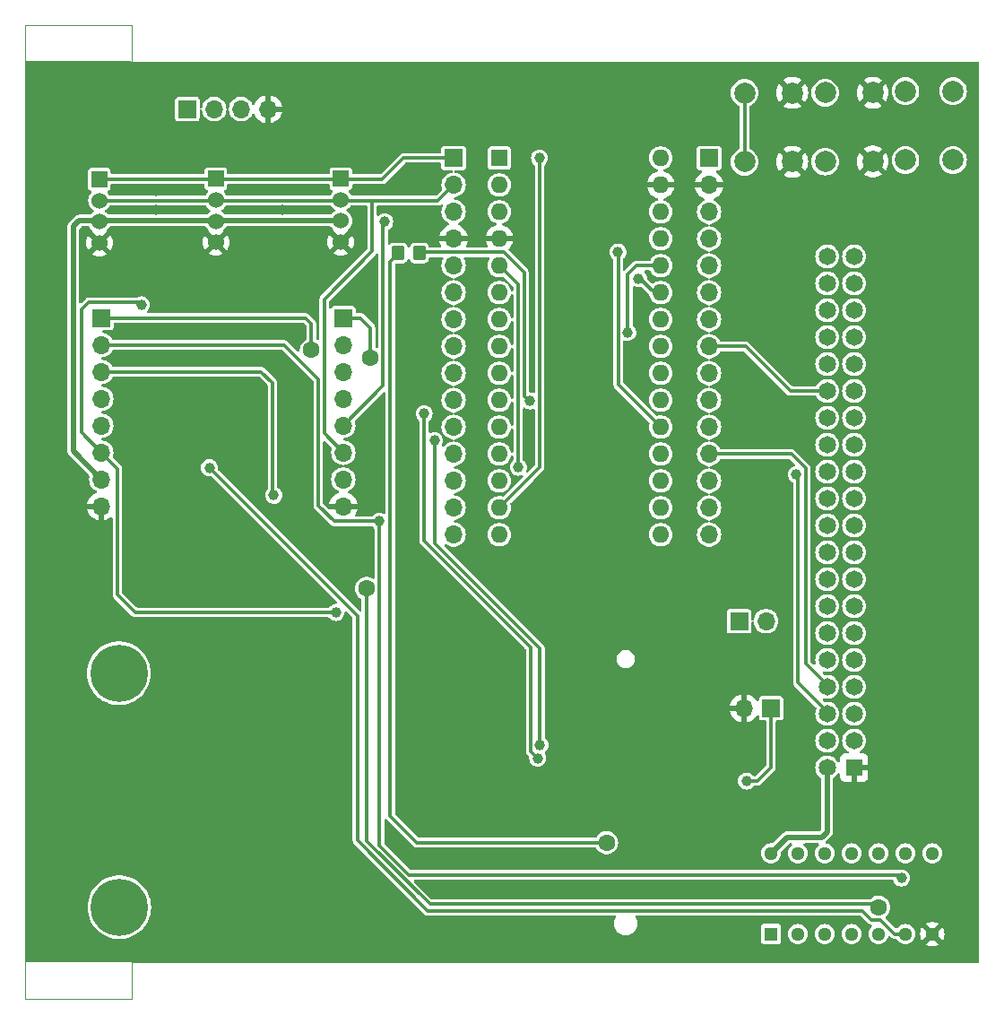
<source format=gbr>
%TF.GenerationSoftware,KiCad,Pcbnew,8.0.2-1*%
%TF.CreationDate,2024-08-02T11:08:52+02:00*%
%TF.ProjectId,Com_Nucleo-L432kc,436f6d5f-4e75-4636-9c65-6f2d4c343332,rev?*%
%TF.SameCoordinates,Original*%
%TF.FileFunction,Copper,L2,Bot*%
%TF.FilePolarity,Positive*%
%FSLAX46Y46*%
G04 Gerber Fmt 4.6, Leading zero omitted, Abs format (unit mm)*
G04 Created by KiCad (PCBNEW 8.0.2-1) date 2024-08-02 11:08:52*
%MOMM*%
%LPD*%
G01*
G04 APERTURE LIST*
G04 Aperture macros list*
%AMRoundRect*
0 Rectangle with rounded corners*
0 $1 Rounding radius*
0 $2 $3 $4 $5 $6 $7 $8 $9 X,Y pos of 4 corners*
0 Add a 4 corners polygon primitive as box body*
4,1,4,$2,$3,$4,$5,$6,$7,$8,$9,$2,$3,0*
0 Add four circle primitives for the rounded corners*
1,1,$1+$1,$2,$3*
1,1,$1+$1,$4,$5*
1,1,$1+$1,$6,$7*
1,1,$1+$1,$8,$9*
0 Add four rect primitives between the rounded corners*
20,1,$1+$1,$2,$3,$4,$5,0*
20,1,$1+$1,$4,$5,$6,$7,0*
20,1,$1+$1,$6,$7,$8,$9,0*
20,1,$1+$1,$8,$9,$2,$3,0*%
G04 Aperture macros list end*
%TA.AperFunction,ComponentPad*%
%ADD10C,5.400000*%
%TD*%
%TA.AperFunction,ComponentPad*%
%ADD11C,2.000000*%
%TD*%
%TA.AperFunction,ComponentPad*%
%ADD12R,1.700000X1.700000*%
%TD*%
%TA.AperFunction,ComponentPad*%
%ADD13O,1.700000X1.700000*%
%TD*%
%TA.AperFunction,ComponentPad*%
%ADD14R,1.524000X1.524000*%
%TD*%
%TA.AperFunction,ComponentPad*%
%ADD15C,1.524000*%
%TD*%
%TA.AperFunction,ComponentPad*%
%ADD16R,1.295400X1.295400*%
%TD*%
%TA.AperFunction,ComponentPad*%
%ADD17C,1.295400*%
%TD*%
%TA.AperFunction,ComponentPad*%
%ADD18R,1.600000X1.600000*%
%TD*%
%TA.AperFunction,ComponentPad*%
%ADD19O,1.600000X1.600000*%
%TD*%
%TA.AperFunction,ComponentPad*%
%ADD20R,1.650000X1.650000*%
%TD*%
%TA.AperFunction,ComponentPad*%
%ADD21C,1.650000*%
%TD*%
%TA.AperFunction,SMDPad,CuDef*%
%ADD22RoundRect,0.250000X-0.350000X-0.450000X0.350000X-0.450000X0.350000X0.450000X-0.350000X0.450000X0*%
%TD*%
%TA.AperFunction,ViaPad*%
%ADD23C,1.600000*%
%TD*%
%TA.AperFunction,ViaPad*%
%ADD24C,1.000000*%
%TD*%
%TA.AperFunction,Conductor*%
%ADD25C,0.500000*%
%TD*%
%TA.AperFunction,Conductor*%
%ADD26C,0.300000*%
%TD*%
%TA.AperFunction,Profile*%
%ADD27C,0.100000*%
%TD*%
G04 APERTURE END LIST*
D10*
%TO.P,REF\u002A\u002A,1*%
%TO.N,N/C*%
X72610000Y-126370000D03*
%TD*%
%TO.P,REF\u002A\u002A,1*%
%TO.N,N/C*%
X72570000Y-104290000D03*
%TD*%
D11*
%TO.P,SW102,1,1*%
%TO.N,/MCU_NRESET*%
X139280000Y-55970000D03*
X139280000Y-49470000D03*
%TO.P,SW102,2,2*%
%TO.N,GND*%
X143780000Y-55970000D03*
X143780000Y-49470000D03*
%TD*%
D12*
%TO.P,JP5,1,A*%
%TO.N,Net-(CR1-ASC)*%
X131150000Y-99360000D03*
D13*
%TO.P,JP5,2,B*%
%TO.N,+3V3*%
X133690000Y-99360000D03*
%TD*%
D14*
%TO.P,J3,1,Pin_1*%
%TO.N,/SCL*%
X93530000Y-57570000D03*
D15*
%TO.P,J3,2,Pin_2*%
%TO.N,/SDA*%
X93530000Y-59570000D03*
%TO.P,J3,3,Pin_3*%
%TO.N,+3V3*%
X93530000Y-61570000D03*
%TO.P,J3,4,Pin_4*%
%TO.N,GND*%
X93530000Y-63570000D03*
%TD*%
D12*
%TO.P,J5,1,Pin_1*%
%TO.N,/PWM_MKR*%
X93771248Y-70739000D03*
D13*
%TO.P,J5,2,Pin_2*%
%TO.N,/INT_MKR*%
X93771248Y-73279000D03*
%TO.P,J5,3,Pin_3*%
%TO.N,unconnected-(J5-Pin_3-Pad3)*%
X93771248Y-75819000D03*
%TO.P,J5,4,Pin_4*%
%TO.N,unconnected-(J5-Pin_4-Pad4)*%
X93771248Y-78359000D03*
%TO.P,J5,5,Pin_5*%
%TO.N,/SCL*%
X93771248Y-80899000D03*
%TO.P,J5,6,Pin_6*%
%TO.N,/SDA*%
X93771248Y-83439000D03*
%TO.P,J5,7,Pin_7*%
%TO.N,unconnected-(J5-Pin_7-Pad7)*%
X93771248Y-85979000D03*
%TO.P,J5,8,Pin_8*%
%TO.N,GND*%
X93771248Y-88519000D03*
%TD*%
D12*
%TO.P,J6,1,Pin_1*%
%TO.N,/Vin*%
X128313249Y-55637948D03*
D13*
%TO.P,J6,2,Pin_2*%
%TO.N,GND*%
X128313249Y-58177948D03*
%TO.P,J6,3,Pin_3*%
%TO.N,unconnected-(J6-Pin_3-Pad3)*%
X128313249Y-60717948D03*
%TO.P,J6,4,Pin_4*%
%TO.N,Net-(J6-Pin_4)*%
X128313249Y-63257948D03*
%TO.P,J6,5,Pin_5*%
%TO.N,/INT_MKR*%
X128313249Y-65797948D03*
%TO.P,J6,6,Pin_6*%
%TO.N,/MCU_MOSI*%
X128313249Y-68337948D03*
%TO.P,J6,7,Pin_7*%
%TO.N,/MISO*%
X128313249Y-70877948D03*
%TO.P,J6,8,Pin_8*%
%TO.N,/RESET_SIGNAL*%
X128313249Y-73417948D03*
%TO.P,J6,9,Pin_9*%
%TO.N,/AN*%
X128313249Y-75957948D03*
%TO.P,J6,10,Pin_10*%
%TO.N,/GPIO(6)*%
X128313249Y-78497948D03*
%TO.P,J6,11,Pin_11*%
%TO.N,/HOST_SCK*%
X128313249Y-81037948D03*
%TO.P,J6,12,Pin_12*%
%TO.N,/SENS_ROUE{slash}MAG-X*%
X128313249Y-83577948D03*
%TO.P,J6,13,Pin_13*%
%TO.N,/AREF*%
X128313249Y-86117948D03*
%TO.P,J6,14,Pin_14*%
%TO.N,/3.3V*%
X128313249Y-88657948D03*
%TO.P,J6,15,Pin_15*%
%TO.N,/SENS_MAG-Y*%
X128313249Y-91197948D03*
%TD*%
D12*
%TO.P,J7,1,Pin_1*%
%TO.N,/SCL*%
X104183248Y-55626000D03*
D13*
%TO.P,J7,2,Pin_2*%
%TO.N,/SDA*%
X104183248Y-58166000D03*
%TO.P,J7,3,Pin_3*%
%TO.N,/L432KC_RESET*%
X104183248Y-60706000D03*
%TO.P,J7,4,Pin_4*%
%TO.N,GND*%
X104183248Y-63246000D03*
%TO.P,J7,5,Pin_5*%
%TO.N,/CAN1_TX*%
X104183248Y-65786000D03*
%TO.P,J7,6,Pin_6*%
%TO.N,/PWM_MAG-Y*%
X104183248Y-68326000D03*
%TO.P,J7,7,Pin_7*%
%TO.N,/RX_CALC*%
X104183248Y-70866000D03*
%TO.P,J7,8,Pin_8*%
%TO.N,/TX_CALC*%
X104183248Y-73406000D03*
%TO.P,J7,9,Pin_9*%
%TO.N,/PWM_MKR*%
X104183248Y-75946000D03*
%TO.P,J7,10,Pin_10*%
%TO.N,unconnected-(J7-Pin_10-Pad10)*%
X104183248Y-78486000D03*
%TO.P,J7,11,Pin_11*%
%TO.N,unconnected-(J7-Pin_11-Pad11)*%
X104183248Y-81026000D03*
%TO.P,J7,12,Pin_12*%
%TO.N,/PWM_ROUE{slash}MAG-X*%
X104183248Y-83566000D03*
%TO.P,J7,13,Pin_13*%
%TO.N,/CAN1_RX*%
X104183248Y-86106000D03*
%TO.P,J7,14,Pin_14*%
%TO.N,/MCU_NRESET*%
X104183248Y-88646000D03*
%TO.P,J7,15,Pin_15*%
%TO.N,/CS_MCU*%
X104183248Y-91186000D03*
%TD*%
D12*
%TO.P,JP4,1,A*%
%TO.N,/STANDBY_GPS*%
X134170000Y-107570000D03*
D13*
%TO.P,JP4,2,B*%
%TO.N,GND*%
X131630000Y-107570000D03*
%TD*%
D14*
%TO.P,J8,1,Pin_1*%
%TO.N,/SCL*%
X70730000Y-57640000D03*
D15*
%TO.P,J8,2,Pin_2*%
%TO.N,/SDA*%
X70730000Y-59640000D03*
%TO.P,J8,3,Pin_3*%
%TO.N,+3V3*%
X70730000Y-61640000D03*
%TO.P,J8,4,Pin_4*%
%TO.N,GND*%
X70730000Y-63640000D03*
%TD*%
D16*
%TO.P,U1,1*%
%TO.N,/MCU_NRESET*%
X134157248Y-128905000D03*
D17*
%TO.P,U1,2*%
%TO.N,/SX1303_RESET*%
X136697248Y-128905000D03*
%TO.P,U1,3*%
%TO.N,N/C*%
X139237248Y-128905000D03*
%TO.P,U1,4*%
X141777248Y-128905000D03*
%TO.P,U1,5*%
%TO.N,/CS_MCU*%
X144317248Y-128905000D03*
%TO.P,U1,6*%
%TO.N,Net-(B2-OE)*%
X146857248Y-128905000D03*
%TO.P,U1,7,GND*%
%TO.N,GND*%
X149397248Y-128905000D03*
%TO.P,U1,8*%
%TO.N,N/C*%
X149397248Y-121285000D03*
%TO.P,U1,9*%
X146857248Y-121285000D03*
%TO.P,U1,10*%
X144317248Y-121285000D03*
%TO.P,U1,11*%
X141777248Y-121285000D03*
%TO.P,U1,12*%
X139237248Y-121285000D03*
%TO.P,U1,13*%
X136697248Y-121285000D03*
%TO.P,U1,14,VCC*%
%TO.N,+3V3*%
X134157248Y-121285000D03*
%TD*%
D18*
%TO.P,L432KC1,1,D1*%
%TO.N,/SCL*%
X108503248Y-55626000D03*
D19*
%TO.P,L432KC1,2,D0*%
%TO.N,/SDA*%
X108503248Y-58166000D03*
%TO.P,L432KC1,3,RESET*%
%TO.N,/L432KC_RESET*%
X108503248Y-60706000D03*
%TO.P,L432KC1,4,GND*%
%TO.N,GND*%
X108503248Y-63246000D03*
%TO.P,L432KC1,5,D2*%
%TO.N,/CAN1_TX*%
X108503248Y-65786000D03*
%TO.P,L432KC1,6,D3*%
%TO.N,/PWM_MAG-Y*%
X108503248Y-68326000D03*
%TO.P,L432KC1,7,D4*%
%TO.N,/RX_CALC*%
X108503248Y-70866000D03*
%TO.P,L432KC1,8,D5*%
%TO.N,/TX_CALC*%
X108503248Y-73406000D03*
%TO.P,L432KC1,9,D6*%
%TO.N,/PWM_MKR*%
X108503248Y-75946000D03*
%TO.P,L432KC1,10,D7*%
%TO.N,unconnected-(L432KC1-D7-Pad10)*%
X108503248Y-78486000D03*
%TO.P,L432KC1,11,D8*%
%TO.N,unconnected-(L432KC1-D8-Pad11)*%
X108503248Y-81026000D03*
%TO.P,L432KC1,12,D9*%
%TO.N,/PWM_ROUE{slash}MAG-X*%
X108503248Y-83566000D03*
%TO.P,L432KC1,13,D10*%
%TO.N,/CAN1_RX*%
X108503248Y-86106000D03*
%TO.P,L432KC1,14,D11*%
%TO.N,/MCU_NRESET*%
X108503248Y-88646000D03*
%TO.P,L432KC1,15,D12*%
%TO.N,/CS_MCU*%
X108503248Y-91186000D03*
%TO.P,L432KC1,16,D13*%
%TO.N,/SENS_MAG-Y*%
X123743248Y-91186000D03*
%TO.P,L432KC1,17,+3V3*%
%TO.N,/3.3V*%
X123743248Y-88646000D03*
%TO.P,L432KC1,18,AREF*%
%TO.N,/AREF*%
X123743248Y-86106000D03*
%TO.P,L432KC1,19,A0*%
%TO.N,/SENS_ROUE{slash}MAG-X*%
X123743248Y-83566000D03*
%TO.P,L432KC1,20,A1*%
%TO.N,/HOST_SCK*%
X123743248Y-81026000D03*
%TO.P,L432KC1,21,A2*%
%TO.N,/GPIO(6)*%
X123743248Y-78486000D03*
%TO.P,L432KC1,22,A3*%
%TO.N,/AN*%
X123743248Y-75946000D03*
%TO.P,L432KC1,23,A4*%
%TO.N,/RESET_SIGNAL*%
X123743248Y-73406000D03*
%TO.P,L432KC1,24,A5*%
%TO.N,/MISO*%
X123743248Y-70866000D03*
%TO.P,L432KC1,25,A6*%
%TO.N,/MCU_MOSI*%
X123743248Y-68326000D03*
%TO.P,L432KC1,26,A7*%
%TO.N,/INT_MKR*%
X123743248Y-65786000D03*
%TO.P,L432KC1,27,+5V*%
%TO.N,Net-(J6-Pin_4)*%
X123743248Y-63246000D03*
%TO.P,L432KC1,28,RESET*%
%TO.N,unconnected-(L432KC1-RESET-Pad28)*%
X123743248Y-60706000D03*
%TO.P,L432KC1,29,GND*%
%TO.N,GND*%
X123743248Y-58166000D03*
%TO.P,L432KC1,30,VIN*%
%TO.N,/Vin*%
X123743248Y-55626000D03*
%TD*%
D14*
%TO.P,J9,1,Pin_1*%
%TO.N,/SCL*%
X81730000Y-57600000D03*
D15*
%TO.P,J9,2,Pin_2*%
%TO.N,/SDA*%
X81730000Y-59600000D03*
%TO.P,J9,3,Pin_3*%
%TO.N,+3V3*%
X81730000Y-61600000D03*
%TO.P,J9,4,Pin_4*%
%TO.N,GND*%
X81730000Y-63600000D03*
%TD*%
D11*
%TO.P,SW103,1,1*%
%TO.N,/SX1303_RESET*%
X151360000Y-49320000D03*
X151360000Y-55820000D03*
%TO.P,SW103,2,2*%
%TO.N,+3V3*%
X146860000Y-49320000D03*
X146860000Y-55820000D03*
%TD*%
%TO.P,SW101,1,1*%
%TO.N,/L432KC_RESET*%
X131670000Y-55990000D03*
X131670000Y-49490000D03*
%TO.P,SW101,2,2*%
%TO.N,GND*%
X136170000Y-55990000D03*
X136170000Y-49490000D03*
%TD*%
D12*
%TO.P,J4,1,Pin_1*%
%TO.N,/AN*%
X70911248Y-70739000D03*
D13*
%TO.P,J4,2,Pin_2*%
%TO.N,/MCU_NRESET*%
X70911248Y-73279000D03*
%TO.P,J4,3,Pin_3*%
%TO.N,/CS_MCU*%
X70911248Y-75819000D03*
%TO.P,J4,4,Pin_4*%
%TO.N,/HOST_SCK*%
X70911248Y-78359000D03*
%TO.P,J4,5,Pin_5*%
%TO.N,/MKB_MISO*%
X70911248Y-80899000D03*
%TO.P,J4,6,Pin_6*%
%TO.N,/MCU_MOSI*%
X70911248Y-83439000D03*
%TO.P,J4,7,Pin_7*%
%TO.N,+3V3*%
X70911248Y-85979000D03*
%TO.P,J4,8,Pin_8*%
%TO.N,GND*%
X70911248Y-88519000D03*
%TD*%
D12*
%TO.P,J2,1,Pin_1*%
%TO.N,+3V3*%
X79030000Y-51010000D03*
D13*
%TO.P,J2,2,Pin_2*%
%TO.N,/SCL*%
X81570000Y-51010000D03*
%TO.P,J2,3,Pin_3*%
%TO.N,/SDA*%
X84110000Y-51010000D03*
%TO.P,J2,4,Pin_4*%
%TO.N,GND*%
X86650000Y-51010000D03*
%TD*%
D20*
%TO.P,J1,1,GND*%
%TO.N,GND*%
X141997282Y-113187349D03*
D21*
%TO.P,J1,2,3V3*%
%TO.N,+3V3*%
X139457282Y-113187349D03*
%TO.P,J1,3,V_IN*%
%TO.N,/Vin*%
X141997282Y-110647349D03*
%TO.P,J1,4,5V*%
%TO.N,unconnected-(J1-5V-Pad4)*%
X139457282Y-110647349D03*
%TO.P,J1,5,V_B*%
%TO.N,unconnected-(J1-V_B-Pad5)*%
X141997282Y-108107349D03*
%TO.P,J1,6,NC1*%
%TO.N,/PWM_ROUE{slash}MAG-X*%
X139457282Y-108107349D03*
%TO.P,J1,7,NC2*%
%TO.N,unconnected-(J1-NC2-Pad7)*%
X141997282Y-105567349D03*
%TO.P,J1,8,NC3*%
%TO.N,/SENS_ROUE{slash}MAG-X*%
X139457282Y-105567349D03*
%TO.P,J1,9,NC4*%
%TO.N,/PWM_MAG-Y*%
X141997282Y-103027349D03*
%TO.P,J1,10,RD-*%
%TO.N,unconnected-(J1-RD--Pad10)*%
X139457282Y-103027349D03*
%TO.P,J1,11,NC*%
%TO.N,/SENS_MAG-Y*%
X141997282Y-100487349D03*
%TO.P,J1,12,RD+*%
%TO.N,unconnected-(J1-RD+-Pad12)*%
X139457282Y-100487349D03*
%TO.P,J1,13,NC*%
%TO.N,unconnected-(J1-NC-Pad13)*%
X141997282Y-97947349D03*
%TO.P,J1,14,TD-*%
%TO.N,unconnected-(J1-TD--Pad14)*%
X139457282Y-97947349D03*
%TO.P,J1,15,NC*%
%TO.N,unconnected-(J1-NC-Pad15)*%
X141997282Y-95407349D03*
%TO.P,J1,16,TD+*%
%TO.N,unconnected-(J1-TD+-Pad16)*%
X139457282Y-95407349D03*
%TO.P,J1,17,RX/SDA*%
%TO.N,/RX_CALC*%
X141997282Y-92867349D03*
%TO.P,J1,18,D-*%
%TO.N,unconnected-(J1-D--Pad18)*%
X139457282Y-92867349D03*
%TO.P,J1,19,TX/SCL*%
%TO.N,/TX_CALC*%
X141997282Y-90327349D03*
%TO.P,J1,20,D+*%
%TO.N,unconnected-(J1-D+-Pad20)*%
X139457282Y-90327349D03*
%TO.P,J1,21,SCK*%
%TO.N,unconnected-(J1-SCK-Pad21)*%
X141997282Y-87787349D03*
%TO.P,J1,22,RD*%
%TO.N,/CAN_RD*%
X139457282Y-87787349D03*
%TO.P,J1,23,MOSI*%
%TO.N,unconnected-(J1-MOSI-Pad23)*%
X141997282Y-85247349D03*
%TO.P,J1,24,TD*%
%TO.N,/CAN_TD*%
X139457282Y-85247349D03*
%TO.P,J1,25,MISO*%
%TO.N,unconnected-(J1-MISO-Pad25)*%
X141997282Y-82707349D03*
%TO.P,J1,26,SDA/RX*%
%TO.N,/SDA*%
X139457282Y-82707349D03*
%TO.P,J1,27,SSEL*%
%TO.N,unconnected-(J1-SSEL-Pad27)*%
X141997282Y-80167349D03*
%TO.P,J1,28,SCL/TX*%
%TO.N,/SCL*%
X139457282Y-80167349D03*
%TO.P,J1,29,AI_1*%
%TO.N,unconnected-(J1-AI_1-Pad29)*%
X141997282Y-77627349D03*
%TO.P,J1,30,PWM_O_1*%
%TO.N,/RESET_SIGNAL*%
X139457282Y-77627349D03*
%TO.P,J1,31,AI_2*%
%TO.N,unconnected-(J1-AI_2-Pad31)*%
X141997282Y-75087349D03*
%TO.P,J1,32,PWM_O_2*%
%TO.N,unconnected-(J1-PWM_O_2-Pad32)*%
X139457282Y-75087349D03*
%TO.P,J1,33,AI_3*%
%TO.N,unconnected-(J1-AI_3-Pad33)*%
X141997282Y-72547349D03*
%TO.P,J1,34,PWM_O_3*%
%TO.N,unconnected-(J1-PWM_O_3-Pad34)*%
X139457282Y-72547349D03*
%TO.P,J1,35,AI_4*%
%TO.N,unconnected-(J1-AI_4-Pad35)*%
X141997282Y-70007349D03*
%TO.P,J1,36,PWM_O_4*%
%TO.N,unconnected-(J1-PWM_O_4-Pad36)*%
X139457282Y-70007349D03*
%TO.P,J1,37,AI_5*%
%TO.N,unconnected-(J1-AI_5-Pad37)*%
X141997282Y-67467349D03*
%TO.P,J1,38,PWM_O_5*%
%TO.N,unconnected-(J1-PWM_O_5-Pad38)*%
X139457282Y-67467349D03*
%TO.P,J1,39,AI_6*%
%TO.N,unconnected-(J1-AI_6-Pad39)*%
X141997282Y-64927349D03*
%TO.P,J1,40,PWM_O_6*%
%TO.N,unconnected-(J1-PWM_O_6-Pad40)*%
X139457282Y-64927349D03*
%TD*%
D22*
%TO.P,R7,1*%
%TO.N,/TH1*%
X98943448Y-64617600D03*
%TO.P,R7,2*%
%TO.N,/GPIO(6)*%
X100943448Y-64617600D03*
%TD*%
D23*
%TO.N,GND*%
X120192800Y-122047000D03*
D24*
X74550000Y-109760000D03*
D23*
X90500200Y-91059000D03*
D24*
X111280000Y-81060000D03*
X65690000Y-57400000D03*
X78160000Y-120180000D03*
X103450000Y-107050000D03*
X141860000Y-61970000D03*
X109510000Y-48230000D03*
X133400000Y-71360000D03*
X66390000Y-125210000D03*
X120890000Y-56720000D03*
X78940000Y-95610000D03*
X68280000Y-48070000D03*
X151860000Y-58830000D03*
X88000000Y-60540000D03*
X118260000Y-75960000D03*
X85560000Y-72030000D03*
D23*
X128720000Y-102300000D03*
D24*
X120670000Y-62470000D03*
X88810000Y-47910000D03*
X128860000Y-124790000D03*
X121190000Y-98770000D03*
X132900000Y-86110000D03*
X65770000Y-87580000D03*
X132930000Y-80990000D03*
X100340000Y-58190000D03*
D23*
X121040000Y-111270000D03*
D24*
X151830000Y-91220000D03*
X133820000Y-92820000D03*
X132810000Y-88640000D03*
X151680000Y-105290000D03*
X79640000Y-128110000D03*
X114730000Y-62690000D03*
X90620000Y-120300000D03*
X76110000Y-58730000D03*
X76980000Y-47760000D03*
X65770000Y-50350000D03*
X74900000Y-84960000D03*
X98610000Y-48310000D03*
X120920000Y-91680000D03*
X136660000Y-75180000D03*
X76950000Y-72010000D03*
X114730000Y-56170000D03*
X65770000Y-96910000D03*
X151940000Y-65310000D03*
X74960000Y-82430000D03*
X99880000Y-81140000D03*
X96490000Y-67330000D03*
X151980000Y-84710000D03*
X109210000Y-53410000D03*
X131830000Y-75090000D03*
X118640000Y-100600000D03*
X65840000Y-66650000D03*
X132630000Y-78270000D03*
X85870000Y-95610000D03*
X76110000Y-60520000D03*
X65770000Y-76610000D03*
X117970000Y-73460000D03*
X88340000Y-58590000D03*
X129040000Y-47980000D03*
X100510000Y-74460000D03*
X118700000Y-81210000D03*
X149060000Y-48010000D03*
D23*
X116100000Y-84900000D03*
X70967600Y-91516200D03*
D24*
X110970000Y-94290000D03*
X100380000Y-70120000D03*
X66080000Y-106010000D03*
X79550000Y-79590000D03*
X98610000Y-53950000D03*
X151760000Y-98400000D03*
X120490000Y-47910000D03*
X127540000Y-96810000D03*
X69220000Y-127880000D03*
D23*
X120660000Y-107310000D03*
D24*
X108930000Y-103320000D03*
X90300000Y-127960000D03*
X99800000Y-78510000D03*
D23*
X95986600Y-92125800D03*
D24*
X151760000Y-112470000D03*
X103510000Y-114160000D03*
X151980000Y-72220000D03*
X82840000Y-83740000D03*
X130650000Y-95740000D03*
X90080000Y-110550000D03*
X152050000Y-78210000D03*
X100030000Y-128350000D03*
X109590000Y-128980000D03*
X132980000Y-65590000D03*
X66160000Y-115960000D03*
%TO.N,/HOST_SCK*%
X119710000Y-64510000D03*
%TO.N,/PWM_ROUE{slash}MAG-X*%
X136533848Y-85522648D03*
%TO.N,/SDA*%
X102380000Y-82316000D03*
X112352441Y-111070505D03*
%TO.N,/SCL*%
X112126943Y-112300000D03*
X97680000Y-61660000D03*
X101400000Y-79776000D03*
%TO.N,/MCU_NRESET*%
X97186600Y-89946600D03*
X112293227Y-55643227D03*
X146480000Y-123610000D03*
%TO.N,/CAN1_TX*%
X110300000Y-84830000D03*
D23*
%TO.N,/CS_MCU*%
X144317248Y-126400000D03*
D24*
X87200000Y-87480000D03*
D23*
X95950000Y-96281000D03*
D24*
%TO.N,Net-(B2-OE)*%
X81120000Y-84870000D03*
%TO.N,/GPIO(6)*%
X111420000Y-78570000D03*
%TO.N,/STANDBY_GPS*%
X131850000Y-114460000D03*
D23*
%TO.N,/TH1*%
X118630000Y-120270000D03*
%TO.N,/AN*%
X90760000Y-73767055D03*
D24*
%TO.N,/MCU_MOSI*%
X74690000Y-69500000D03*
X121650000Y-67010000D03*
X93070000Y-98540000D03*
D23*
%TO.N,/PWM_MKR*%
X96336648Y-74498200D03*
D24*
%TO.N,/INT_MKR*%
X120630000Y-72116000D03*
%TD*%
D25*
%TO.N,+3V3*%
X135672248Y-119770000D02*
X138940000Y-119770000D01*
X134157248Y-121285000D02*
X135672248Y-119770000D01*
X138940000Y-119770000D02*
X139457282Y-119252718D01*
X139457282Y-119252718D02*
X139457282Y-113187349D01*
X68830000Y-61530000D02*
X93490000Y-61530000D01*
X68270000Y-62090000D02*
X68830000Y-61530000D01*
X68270000Y-83337752D02*
X68270000Y-62090000D01*
X70911248Y-85979000D02*
X68270000Y-83337752D01*
X93490000Y-61530000D02*
X93530000Y-61570000D01*
D26*
%TO.N,GND*%
X128301301Y-58166000D02*
X128313249Y-58177948D01*
D25*
%TO.N,/Vin*%
X128301301Y-55626000D02*
X128313249Y-55637948D01*
D26*
%TO.N,/HOST_SCK*%
X119730000Y-77012752D02*
X123743248Y-81026000D01*
X119730000Y-64530000D02*
X119730000Y-77012752D01*
X128301301Y-81026000D02*
X128313249Y-81037948D01*
X119710000Y-64510000D02*
X119730000Y-64530000D01*
%TO.N,/PWM_ROUE{slash}MAG-X*%
X136722648Y-105170131D02*
X136722648Y-85522648D01*
X139654922Y-108102405D02*
X136722648Y-105170131D01*
%TO.N,/SENS_ROUE{slash}MAG-X*%
X128301301Y-83566000D02*
X128313249Y-83577948D01*
X137433848Y-84933848D02*
X136077948Y-83577948D01*
X136077948Y-83577948D02*
X128313249Y-83577948D01*
X139654922Y-105562405D02*
X137433848Y-103341331D01*
X137433848Y-103341331D02*
X137433848Y-84933848D01*
%TO.N,/SDA*%
X112352441Y-111070505D02*
X112592946Y-110830000D01*
X70740000Y-59650000D02*
X102699248Y-59650000D01*
X91960000Y-81627752D02*
X93771248Y-83439000D01*
X112352441Y-101952441D02*
X112352441Y-111070505D01*
X91960000Y-68970000D02*
X91960000Y-81627752D01*
X102400000Y-92000000D02*
X112352441Y-101952441D01*
X96470000Y-59650000D02*
X96470000Y-64460000D01*
X102699248Y-59650000D02*
X104183248Y-58166000D01*
X102400000Y-82336000D02*
X102400000Y-92000000D01*
X96470000Y-64460000D02*
X91960000Y-68970000D01*
X70730000Y-59640000D02*
X70740000Y-59650000D01*
X102380000Y-82316000D02*
X102400000Y-82336000D01*
%TO.N,/SCL*%
X111452441Y-101830259D02*
X111452441Y-111625498D01*
X97536648Y-77133600D02*
X93771248Y-80899000D01*
X104183248Y-55626000D02*
X99434000Y-55626000D01*
X101400000Y-79776000D02*
X101400000Y-91777818D01*
X97536648Y-61803352D02*
X97536648Y-77133600D01*
X111452441Y-111625498D02*
X112126943Y-112300000D01*
X97680000Y-61660000D02*
X97536648Y-61803352D01*
X97450000Y-57610000D02*
X70760000Y-57610000D01*
X101400000Y-91777818D02*
X111452441Y-101830259D01*
X70760000Y-57610000D02*
X70730000Y-57640000D01*
X99434000Y-55626000D02*
X97450000Y-57610000D01*
%TO.N,/RESET_SIGNAL*%
X128313249Y-73417948D02*
X131767948Y-73417948D01*
X135977349Y-77627349D02*
X139457282Y-77627349D01*
X131767948Y-73417948D02*
X135977349Y-77627349D01*
%TO.N,/MCU_NRESET*%
X88189000Y-73279000D02*
X91410000Y-76500000D01*
X91410000Y-76500000D02*
X91410000Y-88450000D01*
X91410000Y-88450000D02*
X92906600Y-89946600D01*
X97186600Y-120566600D02*
X99950000Y-123330000D01*
X112320000Y-84829248D02*
X108503248Y-88646000D01*
X97186600Y-89946600D02*
X97186600Y-120566600D01*
X99950000Y-123330000D02*
X146180000Y-123330000D01*
X112293227Y-55643227D02*
X112320000Y-55670000D01*
X146180000Y-123330000D02*
X146420000Y-123570000D01*
X112320000Y-55670000D02*
X112320000Y-84829248D01*
X70911248Y-73279000D02*
X88189000Y-73279000D01*
X92906600Y-89946600D02*
X97186600Y-89946600D01*
%TO.N,/L432KC_RESET*%
X131670000Y-49490000D02*
X131670000Y-55990000D01*
%TO.N,/CAN1_TX*%
X110280000Y-84810000D02*
X110280000Y-67562752D01*
X110280000Y-67562752D02*
X108503248Y-65786000D01*
X110300000Y-84830000D02*
X110280000Y-84810000D01*
%TO.N,/CS_MCU*%
X144317248Y-126400000D02*
X144017248Y-126100000D01*
X70911248Y-75819000D02*
X86009000Y-75819000D01*
X95950000Y-120107818D02*
X95950000Y-96281000D01*
X87070000Y-76880000D02*
X87070000Y-87360000D01*
X144017248Y-126100000D02*
X101942182Y-126100000D01*
X86009000Y-75819000D02*
X87070000Y-76880000D01*
X101942182Y-126100000D02*
X95950000Y-120107818D01*
%TO.N,Net-(B2-OE)*%
X95100000Y-98850000D02*
X95100000Y-120035636D01*
X144490000Y-127550000D02*
X145845000Y-128905000D01*
X101975000Y-126695000D02*
X142775000Y-126695000D01*
X142775000Y-126695000D02*
X143630000Y-127550000D01*
X95100000Y-120035636D02*
X101764364Y-126700000D01*
X101764364Y-126700000D02*
X101970000Y-126700000D01*
X101970000Y-126700000D02*
X101975000Y-126695000D01*
X145845000Y-128905000D02*
X146857248Y-128905000D01*
X143630000Y-127550000D02*
X144490000Y-127550000D01*
X81120000Y-84870000D02*
X95100000Y-98850000D01*
%TO.N,Net-(J6-Pin_4)*%
X128301301Y-63246000D02*
X128313249Y-63257948D01*
%TO.N,/GPIO(6)*%
X110830000Y-78120000D02*
X110830000Y-66415695D01*
X100937548Y-64536000D02*
X100855948Y-64617600D01*
X128301301Y-78486000D02*
X128313249Y-78497948D01*
X110830000Y-66415695D02*
X108950305Y-64536000D01*
X111290000Y-78580000D02*
X110830000Y-78120000D01*
X108950305Y-64536000D02*
X100937548Y-64536000D01*
%TO.N,/AREF*%
X128301301Y-86106000D02*
X128313249Y-86117948D01*
%TO.N,/STANDBY_GPS*%
X134170000Y-113150000D02*
X134170000Y-107570000D01*
X132860000Y-114460000D02*
X134170000Y-113150000D01*
X131850000Y-114460000D02*
X132860000Y-114460000D01*
%TO.N,/TH1*%
X100710000Y-120270000D02*
X98190000Y-117750000D01*
X118630000Y-120270000D02*
X100710000Y-120270000D01*
X98190000Y-117750000D02*
X98190000Y-65458548D01*
X98190000Y-65458548D02*
X99030948Y-64617600D01*
%TO.N,/AN*%
X128301301Y-75946000D02*
X128313249Y-75957948D01*
X90209000Y-70739000D02*
X70911248Y-70739000D01*
X90760000Y-71290000D02*
X90209000Y-70739000D01*
X90760000Y-73767055D02*
X90760000Y-71290000D01*
%TO.N,/MCU_MOSI*%
X123136000Y-68326000D02*
X123743248Y-68326000D01*
X74090000Y-98540000D02*
X72430000Y-96880000D01*
X69030000Y-81557752D02*
X70911248Y-83439000D01*
X74450000Y-69260000D02*
X69720000Y-69260000D01*
X72430000Y-96880000D02*
X72430000Y-84957752D01*
X121820000Y-67010000D02*
X123136000Y-68326000D01*
X72430000Y-84957752D02*
X70911248Y-83439000D01*
X69720000Y-69260000D02*
X69030000Y-69950000D01*
X69030000Y-69950000D02*
X69030000Y-81557752D01*
X121650000Y-67010000D02*
X121820000Y-67010000D01*
X74690000Y-69500000D02*
X74450000Y-69260000D01*
X93070000Y-98540000D02*
X74090000Y-98540000D01*
%TO.N,/MISO*%
X128301301Y-70866000D02*
X128313249Y-70877948D01*
%TO.N,/PWM_MKR*%
X95396848Y-70739000D02*
X93771248Y-70739000D01*
X96336648Y-74498200D02*
X96336648Y-71678800D01*
X96336648Y-71678800D02*
X95396848Y-70739000D01*
%TO.N,/INT_MKR*%
X120630000Y-72116000D02*
X120650000Y-72096000D01*
X123755196Y-65797948D02*
X123743248Y-65786000D01*
X120650000Y-66600000D02*
X121464000Y-65786000D01*
X120650000Y-72096000D02*
X120650000Y-66600000D01*
X121464000Y-65786000D02*
X123743248Y-65786000D01*
%TO.N,/3.3V*%
X128301301Y-88646000D02*
X128313249Y-88657948D01*
%TD*%
%TA.AperFunction,Conductor*%
%TO.N,GND*%
G36*
X88018074Y-73749185D02*
G01*
X88038716Y-73765819D01*
X90923181Y-76650284D01*
X90956666Y-76711607D01*
X90959500Y-76737965D01*
X90959500Y-88509311D01*
X90968005Y-88541049D01*
X90968005Y-88541052D01*
X90968006Y-88541052D01*
X90990201Y-88623888D01*
X91002967Y-88645999D01*
X91049511Y-88726614D01*
X92629986Y-90307089D01*
X92732713Y-90366399D01*
X92756921Y-90372884D01*
X92756924Y-90372886D01*
X92756925Y-90372886D01*
X92787047Y-90380957D01*
X92847291Y-90397100D01*
X96455790Y-90397100D01*
X96522829Y-90416785D01*
X96552735Y-90443785D01*
X96556783Y-90448861D01*
X96556784Y-90448862D01*
X96684338Y-90576416D01*
X96684342Y-90576419D01*
X96689409Y-90580459D01*
X96729552Y-90637646D01*
X96736100Y-90677409D01*
X96736100Y-95250733D01*
X96716415Y-95317772D01*
X96663611Y-95363527D01*
X96594453Y-95373471D01*
X96546823Y-95356160D01*
X96442642Y-95291655D01*
X96442635Y-95291651D01*
X96337012Y-95250733D01*
X96252456Y-95217976D01*
X96051976Y-95180500D01*
X95848024Y-95180500D01*
X95647544Y-95217976D01*
X95647541Y-95217976D01*
X95647541Y-95217977D01*
X95457364Y-95291651D01*
X95457357Y-95291655D01*
X95283960Y-95399017D01*
X95283958Y-95399019D01*
X95133237Y-95536418D01*
X95010327Y-95699178D01*
X94919422Y-95881739D01*
X94919417Y-95881752D01*
X94863602Y-96077917D01*
X94844785Y-96280999D01*
X94844785Y-96281000D01*
X94863602Y-96484082D01*
X94919417Y-96680247D01*
X94919422Y-96680260D01*
X95010327Y-96862821D01*
X95133235Y-97025578D01*
X95133236Y-97025580D01*
X95283958Y-97162980D01*
X95283960Y-97162982D01*
X95353177Y-97205839D01*
X95440777Y-97260078D01*
X95487413Y-97312105D01*
X95499500Y-97365505D01*
X95499500Y-98313034D01*
X95479815Y-98380073D01*
X95427011Y-98425828D01*
X95357853Y-98435772D01*
X95294297Y-98406747D01*
X95287819Y-98400715D01*
X81950731Y-85063628D01*
X81917246Y-85002305D01*
X81915192Y-84962063D01*
X81925565Y-84870002D01*
X81925565Y-84869996D01*
X81905369Y-84690750D01*
X81905368Y-84690745D01*
X81869105Y-84587111D01*
X81845789Y-84520478D01*
X81749816Y-84367738D01*
X81622262Y-84240184D01*
X81558606Y-84200186D01*
X81469523Y-84144211D01*
X81299254Y-84084631D01*
X81299249Y-84084630D01*
X81120004Y-84064435D01*
X81119996Y-84064435D01*
X80940750Y-84084630D01*
X80940745Y-84084631D01*
X80770476Y-84144211D01*
X80617737Y-84240184D01*
X80490184Y-84367737D01*
X80394211Y-84520476D01*
X80334631Y-84690745D01*
X80334630Y-84690750D01*
X80314435Y-84869996D01*
X80314435Y-84870003D01*
X80334630Y-85049249D01*
X80334631Y-85049254D01*
X80394211Y-85219523D01*
X80483370Y-85361418D01*
X80490184Y-85372262D01*
X80617738Y-85499816D01*
X80686829Y-85543229D01*
X80716074Y-85561605D01*
X80770478Y-85595789D01*
X80936461Y-85653869D01*
X80940745Y-85655368D01*
X80940750Y-85655369D01*
X81119996Y-85675565D01*
X81120000Y-85675565D01*
X81120003Y-85675565D01*
X81212063Y-85665192D01*
X81280885Y-85677246D01*
X81313628Y-85700731D01*
X93137175Y-97524279D01*
X93170660Y-97585602D01*
X93165676Y-97655294D01*
X93123804Y-97711227D01*
X93063378Y-97735180D01*
X92890749Y-97754630D01*
X92890745Y-97754631D01*
X92720476Y-97814211D01*
X92567737Y-97910184D01*
X92440183Y-98037738D01*
X92436135Y-98042815D01*
X92378946Y-98082954D01*
X92339190Y-98089500D01*
X74327965Y-98089500D01*
X74260926Y-98069815D01*
X74240284Y-98053181D01*
X72916819Y-96729716D01*
X72883334Y-96668393D01*
X72880500Y-96642035D01*
X72880500Y-84898444D01*
X72879530Y-84894825D01*
X72864579Y-84839026D01*
X72856286Y-84808077D01*
X72856286Y-84808076D01*
X72853042Y-84795971D01*
X72849799Y-84783865D01*
X72790490Y-84681138D01*
X72035103Y-83925752D01*
X72001619Y-83864430D01*
X72003518Y-83804141D01*
X72047004Y-83651310D01*
X72066677Y-83439000D01*
X72047004Y-83226690D01*
X71988653Y-83021611D01*
X71988651Y-83021606D01*
X71988651Y-83021605D01*
X71893615Y-82830746D01*
X71765120Y-82660593D01*
X71746860Y-82643947D01*
X71607550Y-82516948D01*
X71426267Y-82404702D01*
X71426265Y-82404701D01*
X71326856Y-82366190D01*
X71227446Y-82327679D01*
X71030633Y-82290888D01*
X70968354Y-82259221D01*
X70933081Y-82198908D01*
X70936015Y-82129100D01*
X70976224Y-82071960D01*
X71030632Y-82047111D01*
X71227446Y-82010321D01*
X71426267Y-81933298D01*
X71607550Y-81821052D01*
X71765120Y-81677407D01*
X71893614Y-81507255D01*
X71961386Y-81371149D01*
X71988651Y-81316394D01*
X71988651Y-81316393D01*
X71988653Y-81316389D01*
X72047004Y-81111310D01*
X72066677Y-80899000D01*
X72047004Y-80686690D01*
X71988653Y-80481611D01*
X71988651Y-80481606D01*
X71988651Y-80481605D01*
X71893615Y-80290746D01*
X71765120Y-80120593D01*
X71746860Y-80103947D01*
X71607550Y-79976948D01*
X71426267Y-79864702D01*
X71426265Y-79864701D01*
X71280296Y-79808153D01*
X71227446Y-79787679D01*
X71030633Y-79750888D01*
X70968354Y-79719221D01*
X70933081Y-79658908D01*
X70936015Y-79589100D01*
X70976224Y-79531960D01*
X71030632Y-79507111D01*
X71227446Y-79470321D01*
X71426267Y-79393298D01*
X71607550Y-79281052D01*
X71765120Y-79137407D01*
X71893614Y-78967255D01*
X71988653Y-78776389D01*
X72047004Y-78571310D01*
X72066677Y-78359000D01*
X72047004Y-78146690D01*
X71988653Y-77941611D01*
X71988651Y-77941606D01*
X71988651Y-77941605D01*
X71893615Y-77750746D01*
X71765120Y-77580593D01*
X71746860Y-77563947D01*
X71607550Y-77436948D01*
X71426267Y-77324702D01*
X71426265Y-77324701D01*
X71326856Y-77286190D01*
X71227446Y-77247679D01*
X71030633Y-77210888D01*
X70968354Y-77179221D01*
X70933081Y-77118908D01*
X70936015Y-77049100D01*
X70976224Y-76991960D01*
X71030632Y-76967111D01*
X71227446Y-76930321D01*
X71426267Y-76853298D01*
X71607550Y-76741052D01*
X71765120Y-76597407D01*
X71893614Y-76427255D01*
X71937944Y-76338225D01*
X71985445Y-76286992D01*
X72048943Y-76269500D01*
X85771035Y-76269500D01*
X85838074Y-76289185D01*
X85858716Y-76305819D01*
X86583181Y-77030284D01*
X86616666Y-77091607D01*
X86619500Y-77117965D01*
X86619500Y-86877060D01*
X86599815Y-86944099D01*
X86583181Y-86964741D01*
X86570184Y-86977737D01*
X86474211Y-87130476D01*
X86414631Y-87300745D01*
X86414630Y-87300750D01*
X86394435Y-87479996D01*
X86394435Y-87480003D01*
X86414630Y-87659249D01*
X86414631Y-87659254D01*
X86474211Y-87829523D01*
X86505640Y-87879541D01*
X86570184Y-87982262D01*
X86697738Y-88109816D01*
X86782875Y-88163311D01*
X86840809Y-88199714D01*
X86850478Y-88205789D01*
X86967538Y-88246750D01*
X87020745Y-88265368D01*
X87020750Y-88265369D01*
X87199996Y-88285565D01*
X87200000Y-88285565D01*
X87200004Y-88285565D01*
X87379249Y-88265369D01*
X87379252Y-88265368D01*
X87379255Y-88265368D01*
X87549522Y-88205789D01*
X87702262Y-88109816D01*
X87829816Y-87982262D01*
X87925789Y-87829522D01*
X87985368Y-87659255D01*
X87985661Y-87656655D01*
X88005565Y-87480003D01*
X88005565Y-87479996D01*
X87985369Y-87300750D01*
X87985368Y-87300745D01*
X87933406Y-87152246D01*
X87925789Y-87130478D01*
X87925174Y-87129500D01*
X87861430Y-87028052D01*
X87829816Y-86977738D01*
X87702262Y-86850184D01*
X87578527Y-86772436D01*
X87532237Y-86720102D01*
X87520500Y-86667443D01*
X87520500Y-76820693D01*
X87520500Y-76820691D01*
X87489799Y-76706114D01*
X87480831Y-76690580D01*
X87480830Y-76690578D01*
X87480830Y-76690579D01*
X87430490Y-76603386D01*
X86285614Y-75458511D01*
X86231285Y-75427144D01*
X86182888Y-75399201D01*
X86170780Y-75395957D01*
X86158673Y-75392713D01*
X86158670Y-75392712D01*
X86111899Y-75380180D01*
X86068309Y-75368500D01*
X86068308Y-75368500D01*
X72048943Y-75368500D01*
X71981904Y-75348815D01*
X71937944Y-75299774D01*
X71893614Y-75210745D01*
X71765120Y-75040593D01*
X71607550Y-74896948D01*
X71426267Y-74784702D01*
X71426265Y-74784701D01*
X71326856Y-74746190D01*
X71227446Y-74707679D01*
X71030633Y-74670888D01*
X70968354Y-74639221D01*
X70933081Y-74578908D01*
X70936015Y-74509100D01*
X70976224Y-74451960D01*
X71030632Y-74427111D01*
X71227446Y-74390321D01*
X71426267Y-74313298D01*
X71607550Y-74201052D01*
X71765120Y-74057407D01*
X71893614Y-73887255D01*
X71937944Y-73798225D01*
X71985445Y-73746992D01*
X72048943Y-73729500D01*
X87951035Y-73729500D01*
X88018074Y-73749185D01*
G37*
%TD.AperFunction*%
%TA.AperFunction,Conductor*%
G36*
X97658834Y-77751030D02*
G01*
X97714767Y-77792902D01*
X97739184Y-77858366D01*
X97739500Y-77867212D01*
X97739500Y-89124240D01*
X97719815Y-89191279D01*
X97667011Y-89237034D01*
X97597853Y-89246978D01*
X97549529Y-89229234D01*
X97536125Y-89220812D01*
X97365854Y-89161231D01*
X97365849Y-89161230D01*
X97186604Y-89141035D01*
X97186596Y-89141035D01*
X97007350Y-89161230D01*
X97007345Y-89161231D01*
X96837076Y-89220811D01*
X96684337Y-89316784D01*
X96556783Y-89444338D01*
X96552735Y-89449415D01*
X96495546Y-89489554D01*
X96455790Y-89496100D01*
X94973322Y-89496100D01*
X94906283Y-89476415D01*
X94860528Y-89423611D01*
X94850584Y-89354453D01*
X94871748Y-89300976D01*
X94944843Y-89196585D01*
X94944847Y-89196579D01*
X95044677Y-88982492D01*
X95044680Y-88982486D01*
X95101884Y-88769000D01*
X94140175Y-88769000D01*
X94185456Y-88690571D01*
X94215748Y-88577520D01*
X94215748Y-88460480D01*
X94185456Y-88347429D01*
X94140175Y-88269000D01*
X95101884Y-88269000D01*
X95101883Y-88268999D01*
X95044680Y-88055513D01*
X95044677Y-88055507D01*
X94944848Y-87841422D01*
X94944847Y-87841420D01*
X94809361Y-87647926D01*
X94809356Y-87647920D01*
X94642330Y-87480894D01*
X94448826Y-87345399D01*
X94249674Y-87252533D01*
X94197235Y-87206360D01*
X94178083Y-87139167D01*
X94198299Y-87072286D01*
X94251464Y-87026951D01*
X94257253Y-87024537D01*
X94286267Y-87013298D01*
X94467550Y-86901052D01*
X94625120Y-86757407D01*
X94753614Y-86587255D01*
X94836317Y-86421164D01*
X94848651Y-86396394D01*
X94848651Y-86396393D01*
X94848653Y-86396389D01*
X94907004Y-86191310D01*
X94926677Y-85979000D01*
X94907004Y-85766690D01*
X94848653Y-85561611D01*
X94848651Y-85561606D01*
X94848651Y-85561605D01*
X94753615Y-85370746D01*
X94625120Y-85200593D01*
X94557248Y-85138719D01*
X94467550Y-85056948D01*
X94286267Y-84944702D01*
X94286265Y-84944701D01*
X94166858Y-84898443D01*
X94087446Y-84867679D01*
X93890633Y-84830888D01*
X93828354Y-84799221D01*
X93793081Y-84738908D01*
X93796015Y-84669100D01*
X93836224Y-84611960D01*
X93890632Y-84587111D01*
X94087446Y-84550321D01*
X94286267Y-84473298D01*
X94467550Y-84361052D01*
X94625120Y-84217407D01*
X94753614Y-84047255D01*
X94841037Y-83871685D01*
X94848651Y-83856394D01*
X94848651Y-83856393D01*
X94848653Y-83856389D01*
X94907004Y-83651310D01*
X94926677Y-83439000D01*
X94907004Y-83226690D01*
X94848653Y-83021611D01*
X94848651Y-83021606D01*
X94848651Y-83021605D01*
X94753615Y-82830746D01*
X94625120Y-82660593D01*
X94606860Y-82643947D01*
X94467550Y-82516948D01*
X94286267Y-82404702D01*
X94286265Y-82404701D01*
X94186856Y-82366190D01*
X94087446Y-82327679D01*
X93890633Y-82290888D01*
X93828354Y-82259221D01*
X93793081Y-82198908D01*
X93796015Y-82129100D01*
X93836224Y-82071960D01*
X93890632Y-82047111D01*
X94087446Y-82010321D01*
X94286267Y-81933298D01*
X94467550Y-81821052D01*
X94625120Y-81677407D01*
X94753614Y-81507255D01*
X94821386Y-81371149D01*
X94848651Y-81316394D01*
X94848651Y-81316393D01*
X94848653Y-81316389D01*
X94907004Y-81111310D01*
X94926677Y-80899000D01*
X94907004Y-80686690D01*
X94863519Y-80533858D01*
X94864105Y-80463994D01*
X94895102Y-80412247D01*
X97527821Y-77779529D01*
X97589142Y-77746046D01*
X97658834Y-77751030D01*
G37*
%TD.AperFunction*%
%TA.AperFunction,Conductor*%
G36*
X92065703Y-82371004D02*
G01*
X92072181Y-82377036D01*
X92647390Y-82952245D01*
X92680875Y-83013568D01*
X92678975Y-83073860D01*
X92635492Y-83226687D01*
X92615819Y-83438999D01*
X92615819Y-83439000D01*
X92635492Y-83651310D01*
X92678975Y-83804136D01*
X92693844Y-83856392D01*
X92693844Y-83856394D01*
X92788880Y-84047253D01*
X92904371Y-84200186D01*
X92917376Y-84217407D01*
X93074946Y-84361052D01*
X93256229Y-84473298D01*
X93455050Y-84550321D01*
X93651861Y-84587111D01*
X93714141Y-84618779D01*
X93749414Y-84679092D01*
X93746480Y-84748900D01*
X93706271Y-84806040D01*
X93651861Y-84830888D01*
X93455050Y-84867679D01*
X93455047Y-84867679D01*
X93455047Y-84867680D01*
X93256230Y-84944701D01*
X93256228Y-84944702D01*
X93074947Y-85056947D01*
X92917375Y-85200593D01*
X92788880Y-85370746D01*
X92693844Y-85561605D01*
X92693844Y-85561607D01*
X92635492Y-85766689D01*
X92634742Y-85774789D01*
X92615819Y-85979000D01*
X92635492Y-86191310D01*
X92676239Y-86334520D01*
X92693844Y-86396392D01*
X92693844Y-86396394D01*
X92788880Y-86587253D01*
X92914962Y-86754211D01*
X92917376Y-86757407D01*
X93074946Y-86901052D01*
X93256229Y-87013298D01*
X93285209Y-87024525D01*
X93340610Y-87067095D01*
X93364202Y-87132861D01*
X93348492Y-87200942D01*
X93298470Y-87249722D01*
X93292821Y-87252533D01*
X93093670Y-87345399D01*
X93093668Y-87345400D01*
X92900174Y-87480886D01*
X92900168Y-87480891D01*
X92733139Y-87647920D01*
X92733134Y-87647926D01*
X92597648Y-87841420D01*
X92597647Y-87841422D01*
X92497818Y-88055507D01*
X92497815Y-88055513D01*
X92440612Y-88268999D01*
X92440612Y-88269000D01*
X93402321Y-88269000D01*
X93357040Y-88347429D01*
X93326748Y-88460480D01*
X93326748Y-88577520D01*
X93357040Y-88690571D01*
X93402321Y-88769000D01*
X92417465Y-88769000D01*
X92350426Y-88749315D01*
X92329784Y-88732681D01*
X91896819Y-88299716D01*
X91863334Y-88238393D01*
X91860500Y-88212035D01*
X91860500Y-82464717D01*
X91880185Y-82397678D01*
X91932989Y-82351923D01*
X92002147Y-82341979D01*
X92065703Y-82371004D01*
G37*
%TD.AperFunction*%
%TA.AperFunction,Conductor*%
G36*
X110920471Y-79201533D02*
G01*
X110966697Y-79230579D01*
X111070475Y-79295788D01*
X111240745Y-79355368D01*
X111240750Y-79355369D01*
X111419996Y-79375565D01*
X111420000Y-79375565D01*
X111420004Y-79375565D01*
X111599249Y-79355369D01*
X111599251Y-79355368D01*
X111599255Y-79355368D01*
X111599258Y-79355366D01*
X111599262Y-79355366D01*
X111704545Y-79318526D01*
X111774324Y-79314964D01*
X111834951Y-79349692D01*
X111867179Y-79411686D01*
X111869500Y-79435567D01*
X111869500Y-84591282D01*
X111849815Y-84658321D01*
X111833181Y-84678963D01*
X111244789Y-85267355D01*
X111183466Y-85300840D01*
X111113774Y-85295856D01*
X111057841Y-85253984D01*
X111033424Y-85188520D01*
X111040067Y-85138719D01*
X111085366Y-85009262D01*
X111085369Y-85009249D01*
X111105565Y-84830003D01*
X111105565Y-84829996D01*
X111085369Y-84650750D01*
X111085368Y-84650745D01*
X111071896Y-84612245D01*
X111025789Y-84480478D01*
X111005370Y-84447982D01*
X110986582Y-84418080D01*
X110929816Y-84327738D01*
X110802262Y-84200184D01*
X110802260Y-84200182D01*
X110802258Y-84200181D01*
X110788524Y-84191551D01*
X110742235Y-84139215D01*
X110730500Y-84086560D01*
X110730500Y-79306527D01*
X110750185Y-79239488D01*
X110802989Y-79193733D01*
X110872147Y-79183789D01*
X110920471Y-79201533D01*
G37*
%TD.AperFunction*%
%TA.AperFunction,Conductor*%
G36*
X90038074Y-71209185D02*
G01*
X90058716Y-71225819D01*
X90273181Y-71440284D01*
X90306666Y-71501607D01*
X90309500Y-71527965D01*
X90309500Y-72682549D01*
X90289815Y-72749588D01*
X90250778Y-72787976D01*
X90093957Y-72885075D01*
X89943237Y-73022473D01*
X89820327Y-73185233D01*
X89729422Y-73367794D01*
X89729417Y-73367807D01*
X89673602Y-73563972D01*
X89654785Y-73767054D01*
X89654785Y-73767058D01*
X89657884Y-73800509D01*
X89644468Y-73869078D01*
X89596110Y-73919509D01*
X89528164Y-73935790D01*
X89462202Y-73912752D01*
X89446732Y-73899629D01*
X88465616Y-72918513D01*
X88465614Y-72918511D01*
X88407700Y-72885074D01*
X88362888Y-72859201D01*
X88350780Y-72855957D01*
X88338673Y-72852713D01*
X88338670Y-72852712D01*
X88297900Y-72841788D01*
X88248309Y-72828500D01*
X88248308Y-72828500D01*
X72048943Y-72828500D01*
X71981904Y-72808815D01*
X71937944Y-72759774D01*
X71893614Y-72670745D01*
X71765120Y-72500593D01*
X71607550Y-72356948D01*
X71426267Y-72244702D01*
X71426265Y-72244701D01*
X71326856Y-72206190D01*
X71227446Y-72167679D01*
X71054704Y-72135387D01*
X70992424Y-72103719D01*
X70957151Y-72043407D01*
X70960085Y-71973599D01*
X71000294Y-71916459D01*
X71065012Y-71890128D01*
X71077481Y-71889499D01*
X71806112Y-71889499D01*
X71806127Y-71889497D01*
X71806130Y-71889497D01*
X71831235Y-71886586D01*
X71831236Y-71886585D01*
X71831239Y-71886585D01*
X71934013Y-71841206D01*
X72013454Y-71761765D01*
X72058833Y-71658991D01*
X72061748Y-71633865D01*
X72061748Y-71313500D01*
X72081433Y-71246461D01*
X72134237Y-71200706D01*
X72185748Y-71189500D01*
X89971035Y-71189500D01*
X90038074Y-71209185D01*
G37*
%TD.AperFunction*%
%TA.AperFunction,Conductor*%
G36*
X97038800Y-64659104D02*
G01*
X97079328Y-64716018D01*
X97086148Y-64756574D01*
X97086148Y-73445272D01*
X97066463Y-73512311D01*
X97013659Y-73558066D01*
X96944501Y-73568010D01*
X96896870Y-73550699D01*
X96845870Y-73519121D01*
X96799235Y-73467093D01*
X96787148Y-73413694D01*
X96787148Y-71619493D01*
X96787148Y-71619491D01*
X96756447Y-71504914D01*
X96756447Y-71504913D01*
X96697137Y-71402186D01*
X95673462Y-70378511D01*
X95622098Y-70348856D01*
X95570736Y-70319201D01*
X95558628Y-70315957D01*
X95546521Y-70312713D01*
X95546518Y-70312712D01*
X95508326Y-70302478D01*
X95456157Y-70288500D01*
X95456156Y-70288500D01*
X95045747Y-70288500D01*
X94978708Y-70268815D01*
X94932953Y-70216011D01*
X94921747Y-70164500D01*
X94921747Y-69844143D01*
X94921747Y-69844136D01*
X94921691Y-69843649D01*
X94918834Y-69819012D01*
X94918833Y-69819010D01*
X94918833Y-69819009D01*
X94873454Y-69716235D01*
X94794013Y-69636794D01*
X94791988Y-69635900D01*
X94691240Y-69591415D01*
X94666113Y-69588500D01*
X92876391Y-69588500D01*
X92876365Y-69588502D01*
X92851260Y-69591413D01*
X92851256Y-69591415D01*
X92748483Y-69636793D01*
X92669042Y-69716234D01*
X92647934Y-69764040D01*
X92602848Y-69817416D01*
X92536062Y-69837943D01*
X92468780Y-69819104D01*
X92422363Y-69766881D01*
X92410500Y-69713953D01*
X92410500Y-69207965D01*
X92430185Y-69140926D01*
X92446819Y-69120284D01*
X94632992Y-66934111D01*
X96830489Y-64736614D01*
X96854761Y-64694573D01*
X96905328Y-64646358D01*
X96973935Y-64633136D01*
X97038800Y-64659104D01*
G37*
%TD.AperFunction*%
%TA.AperFunction,Conductor*%
G36*
X95962539Y-60120185D02*
G01*
X96008294Y-60172989D01*
X96019500Y-60224500D01*
X96019500Y-64222035D01*
X95999815Y-64289074D01*
X95983181Y-64309716D01*
X91599513Y-68693383D01*
X91599509Y-68693389D01*
X91540201Y-68796112D01*
X91540200Y-68796117D01*
X91509500Y-68910691D01*
X91509500Y-72714127D01*
X91489815Y-72781166D01*
X91437011Y-72826921D01*
X91367853Y-72836865D01*
X91320222Y-72819554D01*
X91284999Y-72797745D01*
X91269221Y-72787975D01*
X91222587Y-72735948D01*
X91210500Y-72682549D01*
X91210500Y-71230693D01*
X91210500Y-71230691D01*
X91179799Y-71116114D01*
X91179799Y-71116113D01*
X91179799Y-71116112D01*
X91120492Y-71013389D01*
X91120488Y-71013384D01*
X90485616Y-70378513D01*
X90485614Y-70378511D01*
X90434250Y-70348856D01*
X90382888Y-70319201D01*
X90370780Y-70315957D01*
X90358673Y-70312713D01*
X90358670Y-70312712D01*
X90320478Y-70302478D01*
X90268309Y-70288500D01*
X90268308Y-70288500D01*
X75332940Y-70288500D01*
X75265901Y-70268815D01*
X75220146Y-70216011D01*
X75210202Y-70146853D01*
X75239227Y-70083297D01*
X75245259Y-70076819D01*
X75254043Y-70068035D01*
X75319816Y-70002262D01*
X75415789Y-69849522D01*
X75475368Y-69679255D01*
X75480152Y-69636794D01*
X75495565Y-69500003D01*
X75495565Y-69499996D01*
X75475369Y-69320750D01*
X75475368Y-69320745D01*
X75415789Y-69150478D01*
X75394347Y-69116354D01*
X75319815Y-68997737D01*
X75192262Y-68870184D01*
X75039523Y-68774211D01*
X74869254Y-68714631D01*
X74869249Y-68714630D01*
X74690004Y-68694435D01*
X74689996Y-68694435D01*
X74510750Y-68714630D01*
X74510745Y-68714631D01*
X74340475Y-68774211D01*
X74314565Y-68790493D01*
X74248592Y-68809500D01*
X69660691Y-68809500D01*
X69591944Y-68827920D01*
X69546112Y-68840201D01*
X69546107Y-68840204D01*
X69502695Y-68865267D01*
X69502696Y-68865268D01*
X69443389Y-68899508D01*
X69443383Y-68899513D01*
X69032181Y-69310716D01*
X68970858Y-69344201D01*
X68901166Y-69339217D01*
X68845233Y-69297345D01*
X68820816Y-69231881D01*
X68820500Y-69223035D01*
X68820500Y-62369386D01*
X68840185Y-62302347D01*
X68856819Y-62281705D01*
X69021705Y-62116819D01*
X69083028Y-62083334D01*
X69109386Y-62080500D01*
X69686373Y-62080500D01*
X69753412Y-62100185D01*
X69795731Y-62146047D01*
X69842285Y-62233144D01*
X69842289Y-62233151D01*
X69967557Y-62385789D01*
X69975064Y-62394936D01*
X69989982Y-62407179D01*
X70001960Y-62417009D01*
X70041295Y-62474755D01*
X70043166Y-62544599D01*
X70034358Y-62559146D01*
X70031810Y-62588257D01*
X70702553Y-63259000D01*
X70679840Y-63259000D01*
X70582939Y-63284964D01*
X70496060Y-63335124D01*
X70425124Y-63406060D01*
X70374964Y-63492939D01*
X70349000Y-63589840D01*
X70349000Y-63612552D01*
X69678258Y-62941811D01*
X69632901Y-63006590D01*
X69539579Y-63206720D01*
X69539575Y-63206729D01*
X69482426Y-63420013D01*
X69482424Y-63420023D01*
X69463179Y-63639999D01*
X69463179Y-63640000D01*
X69482424Y-63859976D01*
X69482426Y-63859986D01*
X69539575Y-64073270D01*
X69539580Y-64073284D01*
X69632898Y-64273405D01*
X69632901Y-64273411D01*
X69678258Y-64338187D01*
X69678259Y-64338188D01*
X70349000Y-63667447D01*
X70349000Y-63690160D01*
X70374964Y-63787061D01*
X70425124Y-63873940D01*
X70496060Y-63944876D01*
X70582939Y-63995036D01*
X70679840Y-64021000D01*
X70702553Y-64021000D01*
X70031810Y-64691740D01*
X70096590Y-64737099D01*
X70096592Y-64737100D01*
X70296715Y-64830419D01*
X70296729Y-64830424D01*
X70510013Y-64887573D01*
X70510023Y-64887575D01*
X70729999Y-64906821D01*
X70730001Y-64906821D01*
X70949976Y-64887575D01*
X70949986Y-64887573D01*
X71163270Y-64830424D01*
X71163284Y-64830419D01*
X71363407Y-64737100D01*
X71363417Y-64737094D01*
X71428188Y-64691741D01*
X70757448Y-64021000D01*
X70780160Y-64021000D01*
X70877061Y-63995036D01*
X70963940Y-63944876D01*
X71034876Y-63873940D01*
X71085036Y-63787061D01*
X71111000Y-63690160D01*
X71111000Y-63667447D01*
X71781741Y-64338188D01*
X71827094Y-64273417D01*
X71827100Y-64273407D01*
X71920419Y-64073284D01*
X71920424Y-64073270D01*
X71977573Y-63859986D01*
X71977575Y-63859976D01*
X71996821Y-63640000D01*
X71996821Y-63639999D01*
X71977575Y-63420023D01*
X71977573Y-63420013D01*
X71920424Y-63206729D01*
X71920420Y-63206720D01*
X71827096Y-63006586D01*
X71781741Y-62941811D01*
X71781740Y-62941810D01*
X71111000Y-63612551D01*
X71111000Y-63589840D01*
X71085036Y-63492939D01*
X71034876Y-63406060D01*
X70963940Y-63335124D01*
X70877061Y-63284964D01*
X70780160Y-63259000D01*
X70757448Y-63259000D01*
X71428188Y-62588259D01*
X71426164Y-62565129D01*
X71421953Y-62559861D01*
X71414761Y-62490362D01*
X71446284Y-62428008D01*
X71458031Y-62417016D01*
X71484936Y-62394936D01*
X71617711Y-62233150D01*
X71639091Y-62193151D01*
X71664269Y-62146047D01*
X71713231Y-62096203D01*
X71773627Y-62080500D01*
X80707754Y-62080500D01*
X80774793Y-62100185D01*
X80817111Y-62146046D01*
X80824263Y-62159426D01*
X80842289Y-62193151D01*
X80959437Y-62335895D01*
X80975064Y-62354936D01*
X80999422Y-62374926D01*
X81001960Y-62377009D01*
X81041295Y-62434755D01*
X81043166Y-62504599D01*
X81034358Y-62519146D01*
X81031810Y-62548257D01*
X81702553Y-63219000D01*
X81679840Y-63219000D01*
X81582939Y-63244964D01*
X81496060Y-63295124D01*
X81425124Y-63366060D01*
X81374964Y-63452939D01*
X81349000Y-63549840D01*
X81349000Y-63572553D01*
X80678258Y-62901811D01*
X80632901Y-62966590D01*
X80539579Y-63166720D01*
X80539575Y-63166729D01*
X80482426Y-63380013D01*
X80482424Y-63380023D01*
X80463179Y-63599999D01*
X80463179Y-63600000D01*
X80482424Y-63819976D01*
X80482426Y-63819986D01*
X80539575Y-64033270D01*
X80539580Y-64033284D01*
X80632898Y-64233405D01*
X80632901Y-64233411D01*
X80678258Y-64298187D01*
X80678259Y-64298188D01*
X81349000Y-63627447D01*
X81349000Y-63650160D01*
X81374964Y-63747061D01*
X81425124Y-63833940D01*
X81496060Y-63904876D01*
X81582939Y-63955036D01*
X81679840Y-63981000D01*
X81702553Y-63981000D01*
X81031810Y-64651740D01*
X81096590Y-64697099D01*
X81096592Y-64697100D01*
X81296715Y-64790419D01*
X81296729Y-64790424D01*
X81510013Y-64847573D01*
X81510023Y-64847575D01*
X81729999Y-64866821D01*
X81730001Y-64866821D01*
X81949976Y-64847575D01*
X81949986Y-64847573D01*
X82163270Y-64790424D01*
X82163284Y-64790419D01*
X82363407Y-64697100D01*
X82363417Y-64697094D01*
X82428188Y-64651741D01*
X81757448Y-63981000D01*
X81780160Y-63981000D01*
X81877061Y-63955036D01*
X81963940Y-63904876D01*
X82034876Y-63833940D01*
X82085036Y-63747061D01*
X82111000Y-63650160D01*
X82111000Y-63627447D01*
X82781741Y-64298188D01*
X82827094Y-64233417D01*
X82827100Y-64233407D01*
X82920419Y-64033284D01*
X82920424Y-64033270D01*
X82977573Y-63819986D01*
X82977575Y-63819976D01*
X82996821Y-63600000D01*
X82996821Y-63599999D01*
X82977575Y-63380023D01*
X82977573Y-63380013D01*
X82920424Y-63166729D01*
X82920420Y-63166720D01*
X82827096Y-62966586D01*
X82781741Y-62901811D01*
X82781740Y-62901810D01*
X82111000Y-63572551D01*
X82111000Y-63549840D01*
X82085036Y-63452939D01*
X82034876Y-63366060D01*
X81963940Y-63295124D01*
X81877061Y-63244964D01*
X81780160Y-63219000D01*
X81757448Y-63219000D01*
X82428188Y-62548259D01*
X82426164Y-62525129D01*
X82421953Y-62519861D01*
X82414761Y-62450362D01*
X82446284Y-62388008D01*
X82458031Y-62377016D01*
X82484936Y-62354936D01*
X82617711Y-62193150D01*
X82642888Y-62146046D01*
X82691850Y-62096203D01*
X82752246Y-62080500D01*
X92523789Y-62080500D01*
X92590828Y-62100185D01*
X92633146Y-62146044D01*
X92642289Y-62163150D01*
X92642291Y-62163153D01*
X92775063Y-62324935D01*
X92801960Y-62347009D01*
X92841295Y-62404755D01*
X92843166Y-62474599D01*
X92834358Y-62489146D01*
X92831810Y-62518257D01*
X93502553Y-63189000D01*
X93479840Y-63189000D01*
X93382939Y-63214964D01*
X93296060Y-63265124D01*
X93225124Y-63336060D01*
X93174964Y-63422939D01*
X93149000Y-63519840D01*
X93149000Y-63542553D01*
X92478258Y-62871811D01*
X92432901Y-62936590D01*
X92339579Y-63136720D01*
X92339575Y-63136729D01*
X92282426Y-63350013D01*
X92282424Y-63350023D01*
X92263179Y-63569999D01*
X92263179Y-63570000D01*
X92282424Y-63789976D01*
X92282426Y-63789986D01*
X92339575Y-64003270D01*
X92339580Y-64003284D01*
X92432898Y-64203405D01*
X92432901Y-64203411D01*
X92478258Y-64268187D01*
X92478259Y-64268188D01*
X93149000Y-63597447D01*
X93149000Y-63620160D01*
X93174964Y-63717061D01*
X93225124Y-63803940D01*
X93296060Y-63874876D01*
X93382939Y-63925036D01*
X93479840Y-63951000D01*
X93502553Y-63951000D01*
X92831810Y-64621740D01*
X92896590Y-64667099D01*
X92896592Y-64667100D01*
X93096715Y-64760419D01*
X93096729Y-64760424D01*
X93310013Y-64817573D01*
X93310023Y-64817575D01*
X93529999Y-64836821D01*
X93530001Y-64836821D01*
X93749976Y-64817575D01*
X93749986Y-64817573D01*
X93963270Y-64760424D01*
X93963284Y-64760419D01*
X94163407Y-64667100D01*
X94163417Y-64667094D01*
X94228188Y-64621741D01*
X93557448Y-63951000D01*
X93580160Y-63951000D01*
X93677061Y-63925036D01*
X93763940Y-63874876D01*
X93834876Y-63803940D01*
X93885036Y-63717061D01*
X93911000Y-63620160D01*
X93911000Y-63597447D01*
X94581741Y-64268188D01*
X94627094Y-64203417D01*
X94627100Y-64203407D01*
X94720419Y-64003284D01*
X94720424Y-64003270D01*
X94777573Y-63789986D01*
X94777575Y-63789976D01*
X94796821Y-63570000D01*
X94796821Y-63569999D01*
X94777575Y-63350023D01*
X94777573Y-63350013D01*
X94720424Y-63136729D01*
X94720420Y-63136720D01*
X94627096Y-62936586D01*
X94581741Y-62871811D01*
X94581740Y-62871810D01*
X93911000Y-63542551D01*
X93911000Y-63519840D01*
X93885036Y-63422939D01*
X93834876Y-63336060D01*
X93763940Y-63265124D01*
X93677061Y-63214964D01*
X93580160Y-63189000D01*
X93557448Y-63189000D01*
X94228188Y-62518259D01*
X94226164Y-62495129D01*
X94221953Y-62489861D01*
X94214761Y-62420362D01*
X94246284Y-62358008D01*
X94258031Y-62347016D01*
X94284936Y-62324936D01*
X94417711Y-62163150D01*
X94516372Y-61978569D01*
X94577127Y-61778286D01*
X94597641Y-61570000D01*
X94577127Y-61361714D01*
X94516372Y-61161431D01*
X94417711Y-60976850D01*
X94382718Y-60934211D01*
X94284936Y-60815063D01*
X94123153Y-60682291D01*
X94123151Y-60682290D01*
X94123150Y-60682289D01*
X94117665Y-60679357D01*
X94067822Y-60630397D01*
X94052361Y-60562260D01*
X94076192Y-60496580D01*
X94117664Y-60460642D01*
X94123150Y-60457711D01*
X94284936Y-60324936D01*
X94417711Y-60163150D01*
X94417712Y-60163147D01*
X94421097Y-60158083D01*
X94422844Y-60159250D01*
X94465110Y-60116211D01*
X94525521Y-60100500D01*
X95895500Y-60100500D01*
X95962539Y-60120185D01*
G37*
%TD.AperFunction*%
%TA.AperFunction,Conductor*%
G36*
X103104079Y-59984758D02*
G01*
X103160020Y-60026620D01*
X103184448Y-60092080D01*
X103171766Y-60156218D01*
X103105843Y-60288611D01*
X103047492Y-60493689D01*
X103030838Y-60673424D01*
X103027819Y-60706000D01*
X103047492Y-60918310D01*
X103079323Y-61030184D01*
X103105844Y-61123392D01*
X103105844Y-61123394D01*
X103200880Y-61314253D01*
X103326614Y-61480750D01*
X103329376Y-61484407D01*
X103486946Y-61628052D01*
X103668229Y-61740298D01*
X103697209Y-61751525D01*
X103752610Y-61794095D01*
X103776202Y-61859861D01*
X103760492Y-61927942D01*
X103710470Y-61976722D01*
X103704821Y-61979533D01*
X103505670Y-62072399D01*
X103505668Y-62072400D01*
X103312174Y-62207886D01*
X103312168Y-62207891D01*
X103145139Y-62374920D01*
X103145134Y-62374926D01*
X103009648Y-62568420D01*
X103009647Y-62568422D01*
X102909818Y-62782507D01*
X102909815Y-62782513D01*
X102852612Y-62995999D01*
X102852612Y-62996000D01*
X103750236Y-62996000D01*
X103717323Y-63053007D01*
X103683248Y-63180174D01*
X103683248Y-63311826D01*
X103717323Y-63438993D01*
X103750236Y-63496000D01*
X102852612Y-63496000D01*
X102909815Y-63709486D01*
X102909818Y-63709492D01*
X103002894Y-63909095D01*
X103013386Y-63978173D01*
X102984866Y-64041957D01*
X102926390Y-64080196D01*
X102890512Y-64085500D01*
X101937225Y-64085500D01*
X101870186Y-64065815D01*
X101824431Y-64013011D01*
X101821879Y-64007011D01*
X101777809Y-63895258D01*
X101777808Y-63895257D01*
X101777808Y-63895256D01*
X101686370Y-63774677D01*
X101565791Y-63683239D01*
X101456144Y-63640000D01*
X101425012Y-63627723D01*
X101425011Y-63627722D01*
X101425009Y-63627722D01*
X101379374Y-63622242D01*
X101336550Y-63617100D01*
X100550346Y-63617100D01*
X100511301Y-63621788D01*
X100461886Y-63627722D01*
X100321104Y-63683239D01*
X100200525Y-63774677D01*
X100109087Y-63895256D01*
X100097344Y-63925036D01*
X100058801Y-64022771D01*
X100015897Y-64077914D01*
X99949989Y-64101107D01*
X99882004Y-64084986D01*
X99833528Y-64034670D01*
X99828096Y-64022778D01*
X99777809Y-63895258D01*
X99777808Y-63895257D01*
X99777808Y-63895256D01*
X99686370Y-63774677D01*
X99565791Y-63683239D01*
X99456144Y-63640000D01*
X99425012Y-63627723D01*
X99425011Y-63627722D01*
X99425009Y-63627722D01*
X99379374Y-63622242D01*
X99336550Y-63617100D01*
X98550346Y-63617100D01*
X98511301Y-63621788D01*
X98461886Y-63627722D01*
X98321104Y-63683239D01*
X98200523Y-63774679D01*
X98198829Y-63776374D01*
X98196899Y-63777427D01*
X98193767Y-63779803D01*
X98193410Y-63779332D01*
X98137506Y-63809859D01*
X98067814Y-63804875D01*
X98011881Y-63763003D01*
X97987464Y-63697539D01*
X97987148Y-63688693D01*
X97987148Y-62480947D01*
X98006833Y-62413908D01*
X98045176Y-62375953D01*
X98078627Y-62354934D01*
X98182262Y-62289816D01*
X98309816Y-62162262D01*
X98405789Y-62009522D01*
X98465368Y-61839255D01*
X98466493Y-61829269D01*
X98485565Y-61660003D01*
X98485565Y-61659996D01*
X98465369Y-61480750D01*
X98465368Y-61480745D01*
X98439500Y-61406818D01*
X98405789Y-61310478D01*
X98309816Y-61157738D01*
X98182262Y-61030184D01*
X98161305Y-61017016D01*
X98029523Y-60934211D01*
X97859254Y-60874631D01*
X97859249Y-60874630D01*
X97680004Y-60854435D01*
X97679996Y-60854435D01*
X97500750Y-60874630D01*
X97500745Y-60874631D01*
X97330476Y-60934211D01*
X97177737Y-61030184D01*
X97132181Y-61075741D01*
X97070858Y-61109226D01*
X97001166Y-61104242D01*
X96945233Y-61062370D01*
X96920816Y-60996906D01*
X96920500Y-60988060D01*
X96920500Y-60224500D01*
X96940185Y-60157461D01*
X96992989Y-60111706D01*
X97044500Y-60100500D01*
X102758556Y-60100500D01*
X102758557Y-60100500D01*
X102848921Y-60076286D01*
X102873135Y-60069799D01*
X102975862Y-60010489D01*
X102975870Y-60010480D01*
X102982308Y-60005542D01*
X102983763Y-60007438D01*
X103034387Y-59979785D01*
X103104079Y-59984758D01*
G37*
%TD.AperFunction*%
%TA.AperFunction,Conductor*%
G36*
X80785483Y-60120185D02*
G01*
X80827800Y-60166044D01*
X80831513Y-60172989D01*
X80842291Y-60193153D01*
X80975063Y-60354936D01*
X81136846Y-60487708D01*
X81136850Y-60487711D01*
X81142336Y-60490643D01*
X81192179Y-60539607D01*
X81207638Y-60607745D01*
X81183805Y-60673424D01*
X81142337Y-60709356D01*
X81142332Y-60709359D01*
X81136846Y-60712291D01*
X80975063Y-60845063D01*
X80901940Y-60934165D01*
X80844194Y-60973499D01*
X80806087Y-60979500D01*
X71621086Y-60979500D01*
X71554047Y-60959815D01*
X71525233Y-60934165D01*
X71484936Y-60885063D01*
X71323153Y-60752291D01*
X71323151Y-60752290D01*
X71323150Y-60752289D01*
X71317665Y-60749357D01*
X71267822Y-60700397D01*
X71252361Y-60632260D01*
X71276192Y-60566580D01*
X71317664Y-60530642D01*
X71323150Y-60527711D01*
X71484936Y-60394936D01*
X71617711Y-60233150D01*
X71639090Y-60193153D01*
X71653579Y-60166047D01*
X71702541Y-60116203D01*
X71762937Y-60100500D01*
X80718444Y-60100500D01*
X80785483Y-60120185D01*
G37*
%TD.AperFunction*%
%TA.AperFunction,Conductor*%
G36*
X92601518Y-60120185D02*
G01*
X92637406Y-60159083D01*
X92638903Y-60158083D01*
X92642289Y-60163151D01*
X92775063Y-60324936D01*
X92936846Y-60457708D01*
X92936850Y-60457711D01*
X92942336Y-60460643D01*
X92992179Y-60509607D01*
X93007638Y-60577745D01*
X92983805Y-60643424D01*
X92942337Y-60679356D01*
X92942332Y-60679359D01*
X92936846Y-60682291D01*
X92775063Y-60815063D01*
X92677320Y-60934165D01*
X92619575Y-60973499D01*
X92581467Y-60979500D01*
X82653913Y-60979500D01*
X82586874Y-60959815D01*
X82558060Y-60934165D01*
X82484936Y-60845063D01*
X82323153Y-60712291D01*
X82323151Y-60712290D01*
X82323150Y-60712289D01*
X82317665Y-60709357D01*
X82267822Y-60660397D01*
X82252361Y-60592260D01*
X82276192Y-60526580D01*
X82317664Y-60490642D01*
X82323150Y-60487711D01*
X82484936Y-60354936D01*
X82617711Y-60193150D01*
X82632199Y-60166044D01*
X82681161Y-60116202D01*
X82741556Y-60100500D01*
X92534479Y-60100500D01*
X92601518Y-60120185D01*
G37*
%TD.AperFunction*%
%TA.AperFunction,Conductor*%
G36*
X80610540Y-58080185D02*
G01*
X80656295Y-58132989D01*
X80667501Y-58184500D01*
X80667501Y-58406856D01*
X80667502Y-58406882D01*
X80670413Y-58431987D01*
X80670415Y-58431991D01*
X80715793Y-58534764D01*
X80715794Y-58534765D01*
X80795235Y-58614206D01*
X80898009Y-58659585D01*
X80898016Y-58659585D01*
X80900633Y-58660298D01*
X80903207Y-58661880D01*
X80906542Y-58663353D01*
X80906341Y-58663807D01*
X80960156Y-58696889D01*
X80990447Y-58759851D01*
X80981890Y-58829195D01*
X80963941Y-58858615D01*
X80842289Y-59006848D01*
X80774351Y-59133953D01*
X80725389Y-59183798D01*
X80664993Y-59199500D01*
X71773627Y-59199500D01*
X71706588Y-59179815D01*
X71664269Y-59133953D01*
X71617714Y-59046855D01*
X71617710Y-59046848D01*
X71496059Y-58898616D01*
X71468746Y-58834306D01*
X71480537Y-58765438D01*
X71527689Y-58713878D01*
X71559366Y-58700298D01*
X71561977Y-58699586D01*
X71561991Y-58699585D01*
X71664765Y-58654206D01*
X71744206Y-58574765D01*
X71789585Y-58471991D01*
X71792500Y-58446865D01*
X71792500Y-58184500D01*
X71812185Y-58117461D01*
X71864989Y-58071706D01*
X71916500Y-58060500D01*
X80543501Y-58060500D01*
X80610540Y-58080185D01*
G37*
%TD.AperFunction*%
%TA.AperFunction,Conductor*%
G36*
X92410540Y-58080185D02*
G01*
X92456295Y-58132989D01*
X92467501Y-58184500D01*
X92467501Y-58376856D01*
X92467502Y-58376882D01*
X92470413Y-58401987D01*
X92470415Y-58401991D01*
X92515793Y-58504764D01*
X92515794Y-58504765D01*
X92595235Y-58584206D01*
X92698009Y-58629585D01*
X92698016Y-58629585D01*
X92700633Y-58630298D01*
X92703207Y-58631880D01*
X92706542Y-58633353D01*
X92706341Y-58633807D01*
X92760156Y-58666889D01*
X92790447Y-58729851D01*
X92781890Y-58799195D01*
X92763941Y-58828615D01*
X92668914Y-58944407D01*
X92642289Y-58976850D01*
X92558315Y-59133954D01*
X92509352Y-59183798D01*
X92448957Y-59199500D01*
X82795007Y-59199500D01*
X82727968Y-59179815D01*
X82685649Y-59133953D01*
X82661114Y-59088052D01*
X82617711Y-59006850D01*
X82617710Y-59006848D01*
X82496059Y-58858616D01*
X82468746Y-58794306D01*
X82480537Y-58725438D01*
X82527689Y-58673878D01*
X82559366Y-58660298D01*
X82561977Y-58659586D01*
X82561991Y-58659585D01*
X82664765Y-58614206D01*
X82744206Y-58534765D01*
X82789585Y-58431991D01*
X82792500Y-58406865D01*
X82792500Y-58184500D01*
X82812185Y-58117461D01*
X82864989Y-58071706D01*
X82916500Y-58060500D01*
X92343501Y-58060500D01*
X92410540Y-58080185D01*
G37*
%TD.AperFunction*%
%TA.AperFunction,Conductor*%
G36*
X102975788Y-56096185D02*
G01*
X103021543Y-56148989D01*
X103032749Y-56200500D01*
X103032749Y-56520856D01*
X103032750Y-56520882D01*
X103035661Y-56545987D01*
X103035663Y-56545991D01*
X103081041Y-56648764D01*
X103081042Y-56648765D01*
X103160483Y-56728206D01*
X103263257Y-56773585D01*
X103288383Y-56776500D01*
X104017006Y-56776499D01*
X104084043Y-56796183D01*
X104129798Y-56848987D01*
X104139742Y-56918146D01*
X104110717Y-56981702D01*
X104051939Y-57019476D01*
X104039790Y-57022388D01*
X103983364Y-57032935D01*
X103867050Y-57054679D01*
X103867048Y-57054679D01*
X103867046Y-57054680D01*
X103668230Y-57131701D01*
X103668228Y-57131702D01*
X103486947Y-57243947D01*
X103329375Y-57387593D01*
X103200880Y-57557746D01*
X103105844Y-57748605D01*
X103105844Y-57748607D01*
X103047492Y-57953689D01*
X103027819Y-58165999D01*
X103027819Y-58166000D01*
X103047492Y-58378312D01*
X103090975Y-58531138D01*
X103090389Y-58601005D01*
X103059390Y-58652753D01*
X102548964Y-59163181D01*
X102487641Y-59196666D01*
X102461283Y-59199500D01*
X94611043Y-59199500D01*
X94544004Y-59179815D01*
X94501685Y-59133954D01*
X94417711Y-58976850D01*
X94391085Y-58944406D01*
X94296059Y-58828616D01*
X94268746Y-58764306D01*
X94280537Y-58695438D01*
X94327689Y-58643878D01*
X94359366Y-58630298D01*
X94361977Y-58629586D01*
X94361991Y-58629585D01*
X94464765Y-58584206D01*
X94544206Y-58504765D01*
X94589585Y-58401991D01*
X94592500Y-58376865D01*
X94592500Y-58184500D01*
X94612185Y-58117461D01*
X94664989Y-58071706D01*
X94716500Y-58060500D01*
X97509308Y-58060500D01*
X97509309Y-58060500D01*
X97599673Y-58036286D01*
X97623887Y-58029799D01*
X97726614Y-57970489D01*
X99584285Y-56112819D01*
X99645608Y-56079334D01*
X99671966Y-56076500D01*
X102908749Y-56076500D01*
X102975788Y-56096185D01*
G37*
%TD.AperFunction*%
%TA.AperFunction,Conductor*%
G36*
X73693039Y-46479685D02*
G01*
X73738794Y-46532489D01*
X73740546Y-46540546D01*
X73750000Y-46550000D01*
X153626000Y-46550000D01*
X153693039Y-46569685D01*
X153738794Y-46622489D01*
X153750000Y-46674000D01*
X153750000Y-131426000D01*
X153730315Y-131493039D01*
X153677511Y-131538794D01*
X153626000Y-131550000D01*
X63874000Y-131550000D01*
X63806961Y-131530315D01*
X63761206Y-131477511D01*
X63750000Y-131426000D01*
X63750000Y-126369996D01*
X69604415Y-126369996D01*
X69604415Y-126370003D01*
X69624738Y-126718927D01*
X69624739Y-126718938D01*
X69685428Y-127063127D01*
X69685430Y-127063134D01*
X69785674Y-127397972D01*
X69924107Y-127718895D01*
X69924113Y-127718908D01*
X70098870Y-128021597D01*
X70307584Y-128301949D01*
X70307589Y-128301955D01*
X70369378Y-128367447D01*
X70547442Y-128556183D01*
X70710740Y-128693206D01*
X70815186Y-128780847D01*
X70815194Y-128780853D01*
X71107203Y-128972911D01*
X71107207Y-128972913D01*
X71419549Y-129129777D01*
X71747989Y-129249319D01*
X72088086Y-129329923D01*
X72435241Y-129370500D01*
X72435248Y-129370500D01*
X72784752Y-129370500D01*
X72784759Y-129370500D01*
X73131914Y-129329923D01*
X73472011Y-129249319D01*
X73800451Y-129129777D01*
X74112793Y-128972913D01*
X74404811Y-128780849D01*
X74672558Y-128556183D01*
X74912412Y-128301953D01*
X75121130Y-128021596D01*
X75295889Y-127718904D01*
X75434326Y-127397971D01*
X75534569Y-127063136D01*
X75535037Y-127060486D01*
X75595260Y-126718938D01*
X75595259Y-126718938D01*
X75595262Y-126718927D01*
X75615585Y-126370000D01*
X75595262Y-126021073D01*
X75559487Y-125818179D01*
X75534571Y-125676872D01*
X75534569Y-125676865D01*
X75528148Y-125655418D01*
X75434326Y-125342029D01*
X75295889Y-125021096D01*
X75121130Y-124718404D01*
X75121129Y-124718402D01*
X74912415Y-124438050D01*
X74912410Y-124438044D01*
X74725389Y-124239815D01*
X74672558Y-124183817D01*
X74444175Y-123992181D01*
X74404813Y-123959152D01*
X74404805Y-123959146D01*
X74112796Y-123767088D01*
X73800458Y-123610226D01*
X73800452Y-123610223D01*
X73472012Y-123490681D01*
X73472009Y-123490680D01*
X73131915Y-123410077D01*
X73088519Y-123405004D01*
X72784759Y-123369500D01*
X72435241Y-123369500D01*
X72131480Y-123405004D01*
X72088085Y-123410077D01*
X72088083Y-123410077D01*
X71747990Y-123490680D01*
X71747987Y-123490681D01*
X71419547Y-123610223D01*
X71419541Y-123610226D01*
X71107203Y-123767088D01*
X70815194Y-123959146D01*
X70815186Y-123959152D01*
X70547442Y-124183817D01*
X70547440Y-124183819D01*
X70307589Y-124438044D01*
X70307584Y-124438050D01*
X70098870Y-124718402D01*
X69924113Y-125021091D01*
X69924107Y-125021104D01*
X69785674Y-125342027D01*
X69685430Y-125676865D01*
X69685428Y-125676872D01*
X69624739Y-126021061D01*
X69624738Y-126021072D01*
X69604415Y-126369996D01*
X63750000Y-126369996D01*
X63750000Y-104289996D01*
X69564415Y-104289996D01*
X69564415Y-104290003D01*
X69584738Y-104638927D01*
X69584739Y-104638938D01*
X69645428Y-104983127D01*
X69645430Y-104983134D01*
X69745674Y-105317972D01*
X69884107Y-105638895D01*
X69884113Y-105638908D01*
X70058870Y-105941597D01*
X70267584Y-106221949D01*
X70267589Y-106221955D01*
X70368433Y-106328842D01*
X70507442Y-106476183D01*
X70592119Y-106547235D01*
X70775186Y-106700847D01*
X70775194Y-106700853D01*
X71067203Y-106892911D01*
X71067207Y-106892913D01*
X71379549Y-107049777D01*
X71707989Y-107169319D01*
X72048086Y-107249923D01*
X72395241Y-107290500D01*
X72395248Y-107290500D01*
X72744752Y-107290500D01*
X72744759Y-107290500D01*
X73091914Y-107249923D01*
X73432011Y-107169319D01*
X73760451Y-107049777D01*
X74072793Y-106892913D01*
X74364811Y-106700849D01*
X74632558Y-106476183D01*
X74872412Y-106221953D01*
X75081130Y-105941596D01*
X75255889Y-105638904D01*
X75394326Y-105317971D01*
X75494569Y-104983136D01*
X75499535Y-104954977D01*
X75555260Y-104638938D01*
X75555259Y-104638938D01*
X75555262Y-104638927D01*
X75575585Y-104290000D01*
X75555262Y-103941073D01*
X75555260Y-103941061D01*
X75494571Y-103596872D01*
X75494569Y-103596865D01*
X75452212Y-103455382D01*
X75394326Y-103262029D01*
X75255889Y-102941096D01*
X75114913Y-102696918D01*
X75081129Y-102638402D01*
X74872415Y-102358050D01*
X74872410Y-102358044D01*
X74715089Y-102191295D01*
X74632558Y-102103817D01*
X74437538Y-101940176D01*
X74364813Y-101879152D01*
X74364805Y-101879146D01*
X74072796Y-101687088D01*
X73760458Y-101530226D01*
X73760452Y-101530223D01*
X73432012Y-101410681D01*
X73432009Y-101410680D01*
X73091915Y-101330077D01*
X73048519Y-101325004D01*
X72744759Y-101289500D01*
X72395241Y-101289500D01*
X72091480Y-101325004D01*
X72048085Y-101330077D01*
X72048083Y-101330077D01*
X71707990Y-101410680D01*
X71707987Y-101410681D01*
X71379547Y-101530223D01*
X71379541Y-101530226D01*
X71067203Y-101687088D01*
X70775194Y-101879146D01*
X70775186Y-101879152D01*
X70507442Y-102103817D01*
X70507440Y-102103819D01*
X70267589Y-102358044D01*
X70267584Y-102358050D01*
X70058870Y-102638402D01*
X69884113Y-102941091D01*
X69884107Y-102941104D01*
X69745674Y-103262027D01*
X69645430Y-103596865D01*
X69645428Y-103596872D01*
X69584739Y-103941061D01*
X69584738Y-103941072D01*
X69564415Y-104289996D01*
X63750000Y-104289996D01*
X63750000Y-62017525D01*
X67719500Y-62017525D01*
X67719500Y-83265278D01*
X67719500Y-83410226D01*
X67757016Y-83550237D01*
X67829489Y-83675765D01*
X67829491Y-83675768D01*
X69756065Y-85602342D01*
X69789550Y-85663665D01*
X69787651Y-85723956D01*
X69775491Y-85766692D01*
X69763724Y-85893689D01*
X69755819Y-85979000D01*
X69775492Y-86191310D01*
X69816239Y-86334520D01*
X69833844Y-86396392D01*
X69833844Y-86396394D01*
X69928880Y-86587253D01*
X70054962Y-86754211D01*
X70057376Y-86757407D01*
X70214946Y-86901052D01*
X70396229Y-87013298D01*
X70425209Y-87024525D01*
X70480610Y-87067095D01*
X70504202Y-87132861D01*
X70488492Y-87200942D01*
X70438470Y-87249722D01*
X70432821Y-87252533D01*
X70233670Y-87345399D01*
X70233668Y-87345400D01*
X70040174Y-87480886D01*
X70040168Y-87480891D01*
X69873139Y-87647920D01*
X69873134Y-87647926D01*
X69737648Y-87841420D01*
X69737647Y-87841422D01*
X69637818Y-88055507D01*
X69637815Y-88055513D01*
X69580612Y-88268999D01*
X69580612Y-88269000D01*
X70542321Y-88269000D01*
X70497040Y-88347429D01*
X70466748Y-88460480D01*
X70466748Y-88577520D01*
X70497040Y-88690571D01*
X70542321Y-88769000D01*
X69580612Y-88769000D01*
X69637815Y-88982486D01*
X69637818Y-88982492D01*
X69737647Y-89196578D01*
X69873142Y-89390082D01*
X70040165Y-89557105D01*
X70233669Y-89692600D01*
X70447755Y-89792429D01*
X70447764Y-89792433D01*
X70661248Y-89849634D01*
X70661248Y-88887927D01*
X70739677Y-88933208D01*
X70852728Y-88963500D01*
X70969768Y-88963500D01*
X71082819Y-88933208D01*
X71161248Y-88887927D01*
X71161248Y-89849633D01*
X71374731Y-89792433D01*
X71374740Y-89792429D01*
X71588827Y-89692599D01*
X71588833Y-89692595D01*
X71784376Y-89555674D01*
X71850582Y-89533346D01*
X71918349Y-89550356D01*
X71966163Y-89601303D01*
X71979500Y-89657248D01*
X71979500Y-96939308D01*
X72002615Y-97025578D01*
X72010200Y-97053885D01*
X72010200Y-97053886D01*
X72010201Y-97053887D01*
X72069511Y-97156614D01*
X73813387Y-98900490D01*
X73915028Y-98959172D01*
X73916114Y-98959799D01*
X74030691Y-98990500D01*
X92339190Y-98990500D01*
X92406229Y-99010185D01*
X92436135Y-99037185D01*
X92440183Y-99042261D01*
X92440184Y-99042262D01*
X92567738Y-99169816D01*
X92720478Y-99265789D01*
X92878313Y-99321018D01*
X92890745Y-99325368D01*
X92890750Y-99325369D01*
X93069996Y-99345565D01*
X93070000Y-99345565D01*
X93070004Y-99345565D01*
X93249249Y-99325369D01*
X93249252Y-99325368D01*
X93249255Y-99325368D01*
X93419522Y-99265789D01*
X93572262Y-99169816D01*
X93699816Y-99042262D01*
X93795789Y-98889522D01*
X93855368Y-98719255D01*
X93856542Y-98708842D01*
X93874819Y-98546621D01*
X93901885Y-98482207D01*
X93959480Y-98442652D01*
X94029317Y-98440514D01*
X94085718Y-98472822D01*
X94253851Y-98640954D01*
X94613181Y-99000284D01*
X94646666Y-99061607D01*
X94649500Y-99087965D01*
X94649500Y-120094945D01*
X94663395Y-120146801D01*
X94680201Y-120209523D01*
X94739511Y-120312250D01*
X101487750Y-127060489D01*
X101590477Y-127119799D01*
X101614685Y-127126284D01*
X101614688Y-127126286D01*
X101614689Y-127126286D01*
X101644811Y-127134357D01*
X101705055Y-127150500D01*
X101705057Y-127150500D01*
X102029307Y-127150500D01*
X102029309Y-127150500D01*
X102032206Y-127149723D01*
X102064294Y-127145500D01*
X119411962Y-127145500D01*
X119479001Y-127165185D01*
X119524756Y-127217989D01*
X119534700Y-127287147D01*
X119512280Y-127342386D01*
X119493516Y-127368211D01*
X119414876Y-127522552D01*
X119361345Y-127687302D01*
X119334248Y-127858389D01*
X119334248Y-128031610D01*
X119358908Y-128187312D01*
X119361346Y-128202701D01*
X119414875Y-128367445D01*
X119493516Y-128521788D01*
X119595334Y-128661928D01*
X119717820Y-128784414D01*
X119857960Y-128886232D01*
X120012303Y-128964873D01*
X120177047Y-129018402D01*
X120348137Y-129045500D01*
X120348138Y-129045500D01*
X120521358Y-129045500D01*
X120521359Y-129045500D01*
X120692449Y-129018402D01*
X120857193Y-128964873D01*
X121011536Y-128886232D01*
X121151676Y-128784414D01*
X121274162Y-128661928D01*
X121375980Y-128521788D01*
X121454621Y-128367445D01*
X121504989Y-128212431D01*
X133209048Y-128212431D01*
X133209048Y-129597556D01*
X133209050Y-129597582D01*
X133211961Y-129622687D01*
X133211963Y-129622691D01*
X133257341Y-129725464D01*
X133257342Y-129725465D01*
X133336783Y-129804906D01*
X133439557Y-129850285D01*
X133464683Y-129853200D01*
X134849812Y-129853199D01*
X134849827Y-129853197D01*
X134849830Y-129853197D01*
X134874935Y-129850286D01*
X134874936Y-129850285D01*
X134874939Y-129850285D01*
X134977713Y-129804906D01*
X135057154Y-129725465D01*
X135102533Y-129622691D01*
X135105448Y-129597565D01*
X135105447Y-128905000D01*
X135744460Y-128905000D01*
X135762767Y-129090878D01*
X135816988Y-129269620D01*
X135905032Y-129434339D01*
X135905034Y-129434342D01*
X136023524Y-129578723D01*
X136167905Y-129697213D01*
X136167908Y-129697215D01*
X136332627Y-129785259D01*
X136332629Y-129785259D01*
X136332632Y-129785261D01*
X136511368Y-129839480D01*
X136511367Y-129839480D01*
X136528033Y-129841121D01*
X136697248Y-129857788D01*
X136883128Y-129839480D01*
X137061864Y-129785261D01*
X137226589Y-129697214D01*
X137370971Y-129578723D01*
X137489462Y-129434341D01*
X137577509Y-129269616D01*
X137631728Y-129090880D01*
X137650036Y-128905000D01*
X138284460Y-128905000D01*
X138302767Y-129090878D01*
X138356988Y-129269620D01*
X138445032Y-129434339D01*
X138445034Y-129434342D01*
X138563524Y-129578723D01*
X138707905Y-129697213D01*
X138707908Y-129697215D01*
X138872627Y-129785259D01*
X138872629Y-129785259D01*
X138872632Y-129785261D01*
X139051368Y-129839480D01*
X139051367Y-129839480D01*
X139068033Y-129841121D01*
X139237248Y-129857788D01*
X139423128Y-129839480D01*
X139601864Y-129785261D01*
X139766589Y-129697214D01*
X139910971Y-129578723D01*
X140029462Y-129434341D01*
X140117509Y-129269616D01*
X140171728Y-129090880D01*
X140190036Y-128905000D01*
X140824460Y-128905000D01*
X140842767Y-129090878D01*
X140896988Y-129269620D01*
X140985032Y-129434339D01*
X140985034Y-129434342D01*
X141103524Y-129578723D01*
X141247905Y-129697213D01*
X141247908Y-129697215D01*
X141412627Y-129785259D01*
X141412629Y-129785259D01*
X141412632Y-129785261D01*
X141591368Y-129839480D01*
X141591367Y-129839480D01*
X141608033Y-129841121D01*
X141777248Y-129857788D01*
X141963128Y-129839480D01*
X142141864Y-129785261D01*
X142306589Y-129697214D01*
X142450971Y-129578723D01*
X142569462Y-129434341D01*
X142657509Y-129269616D01*
X142711728Y-129090880D01*
X142730036Y-128905000D01*
X142711728Y-128719120D01*
X142657509Y-128540384D01*
X142657507Y-128540381D01*
X142657507Y-128540379D01*
X142569463Y-128375660D01*
X142569461Y-128375657D01*
X142450971Y-128231276D01*
X142306590Y-128112786D01*
X142306587Y-128112784D01*
X142141868Y-128024740D01*
X142077100Y-128005093D01*
X141963128Y-127970520D01*
X141963125Y-127970519D01*
X141963128Y-127970519D01*
X141777248Y-127952212D01*
X141591369Y-127970519D01*
X141412627Y-128024740D01*
X141247908Y-128112784D01*
X141247905Y-128112786D01*
X141103524Y-128231276D01*
X140985034Y-128375657D01*
X140985032Y-128375660D01*
X140896988Y-128540379D01*
X140842767Y-128719121D01*
X140824460Y-128905000D01*
X140190036Y-128905000D01*
X140171728Y-128719120D01*
X140117509Y-128540384D01*
X140117507Y-128540381D01*
X140117507Y-128540379D01*
X140029463Y-128375660D01*
X140029461Y-128375657D01*
X139910971Y-128231276D01*
X139766590Y-128112786D01*
X139766587Y-128112784D01*
X139601868Y-128024740D01*
X139537100Y-128005093D01*
X139423128Y-127970520D01*
X139423125Y-127970519D01*
X139423128Y-127970519D01*
X139237248Y-127952212D01*
X139051369Y-127970519D01*
X138872627Y-128024740D01*
X138707908Y-128112784D01*
X138707905Y-128112786D01*
X138563524Y-128231276D01*
X138445034Y-128375657D01*
X138445032Y-128375660D01*
X138356988Y-128540379D01*
X138302767Y-128719121D01*
X138284460Y-128905000D01*
X137650036Y-128905000D01*
X137631728Y-128719120D01*
X137577509Y-128540384D01*
X137577507Y-128540381D01*
X137577507Y-128540379D01*
X137489463Y-128375660D01*
X137489461Y-128375657D01*
X137370971Y-128231276D01*
X137226590Y-128112786D01*
X137226587Y-128112784D01*
X137061868Y-128024740D01*
X136997100Y-128005093D01*
X136883128Y-127970520D01*
X136883125Y-127970519D01*
X136883128Y-127970519D01*
X136697248Y-127952212D01*
X136511369Y-127970519D01*
X136332627Y-128024740D01*
X136167908Y-128112784D01*
X136167905Y-128112786D01*
X136023524Y-128231276D01*
X135905034Y-128375657D01*
X135905032Y-128375660D01*
X135816988Y-128540379D01*
X135762767Y-128719121D01*
X135744460Y-128905000D01*
X135105447Y-128905000D01*
X135105447Y-128212436D01*
X135104318Y-128202697D01*
X135102534Y-128187312D01*
X135102533Y-128187310D01*
X135102533Y-128187309D01*
X135057154Y-128084535D01*
X134977713Y-128005094D01*
X134967309Y-128000500D01*
X134874940Y-127959715D01*
X134849813Y-127956800D01*
X133464691Y-127956800D01*
X133464665Y-127956802D01*
X133439560Y-127959713D01*
X133439556Y-127959715D01*
X133336783Y-128005093D01*
X133257342Y-128084534D01*
X133211963Y-128187306D01*
X133211963Y-128187308D01*
X133209048Y-128212431D01*
X121504989Y-128212431D01*
X121508150Y-128202701D01*
X121535248Y-128031611D01*
X121535248Y-127858389D01*
X121508150Y-127687299D01*
X121454621Y-127522555D01*
X121375980Y-127368212D01*
X121357215Y-127342385D01*
X121333736Y-127276580D01*
X121349561Y-127208526D01*
X121399667Y-127159831D01*
X121457534Y-127145500D01*
X142537035Y-127145500D01*
X142604074Y-127165185D01*
X142624715Y-127181818D01*
X143353386Y-127910490D01*
X143438648Y-127959715D01*
X143438649Y-127959715D01*
X143456114Y-127969799D01*
X143570691Y-128000500D01*
X143578170Y-128000500D01*
X143645209Y-128020185D01*
X143690964Y-128072989D01*
X143700908Y-128142147D01*
X143671883Y-128205703D01*
X143656835Y-128220353D01*
X143643524Y-128231276D01*
X143525034Y-128375657D01*
X143525032Y-128375660D01*
X143436988Y-128540379D01*
X143382767Y-128719121D01*
X143364460Y-128905000D01*
X143382767Y-129090878D01*
X143436988Y-129269620D01*
X143525032Y-129434339D01*
X143525034Y-129434342D01*
X143643524Y-129578723D01*
X143787905Y-129697213D01*
X143787908Y-129697215D01*
X143952627Y-129785259D01*
X143952629Y-129785259D01*
X143952632Y-129785261D01*
X144131368Y-129839480D01*
X144131367Y-129839480D01*
X144148033Y-129841121D01*
X144317248Y-129857788D01*
X144503128Y-129839480D01*
X144681864Y-129785261D01*
X144846589Y-129697214D01*
X144990971Y-129578723D01*
X145109462Y-129434341D01*
X145197509Y-129269616D01*
X145224735Y-129179863D01*
X145263032Y-129121426D01*
X145326844Y-129092970D01*
X145395911Y-129103530D01*
X145431076Y-129128179D01*
X145568386Y-129265489D01*
X145625910Y-129298700D01*
X145627693Y-129299729D01*
X145627696Y-129299732D01*
X145661937Y-129319500D01*
X145671114Y-129324799D01*
X145785691Y-129355500D01*
X145948570Y-129355500D01*
X146015609Y-129375185D01*
X146057929Y-129421048D01*
X146065035Y-129434342D01*
X146183524Y-129578723D01*
X146327905Y-129697213D01*
X146327908Y-129697215D01*
X146492627Y-129785259D01*
X146492629Y-129785259D01*
X146492632Y-129785261D01*
X146671368Y-129839480D01*
X146671367Y-129839480D01*
X146688033Y-129841121D01*
X146857248Y-129857788D01*
X147043128Y-129839480D01*
X147221864Y-129785261D01*
X147386589Y-129697214D01*
X147530971Y-129578723D01*
X147649462Y-129434341D01*
X147737509Y-129269616D01*
X147791728Y-129090880D01*
X147810036Y-128905000D01*
X147810036Y-128904999D01*
X148244631Y-128904999D01*
X148244631Y-128905000D01*
X148264256Y-129116793D01*
X148322465Y-129321372D01*
X148417273Y-129511775D01*
X148425725Y-129522968D01*
X149003548Y-128945145D01*
X149003548Y-128956832D01*
X149030378Y-129056962D01*
X149082210Y-129146737D01*
X149155511Y-129220038D01*
X149245286Y-129271870D01*
X149345416Y-129298700D01*
X149357101Y-129298700D01*
X148781910Y-129873889D01*
X148883483Y-129936780D01*
X148883484Y-129936781D01*
X149081811Y-130013613D01*
X149081821Y-130013616D01*
X149290901Y-130052700D01*
X149503595Y-130052700D01*
X149712674Y-130013616D01*
X149712684Y-130013613D01*
X149911013Y-129936780D01*
X149911015Y-129936779D01*
X150012584Y-129873889D01*
X149437396Y-129298700D01*
X149449080Y-129298700D01*
X149549210Y-129271870D01*
X149638985Y-129220038D01*
X149712286Y-129146737D01*
X149764118Y-129056962D01*
X149790948Y-128956832D01*
X149790948Y-128945146D01*
X150368769Y-129522967D01*
X150377222Y-129511775D01*
X150472030Y-129321372D01*
X150530239Y-129116793D01*
X150549865Y-128905000D01*
X150549865Y-128904999D01*
X150530239Y-128693206D01*
X150472029Y-128488623D01*
X150472029Y-128488621D01*
X150377224Y-128298226D01*
X150377223Y-128298224D01*
X150368770Y-128287031D01*
X150368769Y-128287031D01*
X149790948Y-128864852D01*
X149790948Y-128853168D01*
X149764118Y-128753038D01*
X149712286Y-128663263D01*
X149638985Y-128589962D01*
X149549210Y-128538130D01*
X149449080Y-128511300D01*
X149437395Y-128511300D01*
X150012584Y-127936109D01*
X150012583Y-127936108D01*
X149911017Y-127873221D01*
X149911011Y-127873218D01*
X149712675Y-127796383D01*
X149503595Y-127757300D01*
X149290901Y-127757300D01*
X149081821Y-127796383D01*
X149081820Y-127796383D01*
X148883485Y-127873218D01*
X148781910Y-127936109D01*
X149357102Y-128511300D01*
X149345416Y-128511300D01*
X149245286Y-128538130D01*
X149155511Y-128589962D01*
X149082210Y-128663263D01*
X149030378Y-128753038D01*
X149003548Y-128853168D01*
X149003548Y-128864853D01*
X148425725Y-128287031D01*
X148425724Y-128287031D01*
X148417273Y-128298224D01*
X148417271Y-128298228D01*
X148322466Y-128488621D01*
X148322466Y-128488623D01*
X148264256Y-128693206D01*
X148244631Y-128904999D01*
X147810036Y-128904999D01*
X147791728Y-128719120D01*
X147737509Y-128540384D01*
X147737507Y-128540381D01*
X147737507Y-128540379D01*
X147649463Y-128375660D01*
X147649461Y-128375657D01*
X147530971Y-128231276D01*
X147386590Y-128112786D01*
X147386587Y-128112784D01*
X147221868Y-128024740D01*
X147157100Y-128005093D01*
X147043128Y-127970520D01*
X147043125Y-127970519D01*
X147043128Y-127970519D01*
X146857248Y-127952212D01*
X146671369Y-127970519D01*
X146492627Y-128024740D01*
X146327908Y-128112784D01*
X146327905Y-128112786D01*
X146183524Y-128231276D01*
X146101219Y-128331566D01*
X146043473Y-128370900D01*
X145973629Y-128372771D01*
X145917685Y-128340582D01*
X145010144Y-127433041D01*
X144976659Y-127371718D01*
X144981643Y-127302026D01*
X145014287Y-127253723D01*
X145134010Y-127144581D01*
X145147826Y-127126286D01*
X145256921Y-126981821D01*
X145347830Y-126799250D01*
X145403645Y-126603083D01*
X145422463Y-126400000D01*
X145419683Y-126370003D01*
X145403645Y-126196917D01*
X145353609Y-126021061D01*
X145347830Y-126000750D01*
X145256921Y-125818179D01*
X145134012Y-125655421D01*
X145134010Y-125655418D01*
X144983289Y-125518019D01*
X144983287Y-125518017D01*
X144809890Y-125410655D01*
X144809883Y-125410651D01*
X144632742Y-125342027D01*
X144619704Y-125336976D01*
X144419224Y-125299500D01*
X144215272Y-125299500D01*
X144014792Y-125336976D01*
X144014789Y-125336976D01*
X144014789Y-125336977D01*
X143824612Y-125410651D01*
X143824605Y-125410655D01*
X143651208Y-125518017D01*
X143651206Y-125518019D01*
X143542479Y-125617137D01*
X143479675Y-125647754D01*
X143458941Y-125649500D01*
X102180147Y-125649500D01*
X102113108Y-125629815D01*
X102092466Y-125613181D01*
X100471466Y-123992181D01*
X100437981Y-123930858D01*
X100442965Y-123861166D01*
X100484837Y-123805233D01*
X100550301Y-123780816D01*
X100559147Y-123780500D01*
X145603586Y-123780500D01*
X145670625Y-123800185D01*
X145716380Y-123852989D01*
X145720628Y-123863546D01*
X145754210Y-123959521D01*
X145774732Y-123992181D01*
X145850184Y-124112262D01*
X145977738Y-124239816D01*
X146130478Y-124335789D01*
X146300745Y-124395368D01*
X146300750Y-124395369D01*
X146479996Y-124415565D01*
X146480000Y-124415565D01*
X146480004Y-124415565D01*
X146659249Y-124395369D01*
X146659252Y-124395368D01*
X146659255Y-124395368D01*
X146829522Y-124335789D01*
X146982262Y-124239816D01*
X147109816Y-124112262D01*
X147205789Y-123959522D01*
X147265368Y-123789255D01*
X147266319Y-123780816D01*
X147285565Y-123610003D01*
X147285565Y-123609996D01*
X147265369Y-123430750D01*
X147265368Y-123430745D01*
X147205788Y-123260476D01*
X147109815Y-123107737D01*
X146982262Y-122980184D01*
X146829523Y-122884211D01*
X146659254Y-122824631D01*
X146659249Y-122824630D01*
X146480004Y-122804435D01*
X146479996Y-122804435D01*
X146300750Y-122824630D01*
X146300745Y-122824631D01*
X146163826Y-122872542D01*
X146122871Y-122879500D01*
X100187966Y-122879500D01*
X100120927Y-122859815D01*
X100100285Y-122843181D01*
X97673419Y-120416315D01*
X97639934Y-120354992D01*
X97637100Y-120328634D01*
X97637100Y-118133565D01*
X97656785Y-118066526D01*
X97709589Y-118020771D01*
X97778747Y-118010827D01*
X97842303Y-118039852D01*
X97848781Y-118045884D01*
X100433386Y-120630489D01*
X100536113Y-120689799D01*
X100560321Y-120696284D01*
X100560324Y-120696286D01*
X100560325Y-120696286D01*
X100590447Y-120704357D01*
X100650691Y-120720500D01*
X117548160Y-120720500D01*
X117615199Y-120740185D01*
X117659158Y-120789226D01*
X117690327Y-120851821D01*
X117690329Y-120851823D01*
X117813237Y-121014581D01*
X117963958Y-121151980D01*
X117963960Y-121151982D01*
X118016844Y-121184726D01*
X118137363Y-121259348D01*
X118327544Y-121333024D01*
X118528024Y-121370500D01*
X118528026Y-121370500D01*
X118731974Y-121370500D01*
X118731976Y-121370500D01*
X118932456Y-121333024D01*
X119056421Y-121285000D01*
X133204460Y-121285000D01*
X133222767Y-121470878D01*
X133276988Y-121649620D01*
X133365032Y-121814339D01*
X133365034Y-121814342D01*
X133483524Y-121958723D01*
X133627905Y-122077213D01*
X133627908Y-122077215D01*
X133792627Y-122165259D01*
X133792629Y-122165259D01*
X133792632Y-122165261D01*
X133971368Y-122219480D01*
X133971367Y-122219480D01*
X133988033Y-122221121D01*
X134157248Y-122237788D01*
X134343128Y-122219480D01*
X134521864Y-122165261D01*
X134686589Y-122077214D01*
X134830971Y-121958723D01*
X134949462Y-121814341D01*
X135037509Y-121649616D01*
X135091728Y-121470880D01*
X135110036Y-121285000D01*
X135100159Y-121184723D01*
X135113177Y-121116080D01*
X135135878Y-121084893D01*
X135863953Y-120356819D01*
X135925276Y-120323334D01*
X135951634Y-120320500D01*
X136031281Y-120320500D01*
X136098320Y-120340185D01*
X136144075Y-120392989D01*
X136154019Y-120462147D01*
X136124994Y-120525703D01*
X136109945Y-120540354D01*
X136023524Y-120611277D01*
X135905034Y-120755657D01*
X135905032Y-120755660D01*
X135816988Y-120920379D01*
X135762767Y-121099121D01*
X135744460Y-121285000D01*
X135762767Y-121470878D01*
X135816988Y-121649620D01*
X135905032Y-121814339D01*
X135905034Y-121814342D01*
X136023524Y-121958723D01*
X136167905Y-122077213D01*
X136167908Y-122077215D01*
X136332627Y-122165259D01*
X136332629Y-122165259D01*
X136332632Y-122165261D01*
X136511368Y-122219480D01*
X136511367Y-122219480D01*
X136528033Y-122221121D01*
X136697248Y-122237788D01*
X136883128Y-122219480D01*
X137061864Y-122165261D01*
X137226589Y-122077214D01*
X137370971Y-121958723D01*
X137489462Y-121814341D01*
X137577509Y-121649616D01*
X137631728Y-121470880D01*
X137650036Y-121285000D01*
X137631728Y-121099120D01*
X137577509Y-120920384D01*
X137577507Y-120920381D01*
X137577507Y-120920379D01*
X137489463Y-120755660D01*
X137489461Y-120755657D01*
X137370971Y-120611277D01*
X137284551Y-120540354D01*
X137245216Y-120482608D01*
X137243345Y-120412763D01*
X137279532Y-120352995D01*
X137342288Y-120322279D01*
X137363215Y-120320500D01*
X138571281Y-120320500D01*
X138638320Y-120340185D01*
X138684075Y-120392989D01*
X138694019Y-120462147D01*
X138664994Y-120525703D01*
X138649945Y-120540354D01*
X138563524Y-120611277D01*
X138445034Y-120755657D01*
X138445032Y-120755660D01*
X138356988Y-120920379D01*
X138302767Y-121099121D01*
X138284460Y-121285000D01*
X138302767Y-121470878D01*
X138356988Y-121649620D01*
X138445032Y-121814339D01*
X138445034Y-121814342D01*
X138563524Y-121958723D01*
X138707905Y-122077213D01*
X138707908Y-122077215D01*
X138872627Y-122165259D01*
X138872629Y-122165259D01*
X138872632Y-122165261D01*
X139051368Y-122219480D01*
X139051367Y-122219480D01*
X139068033Y-122221121D01*
X139237248Y-122237788D01*
X139423128Y-122219480D01*
X139601864Y-122165261D01*
X139766589Y-122077214D01*
X139910971Y-121958723D01*
X140029462Y-121814341D01*
X140117509Y-121649616D01*
X140171728Y-121470880D01*
X140190036Y-121285000D01*
X140824460Y-121285000D01*
X140842767Y-121470878D01*
X140896988Y-121649620D01*
X140985032Y-121814339D01*
X140985034Y-121814342D01*
X141103524Y-121958723D01*
X141247905Y-122077213D01*
X141247908Y-122077215D01*
X141412627Y-122165259D01*
X141412629Y-122165259D01*
X141412632Y-122165261D01*
X141591368Y-122219480D01*
X141591367Y-122219480D01*
X141608033Y-122221121D01*
X141777248Y-122237788D01*
X141963128Y-122219480D01*
X142141864Y-122165261D01*
X142306589Y-122077214D01*
X142450971Y-121958723D01*
X142569462Y-121814341D01*
X142657509Y-121649616D01*
X142711728Y-121470880D01*
X142730036Y-121285000D01*
X143364460Y-121285000D01*
X143382767Y-121470878D01*
X143436988Y-121649620D01*
X143525032Y-121814339D01*
X143525034Y-121814342D01*
X143643524Y-121958723D01*
X143787905Y-122077213D01*
X143787908Y-122077215D01*
X143952627Y-122165259D01*
X143952629Y-122165259D01*
X143952632Y-122165261D01*
X144131368Y-122219480D01*
X144131367Y-122219480D01*
X144148033Y-122221121D01*
X144317248Y-122237788D01*
X144503128Y-122219480D01*
X144681864Y-122165261D01*
X144846589Y-122077214D01*
X144990971Y-121958723D01*
X145109462Y-121814341D01*
X145197509Y-121649616D01*
X145251728Y-121470880D01*
X145270036Y-121285000D01*
X145904460Y-121285000D01*
X145922767Y-121470878D01*
X145976988Y-121649620D01*
X146065032Y-121814339D01*
X146065034Y-121814342D01*
X146183524Y-121958723D01*
X146327905Y-122077213D01*
X146327908Y-122077215D01*
X146492627Y-122165259D01*
X146492629Y-122165259D01*
X146492632Y-122165261D01*
X146671368Y-122219480D01*
X146671367Y-122219480D01*
X146688033Y-122221121D01*
X146857248Y-122237788D01*
X147043128Y-122219480D01*
X147221864Y-122165261D01*
X147386589Y-122077214D01*
X147530971Y-121958723D01*
X147649462Y-121814341D01*
X147737509Y-121649616D01*
X147791728Y-121470880D01*
X147810036Y-121285000D01*
X148444460Y-121285000D01*
X148462767Y-121470878D01*
X148516988Y-121649620D01*
X148605032Y-121814339D01*
X148605034Y-121814342D01*
X148723524Y-121958723D01*
X148867905Y-122077213D01*
X148867908Y-122077215D01*
X149032627Y-122165259D01*
X149032629Y-122165259D01*
X149032632Y-122165261D01*
X149211368Y-122219480D01*
X149211367Y-122219480D01*
X149228033Y-122221121D01*
X149397248Y-122237788D01*
X149583128Y-122219480D01*
X149761864Y-122165261D01*
X149926589Y-122077214D01*
X150070971Y-121958723D01*
X150189462Y-121814341D01*
X150277509Y-121649616D01*
X150331728Y-121470880D01*
X150350036Y-121285000D01*
X150331728Y-121099120D01*
X150277509Y-120920384D01*
X150277507Y-120920381D01*
X150277507Y-120920379D01*
X150189463Y-120755660D01*
X150189461Y-120755657D01*
X150070971Y-120611276D01*
X149926590Y-120492786D01*
X149926587Y-120492784D01*
X149761868Y-120404740D01*
X149680297Y-120379996D01*
X149583128Y-120350520D01*
X149583125Y-120350519D01*
X149583128Y-120350519D01*
X149397248Y-120332212D01*
X149211369Y-120350519D01*
X149032627Y-120404740D01*
X148867908Y-120492784D01*
X148867905Y-120492786D01*
X148723524Y-120611276D01*
X148605034Y-120755657D01*
X148605032Y-120755660D01*
X148516988Y-120920379D01*
X148462767Y-121099121D01*
X148444460Y-121285000D01*
X147810036Y-121285000D01*
X147791728Y-121099120D01*
X147737509Y-120920384D01*
X147737507Y-120920381D01*
X147737507Y-120920379D01*
X147649463Y-120755660D01*
X147649461Y-120755657D01*
X147530971Y-120611276D01*
X147386590Y-120492786D01*
X147386587Y-120492784D01*
X147221868Y-120404740D01*
X147140297Y-120379996D01*
X147043128Y-120350520D01*
X147043125Y-120350519D01*
X147043128Y-120350519D01*
X146857248Y-120332212D01*
X146671369Y-120350519D01*
X146492627Y-120404740D01*
X146327908Y-120492784D01*
X146327905Y-120492786D01*
X146183524Y-120611276D01*
X146065034Y-120755657D01*
X146065032Y-120755660D01*
X145976988Y-120920379D01*
X145922767Y-121099121D01*
X145904460Y-121285000D01*
X145270036Y-121285000D01*
X145251728Y-121099120D01*
X145197509Y-120920384D01*
X145197507Y-120920381D01*
X145197507Y-120920379D01*
X145109463Y-120755660D01*
X145109461Y-120755657D01*
X144990971Y-120611276D01*
X144846590Y-120492786D01*
X144846587Y-120492784D01*
X144681868Y-120404740D01*
X144600297Y-120379996D01*
X144503128Y-120350520D01*
X144503125Y-120350519D01*
X144503128Y-120350519D01*
X144317248Y-120332212D01*
X144131369Y-120350519D01*
X143952627Y-120404740D01*
X143787908Y-120492784D01*
X143787905Y-120492786D01*
X143643524Y-120611276D01*
X143525034Y-120755657D01*
X143525032Y-120755660D01*
X143436988Y-120920379D01*
X143382767Y-121099121D01*
X143364460Y-121285000D01*
X142730036Y-121285000D01*
X142711728Y-121099120D01*
X142657509Y-120920384D01*
X142657507Y-120920381D01*
X142657507Y-120920379D01*
X142569463Y-120755660D01*
X142569461Y-120755657D01*
X142450971Y-120611276D01*
X142306590Y-120492786D01*
X142306587Y-120492784D01*
X142141868Y-120404740D01*
X142060297Y-120379996D01*
X141963128Y-120350520D01*
X141963125Y-120350519D01*
X141963128Y-120350519D01*
X141777248Y-120332212D01*
X141591369Y-120350519D01*
X141412627Y-120404740D01*
X141247908Y-120492784D01*
X141247905Y-120492786D01*
X141103524Y-120611276D01*
X140985034Y-120755657D01*
X140985032Y-120755660D01*
X140896988Y-120920379D01*
X140842767Y-121099121D01*
X140824460Y-121285000D01*
X140190036Y-121285000D01*
X140171728Y-121099120D01*
X140117509Y-120920384D01*
X140117507Y-120920381D01*
X140117507Y-120920379D01*
X140029463Y-120755660D01*
X140029461Y-120755657D01*
X139910971Y-120611276D01*
X139766590Y-120492786D01*
X139766587Y-120492784D01*
X139601868Y-120404740D01*
X139520297Y-120379996D01*
X139423128Y-120350520D01*
X139423125Y-120350519D01*
X139423123Y-120350519D01*
X139417152Y-120349331D01*
X139417453Y-120347815D01*
X139359690Y-120324489D01*
X139319334Y-120267453D01*
X139316220Y-120197652D01*
X139348953Y-120139571D01*
X139897792Y-119590733D01*
X139970266Y-119465203D01*
X139970268Y-119465196D01*
X139979168Y-119431984D01*
X139990948Y-119388017D01*
X140007782Y-119325193D01*
X140007782Y-114239340D01*
X140027467Y-114172301D01*
X140066505Y-114133913D01*
X140104358Y-114110476D01*
X140138453Y-114089365D01*
X140292600Y-113948842D01*
X140418301Y-113782387D01*
X140437282Y-113744267D01*
X140484785Y-113693031D01*
X140552448Y-113675610D01*
X140618788Y-113697536D01*
X140662743Y-113751847D01*
X140672282Y-113799540D01*
X140672282Y-114060193D01*
X140678683Y-114119721D01*
X140678685Y-114119728D01*
X140728927Y-114254435D01*
X140728931Y-114254442D01*
X140815091Y-114369536D01*
X140815094Y-114369539D01*
X140930188Y-114455699D01*
X140930195Y-114455703D01*
X141064902Y-114505945D01*
X141064909Y-114505947D01*
X141124437Y-114512348D01*
X141124454Y-114512349D01*
X141747282Y-114512349D01*
X141747282Y-113678096D01*
X141784990Y-113699867D01*
X141924873Y-113737349D01*
X142069691Y-113737349D01*
X142209574Y-113699867D01*
X142247282Y-113678096D01*
X142247282Y-114512349D01*
X142870110Y-114512349D01*
X142870126Y-114512348D01*
X142929654Y-114505947D01*
X142929661Y-114505945D01*
X143064368Y-114455703D01*
X143064375Y-114455699D01*
X143179469Y-114369539D01*
X143179472Y-114369536D01*
X143265632Y-114254442D01*
X143265636Y-114254435D01*
X143315878Y-114119728D01*
X143315880Y-114119721D01*
X143322281Y-114060193D01*
X143322282Y-114060176D01*
X143322282Y-113437349D01*
X142488030Y-113437349D01*
X142509800Y-113399641D01*
X142547282Y-113259758D01*
X142547282Y-113114940D01*
X142509800Y-112975057D01*
X142488030Y-112937349D01*
X143322282Y-112937349D01*
X143322282Y-112314521D01*
X143322281Y-112314504D01*
X143315880Y-112254976D01*
X143315878Y-112254969D01*
X143265636Y-112120262D01*
X143265632Y-112120255D01*
X143179472Y-112005161D01*
X143179469Y-112005158D01*
X143064375Y-111918998D01*
X143064368Y-111918994D01*
X142929661Y-111868752D01*
X142929654Y-111868750D01*
X142870126Y-111862349D01*
X142608783Y-111862349D01*
X142541744Y-111842664D01*
X142495989Y-111789860D01*
X142486045Y-111720702D01*
X142515070Y-111657146D01*
X142543505Y-111632922D01*
X142550810Y-111628398D01*
X142678453Y-111549365D01*
X142832600Y-111408842D01*
X142958301Y-111242387D01*
X143051276Y-111055668D01*
X143108358Y-110855045D01*
X143127604Y-110647349D01*
X143108358Y-110439653D01*
X143051276Y-110239030D01*
X142958301Y-110052311D01*
X142832600Y-109885856D01*
X142678453Y-109745333D01*
X142501110Y-109635526D01*
X142501109Y-109635525D01*
X142358891Y-109580430D01*
X142306609Y-109560176D01*
X142101575Y-109521849D01*
X141892989Y-109521849D01*
X141687955Y-109560176D01*
X141687952Y-109560176D01*
X141687952Y-109560177D01*
X141493454Y-109635525D01*
X141493453Y-109635526D01*
X141316109Y-109745334D01*
X141161965Y-109885854D01*
X141036263Y-110052310D01*
X140943289Y-110239026D01*
X140886205Y-110439657D01*
X140866960Y-110647348D01*
X140866960Y-110647349D01*
X140886205Y-110855040D01*
X140886205Y-110855042D01*
X140886206Y-110855045D01*
X140896509Y-110891255D01*
X140943289Y-111055671D01*
X141036263Y-111242387D01*
X141161965Y-111408843D01*
X141213346Y-111455683D01*
X141316111Y-111549365D01*
X141438372Y-111625066D01*
X141451059Y-111632922D01*
X141497694Y-111684950D01*
X141508798Y-111753932D01*
X141480844Y-111817966D01*
X141422709Y-111856723D01*
X141385781Y-111862349D01*
X141124437Y-111862349D01*
X141064909Y-111868750D01*
X141064902Y-111868752D01*
X140930195Y-111918994D01*
X140930188Y-111918998D01*
X140815094Y-112005158D01*
X140815091Y-112005161D01*
X140728931Y-112120255D01*
X140728927Y-112120262D01*
X140678685Y-112254969D01*
X140678683Y-112254976D01*
X140672282Y-112314504D01*
X140672282Y-112575157D01*
X140652597Y-112642196D01*
X140599793Y-112687951D01*
X140530635Y-112697895D01*
X140467079Y-112668870D01*
X140437282Y-112630430D01*
X140418301Y-112592311D01*
X140292600Y-112425856D01*
X140138453Y-112285333D01*
X139961110Y-112175526D01*
X139961109Y-112175525D01*
X139782600Y-112106371D01*
X139766609Y-112100176D01*
X139561575Y-112061849D01*
X139352989Y-112061849D01*
X139147955Y-112100176D01*
X139147952Y-112100176D01*
X139147952Y-112100177D01*
X138953454Y-112175525D01*
X138953453Y-112175526D01*
X138776109Y-112285334D01*
X138621965Y-112425854D01*
X138496263Y-112592310D01*
X138403289Y-112779026D01*
X138403288Y-112779030D01*
X138358243Y-112937349D01*
X138346205Y-112979657D01*
X138326960Y-113187348D01*
X138326960Y-113187349D01*
X138346205Y-113395040D01*
X138346205Y-113395042D01*
X138346206Y-113395045D01*
X138403288Y-113595668D01*
X138496263Y-113782387D01*
X138621964Y-113948842D01*
X138776111Y-114089365D01*
X138776116Y-114089368D01*
X138776118Y-114089370D01*
X138848059Y-114133913D01*
X138894695Y-114185940D01*
X138906782Y-114239340D01*
X138906782Y-118973331D01*
X138887097Y-119040370D01*
X138870463Y-119061012D01*
X138748294Y-119183181D01*
X138686971Y-119216666D01*
X138660613Y-119219500D01*
X135599773Y-119219500D01*
X135515767Y-119242009D01*
X135459761Y-119257016D01*
X135459760Y-119257017D01*
X135334237Y-119329487D01*
X135334232Y-119329491D01*
X134357356Y-120306365D01*
X134296033Y-120339850D01*
X134257522Y-120342087D01*
X134157248Y-120332212D01*
X133971369Y-120350519D01*
X133792627Y-120404740D01*
X133627908Y-120492784D01*
X133627905Y-120492786D01*
X133483524Y-120611276D01*
X133365034Y-120755657D01*
X133365032Y-120755660D01*
X133276988Y-120920379D01*
X133222767Y-121099121D01*
X133204460Y-121285000D01*
X119056421Y-121285000D01*
X119122637Y-121259348D01*
X119296041Y-121151981D01*
X119446764Y-121014579D01*
X119569673Y-120851821D01*
X119660582Y-120669250D01*
X119716397Y-120473083D01*
X119735215Y-120270000D01*
X119716397Y-120066917D01*
X119660582Y-119870750D01*
X119660135Y-119869853D01*
X119600840Y-119750771D01*
X119569673Y-119688179D01*
X119446764Y-119525421D01*
X119446762Y-119525418D01*
X119296041Y-119388019D01*
X119296039Y-119388017D01*
X119122642Y-119280655D01*
X119122635Y-119280651D01*
X118957469Y-119216666D01*
X118932456Y-119206976D01*
X118731976Y-119169500D01*
X118528024Y-119169500D01*
X118327544Y-119206976D01*
X118327541Y-119206976D01*
X118327541Y-119206977D01*
X118137364Y-119280651D01*
X118137357Y-119280655D01*
X117963960Y-119388017D01*
X117963958Y-119388019D01*
X117813237Y-119525418D01*
X117690329Y-119688176D01*
X117690327Y-119688179D01*
X117659158Y-119750773D01*
X117611658Y-119802008D01*
X117548160Y-119819500D01*
X100947965Y-119819500D01*
X100880926Y-119799815D01*
X100860284Y-119783181D01*
X98676819Y-117599716D01*
X98643334Y-117538393D01*
X98640500Y-117512035D01*
X98640500Y-65742100D01*
X98660185Y-65675061D01*
X98712989Y-65629306D01*
X98764500Y-65618100D01*
X99336545Y-65618100D01*
X99336550Y-65618100D01*
X99425012Y-65607477D01*
X99565790Y-65551961D01*
X99686370Y-65460522D01*
X99777809Y-65339942D01*
X99828094Y-65212426D01*
X99870999Y-65157285D01*
X99936907Y-65134092D01*
X100004891Y-65150212D01*
X100053368Y-65200529D01*
X100058796Y-65212414D01*
X100080232Y-65266771D01*
X100109087Y-65339943D01*
X100200525Y-65460522D01*
X100321104Y-65551960D01*
X100321105Y-65551960D01*
X100321106Y-65551961D01*
X100461884Y-65607477D01*
X100550346Y-65618100D01*
X100550351Y-65618100D01*
X101336545Y-65618100D01*
X101336550Y-65618100D01*
X101425012Y-65607477D01*
X101565790Y-65551961D01*
X101686370Y-65460522D01*
X101777809Y-65339942D01*
X101833325Y-65199164D01*
X101843948Y-65110702D01*
X101843948Y-65110500D01*
X101843963Y-65110447D01*
X101844170Y-65106997D01*
X101844962Y-65107044D01*
X101863633Y-65043461D01*
X101916437Y-64997706D01*
X101967948Y-64986500D01*
X103096673Y-64986500D01*
X103163712Y-65006185D01*
X103209467Y-65058989D01*
X103219411Y-65128147D01*
X103203279Y-65172534D01*
X103203437Y-65172613D01*
X103202749Y-65173992D01*
X103202103Y-65175773D01*
X103200879Y-65177749D01*
X103105844Y-65368605D01*
X103105844Y-65368607D01*
X103047492Y-65573689D01*
X103042339Y-65629306D01*
X103027819Y-65786000D01*
X103047492Y-65998310D01*
X103087545Y-66139081D01*
X103105844Y-66203392D01*
X103105844Y-66203394D01*
X103200880Y-66394253D01*
X103311466Y-66540691D01*
X103329376Y-66564407D01*
X103486946Y-66708052D01*
X103668229Y-66820298D01*
X103867050Y-66897321D01*
X104063861Y-66934111D01*
X104126141Y-66965779D01*
X104161414Y-67026092D01*
X104158480Y-67095900D01*
X104118271Y-67153040D01*
X104063861Y-67177888D01*
X103867050Y-67214679D01*
X103867047Y-67214679D01*
X103867047Y-67214680D01*
X103668230Y-67291701D01*
X103668228Y-67291702D01*
X103486947Y-67403947D01*
X103329375Y-67547593D01*
X103200880Y-67717746D01*
X103105844Y-67908605D01*
X103105844Y-67908607D01*
X103047492Y-68113689D01*
X103027819Y-68325999D01*
X103027819Y-68326000D01*
X103047492Y-68538310D01*
X103105844Y-68743392D01*
X103105844Y-68743394D01*
X103200880Y-68934253D01*
X103329375Y-69104406D01*
X103329376Y-69104407D01*
X103486946Y-69248052D01*
X103668229Y-69360298D01*
X103867050Y-69437321D01*
X104063861Y-69474111D01*
X104126141Y-69505779D01*
X104161414Y-69566092D01*
X104158480Y-69635900D01*
X104118271Y-69693040D01*
X104063861Y-69717888D01*
X103867050Y-69754679D01*
X103867047Y-69754679D01*
X103867047Y-69754680D01*
X103668230Y-69831701D01*
X103668228Y-69831702D01*
X103486947Y-69943947D01*
X103329375Y-70087593D01*
X103200880Y-70257746D01*
X103105844Y-70448605D01*
X103105844Y-70448607D01*
X103048278Y-70650929D01*
X103047492Y-70653690D01*
X103027819Y-70866000D01*
X103047492Y-71078310D01*
X103090849Y-71230693D01*
X103105844Y-71283392D01*
X103105844Y-71283394D01*
X103200880Y-71474253D01*
X103329375Y-71644406D01*
X103329376Y-71644407D01*
X103486946Y-71788052D01*
X103668229Y-71900298D01*
X103867050Y-71977321D01*
X104063861Y-72014111D01*
X104126141Y-72045779D01*
X104161414Y-72106092D01*
X104158480Y-72175900D01*
X104118271Y-72233040D01*
X104063861Y-72257888D01*
X103867050Y-72294679D01*
X103867047Y-72294679D01*
X103867047Y-72294680D01*
X103668230Y-72371701D01*
X103668228Y-72371702D01*
X103486947Y-72483947D01*
X103329375Y-72627593D01*
X103200880Y-72797746D01*
X103105844Y-72988605D01*
X103105844Y-72988607D01*
X103047492Y-73193689D01*
X103027819Y-73405999D01*
X103027819Y-73406000D01*
X103047492Y-73618310D01*
X103105844Y-73823392D01*
X103105844Y-73823394D01*
X103200880Y-74014253D01*
X103315706Y-74166305D01*
X103329376Y-74184407D01*
X103486946Y-74328052D01*
X103668229Y-74440298D01*
X103867050Y-74517321D01*
X104063861Y-74554111D01*
X104126141Y-74585779D01*
X104161414Y-74646092D01*
X104158480Y-74715900D01*
X104118271Y-74773040D01*
X104063861Y-74797888D01*
X103867050Y-74834679D01*
X103867047Y-74834679D01*
X103867047Y-74834680D01*
X103668230Y-74911701D01*
X103668228Y-74911702D01*
X103486947Y-75023947D01*
X103329375Y-75167593D01*
X103200880Y-75337746D01*
X103105844Y-75528605D01*
X103105844Y-75528607D01*
X103047492Y-75733689D01*
X103027819Y-75945999D01*
X103027819Y-75946000D01*
X103047492Y-76158310D01*
X103105844Y-76363392D01*
X103105844Y-76363394D01*
X103200880Y-76554253D01*
X103319710Y-76711607D01*
X103329376Y-76724407D01*
X103486946Y-76868052D01*
X103668229Y-76980298D01*
X103867050Y-77057321D01*
X104063861Y-77094111D01*
X104126141Y-77125779D01*
X104161414Y-77186092D01*
X104158480Y-77255900D01*
X104118271Y-77313040D01*
X104063861Y-77337888D01*
X103867050Y-77374679D01*
X103867047Y-77374679D01*
X103867047Y-77374680D01*
X103668230Y-77451701D01*
X103668228Y-77451702D01*
X103486947Y-77563947D01*
X103329375Y-77707593D01*
X103200880Y-77877746D01*
X103105844Y-78068605D01*
X103105844Y-78068607D01*
X103047492Y-78273689D01*
X103027819Y-78485999D01*
X103027819Y-78486000D01*
X103047492Y-78698310D01*
X103105844Y-78903392D01*
X103105844Y-78903394D01*
X103200880Y-79094253D01*
X103305634Y-79232968D01*
X103329376Y-79264407D01*
X103486946Y-79408052D01*
X103668229Y-79520298D01*
X103867050Y-79597321D01*
X104063861Y-79634111D01*
X104126141Y-79665779D01*
X104161414Y-79726092D01*
X104158480Y-79795900D01*
X104118271Y-79853040D01*
X104063861Y-79877888D01*
X103867050Y-79914679D01*
X103867047Y-79914679D01*
X103867047Y-79914680D01*
X103668230Y-79991701D01*
X103668228Y-79991702D01*
X103486947Y-80103947D01*
X103329375Y-80247593D01*
X103200880Y-80417746D01*
X103105844Y-80608605D01*
X103105844Y-80608607D01*
X103048278Y-80810929D01*
X103047492Y-80813690D01*
X103027819Y-81026000D01*
X103047492Y-81238310D01*
X103095622Y-81407468D01*
X103105844Y-81443392D01*
X103105844Y-81443394D01*
X103200880Y-81634253D01*
X103329375Y-81804406D01*
X103329376Y-81804407D01*
X103486946Y-81948052D01*
X103668229Y-82060298D01*
X103867050Y-82137321D01*
X104063861Y-82174111D01*
X104126141Y-82205779D01*
X104161414Y-82266092D01*
X104158480Y-82335900D01*
X104118271Y-82393040D01*
X104063861Y-82417888D01*
X103867050Y-82454679D01*
X103867047Y-82454679D01*
X103867047Y-82454680D01*
X103668230Y-82531701D01*
X103668228Y-82531702D01*
X103486947Y-82643947D01*
X103329374Y-82787594D01*
X103282133Y-82850151D01*
X103226024Y-82891786D01*
X103156312Y-82896477D01*
X103095130Y-82862734D01*
X103061904Y-82801271D01*
X103067182Y-82731600D01*
X103078187Y-82709450D01*
X103105788Y-82665524D01*
X103105789Y-82665522D01*
X103165368Y-82495255D01*
X103165369Y-82495249D01*
X103185565Y-82316003D01*
X103185565Y-82315996D01*
X103165369Y-82136750D01*
X103165368Y-82136745D01*
X103121130Y-82010321D01*
X103105789Y-81966478D01*
X103084937Y-81933293D01*
X103066582Y-81904080D01*
X103009816Y-81813738D01*
X102882262Y-81686184D01*
X102729523Y-81590211D01*
X102559254Y-81530631D01*
X102559249Y-81530630D01*
X102380004Y-81510435D01*
X102379996Y-81510435D01*
X102200750Y-81530630D01*
X102200745Y-81530631D01*
X102030472Y-81590213D01*
X102028298Y-81591260D01*
X102026753Y-81591514D01*
X102023905Y-81592511D01*
X102023730Y-81592011D01*
X101959357Y-81602610D01*
X101895223Y-81574886D01*
X101856259Y-81516889D01*
X101850500Y-81479538D01*
X101850500Y-80506809D01*
X101870185Y-80439770D01*
X101897191Y-80409859D01*
X101902252Y-80405821D01*
X101902262Y-80405816D01*
X102029816Y-80278262D01*
X102125789Y-80125522D01*
X102185368Y-79955255D01*
X102187051Y-79940317D01*
X102205565Y-79776003D01*
X102205565Y-79775996D01*
X102185369Y-79596750D01*
X102185368Y-79596745D01*
X102141130Y-79470321D01*
X102125789Y-79426478D01*
X102103860Y-79391579D01*
X102055720Y-79314964D01*
X102029816Y-79273738D01*
X101902262Y-79146184D01*
X101749523Y-79050211D01*
X101579254Y-78990631D01*
X101579249Y-78990630D01*
X101400004Y-78970435D01*
X101399996Y-78970435D01*
X101220750Y-78990630D01*
X101220745Y-78990631D01*
X101050476Y-79050211D01*
X100897737Y-79146184D01*
X100770184Y-79273737D01*
X100674211Y-79426476D01*
X100614631Y-79596745D01*
X100614630Y-79596750D01*
X100594435Y-79775996D01*
X100594435Y-79776003D01*
X100614630Y-79955249D01*
X100614631Y-79955254D01*
X100674211Y-80125523D01*
X100750913Y-80247593D01*
X100770184Y-80278262D01*
X100897738Y-80405816D01*
X100897742Y-80405819D01*
X100902809Y-80409859D01*
X100942952Y-80467046D01*
X100949500Y-80506809D01*
X100949500Y-91837127D01*
X100954430Y-91855525D01*
X100965113Y-91895394D01*
X100965113Y-91895396D01*
X100980199Y-91951702D01*
X100988069Y-91965333D01*
X101039511Y-92054432D01*
X101039513Y-92054434D01*
X110965622Y-101980543D01*
X110999107Y-102041866D01*
X111001941Y-102068224D01*
X111001941Y-111684807D01*
X111006098Y-111700320D01*
X111025532Y-111772850D01*
X111025532Y-111772851D01*
X111032640Y-111799382D01*
X111032642Y-111799385D01*
X111091952Y-111902112D01*
X111091954Y-111902114D01*
X111296211Y-112106371D01*
X111329696Y-112167694D01*
X111331750Y-112207934D01*
X111321378Y-112299995D01*
X111321378Y-112300003D01*
X111341573Y-112479249D01*
X111341574Y-112479254D01*
X111401154Y-112649523D01*
X111482527Y-112779026D01*
X111497127Y-112802262D01*
X111624681Y-112929816D01*
X111636670Y-112937349D01*
X111735924Y-112999715D01*
X111777421Y-113025789D01*
X111879046Y-113061349D01*
X111947688Y-113085368D01*
X111947693Y-113085369D01*
X112126939Y-113105565D01*
X112126943Y-113105565D01*
X112126947Y-113105565D01*
X112306192Y-113085369D01*
X112306195Y-113085368D01*
X112306198Y-113085368D01*
X112476465Y-113025789D01*
X112629205Y-112929816D01*
X112756759Y-112802262D01*
X112852732Y-112649522D01*
X112912311Y-112479255D01*
X112932508Y-112300000D01*
X112932507Y-112299995D01*
X112912312Y-112120750D01*
X112912311Y-112120745D01*
X112852731Y-111950475D01*
X112806570Y-111877012D01*
X112787569Y-111809775D01*
X112807936Y-111742940D01*
X112845595Y-111706043D01*
X112854703Y-111700321D01*
X112982257Y-111572767D01*
X113078230Y-111420027D01*
X113137809Y-111249760D01*
X113158006Y-111070505D01*
X113156334Y-111055668D01*
X113137810Y-110891255D01*
X113137809Y-110891250D01*
X113078229Y-110720981D01*
X112982256Y-110568242D01*
X112854702Y-110440688D01*
X112849626Y-110436640D01*
X112809487Y-110379451D01*
X112802941Y-110339695D01*
X112802941Y-107319999D01*
X130299364Y-107319999D01*
X130299364Y-107320000D01*
X131196988Y-107320000D01*
X131164075Y-107377007D01*
X131130000Y-107504174D01*
X131130000Y-107635826D01*
X131164075Y-107762993D01*
X131196988Y-107820000D01*
X130299364Y-107820000D01*
X130356567Y-108033486D01*
X130356570Y-108033492D01*
X130456399Y-108247578D01*
X130591894Y-108441082D01*
X130758917Y-108608105D01*
X130952421Y-108743600D01*
X131166507Y-108843429D01*
X131166516Y-108843433D01*
X131380000Y-108900634D01*
X131380000Y-108003012D01*
X131437007Y-108035925D01*
X131564174Y-108070000D01*
X131695826Y-108070000D01*
X131822993Y-108035925D01*
X131880000Y-108003012D01*
X131880000Y-108900633D01*
X132093483Y-108843433D01*
X132093492Y-108843429D01*
X132307578Y-108743600D01*
X132501082Y-108608105D01*
X132668105Y-108441082D01*
X132793925Y-108261394D01*
X132848502Y-108217770D01*
X132918001Y-108210577D01*
X132980355Y-108242099D01*
X133015769Y-108302329D01*
X133019500Y-108332517D01*
X133019500Y-108464855D01*
X133019502Y-108464882D01*
X133022413Y-108489987D01*
X133022415Y-108489991D01*
X133067793Y-108592764D01*
X133067794Y-108592765D01*
X133147235Y-108672206D01*
X133250009Y-108717585D01*
X133275135Y-108720500D01*
X133595500Y-108720499D01*
X133662539Y-108740183D01*
X133708294Y-108792987D01*
X133719500Y-108844499D01*
X133719500Y-112912034D01*
X133699815Y-112979073D01*
X133683181Y-112999715D01*
X132709716Y-113973181D01*
X132648393Y-114006666D01*
X132622035Y-114009500D01*
X132580810Y-114009500D01*
X132513771Y-113989815D01*
X132483865Y-113962815D01*
X132479816Y-113957738D01*
X132352262Y-113830184D01*
X132199523Y-113734211D01*
X132029254Y-113674631D01*
X132029249Y-113674630D01*
X131850004Y-113654435D01*
X131849996Y-113654435D01*
X131670750Y-113674630D01*
X131670745Y-113674631D01*
X131500476Y-113734211D01*
X131347737Y-113830184D01*
X131220184Y-113957737D01*
X131124211Y-114110476D01*
X131064631Y-114280745D01*
X131064630Y-114280750D01*
X131044435Y-114459996D01*
X131044435Y-114460003D01*
X131064630Y-114639249D01*
X131064631Y-114639254D01*
X131124211Y-114809523D01*
X131168368Y-114879798D01*
X131220184Y-114962262D01*
X131347738Y-115089816D01*
X131500478Y-115185789D01*
X131670745Y-115245368D01*
X131670750Y-115245369D01*
X131849996Y-115265565D01*
X131850000Y-115265565D01*
X131850004Y-115265565D01*
X132029249Y-115245369D01*
X132029252Y-115245368D01*
X132029255Y-115245368D01*
X132199522Y-115185789D01*
X132352262Y-115089816D01*
X132479816Y-114962262D01*
X132479818Y-114962257D01*
X132483865Y-114957185D01*
X132541054Y-114917046D01*
X132580810Y-114910500D01*
X132919308Y-114910500D01*
X132919309Y-114910500D01*
X133009673Y-114886286D01*
X133033887Y-114879799D01*
X133136614Y-114820489D01*
X134530490Y-113426614D01*
X134589799Y-113323887D01*
X134596285Y-113299675D01*
X134596286Y-113299675D01*
X134596286Y-113299671D01*
X134620500Y-113209309D01*
X134620500Y-110647348D01*
X138326960Y-110647348D01*
X138326960Y-110647349D01*
X138346205Y-110855040D01*
X138346205Y-110855042D01*
X138346206Y-110855045D01*
X138356509Y-110891255D01*
X138403289Y-111055671D01*
X138496263Y-111242387D01*
X138621965Y-111408843D01*
X138673346Y-111455683D01*
X138776111Y-111549365D01*
X138953454Y-111659172D01*
X139147955Y-111734522D01*
X139352989Y-111772849D01*
X139352992Y-111772849D01*
X139561572Y-111772849D01*
X139561575Y-111772849D01*
X139766609Y-111734522D01*
X139961110Y-111659172D01*
X140138453Y-111549365D01*
X140292600Y-111408842D01*
X140418301Y-111242387D01*
X140511276Y-111055668D01*
X140568358Y-110855045D01*
X140587604Y-110647349D01*
X140568358Y-110439653D01*
X140511276Y-110239030D01*
X140418301Y-110052311D01*
X140292600Y-109885856D01*
X140138453Y-109745333D01*
X139961110Y-109635526D01*
X139961109Y-109635525D01*
X139818891Y-109580430D01*
X139766609Y-109560176D01*
X139561575Y-109521849D01*
X139352989Y-109521849D01*
X139147955Y-109560176D01*
X139147952Y-109560176D01*
X139147952Y-109560177D01*
X138953454Y-109635525D01*
X138953453Y-109635526D01*
X138776109Y-109745334D01*
X138621965Y-109885854D01*
X138496263Y-110052310D01*
X138403289Y-110239026D01*
X138346205Y-110439657D01*
X138326960Y-110647348D01*
X134620500Y-110647348D01*
X134620500Y-108844499D01*
X134640185Y-108777460D01*
X134692989Y-108731705D01*
X134744500Y-108720499D01*
X135064856Y-108720499D01*
X135064864Y-108720499D01*
X135064879Y-108720497D01*
X135064882Y-108720497D01*
X135089987Y-108717586D01*
X135089988Y-108717585D01*
X135089991Y-108717585D01*
X135192765Y-108672206D01*
X135272206Y-108592765D01*
X135317585Y-108489991D01*
X135320500Y-108464865D01*
X135320499Y-106675136D01*
X135318333Y-106656456D01*
X135317586Y-106650012D01*
X135317585Y-106650010D01*
X135317585Y-106650009D01*
X135272206Y-106547235D01*
X135192765Y-106467794D01*
X135192763Y-106467793D01*
X135089992Y-106422415D01*
X135064865Y-106419500D01*
X133275143Y-106419500D01*
X133275117Y-106419502D01*
X133250012Y-106422413D01*
X133250008Y-106422415D01*
X133147235Y-106467793D01*
X133067794Y-106547234D01*
X133022415Y-106650006D01*
X133022415Y-106650008D01*
X133019500Y-106675131D01*
X133019500Y-106807481D01*
X132999815Y-106874520D01*
X132947011Y-106920275D01*
X132877853Y-106930219D01*
X132814297Y-106901194D01*
X132793925Y-106878604D01*
X132668113Y-106698926D01*
X132668108Y-106698920D01*
X132501082Y-106531894D01*
X132307578Y-106396399D01*
X132093492Y-106296570D01*
X132093486Y-106296567D01*
X131880000Y-106239364D01*
X131880000Y-107136988D01*
X131822993Y-107104075D01*
X131695826Y-107070000D01*
X131564174Y-107070000D01*
X131437007Y-107104075D01*
X131380000Y-107136988D01*
X131380000Y-106239364D01*
X131379999Y-106239364D01*
X131166513Y-106296567D01*
X131166507Y-106296570D01*
X130952422Y-106396399D01*
X130952420Y-106396400D01*
X130758926Y-106531886D01*
X130758920Y-106531891D01*
X130591891Y-106698920D01*
X130591886Y-106698926D01*
X130456400Y-106892420D01*
X130456399Y-106892422D01*
X130356570Y-107106507D01*
X130356567Y-107106513D01*
X130299364Y-107319999D01*
X112802941Y-107319999D01*
X112802941Y-102861228D01*
X119584248Y-102861228D01*
X119584248Y-103028771D01*
X119616930Y-103193074D01*
X119616932Y-103193082D01*
X119681043Y-103347860D01*
X119774121Y-103487162D01*
X119892585Y-103605626D01*
X119985242Y-103667537D01*
X120031885Y-103698703D01*
X120186666Y-103762816D01*
X120317509Y-103788842D01*
X120350976Y-103795499D01*
X120350980Y-103795500D01*
X120350981Y-103795500D01*
X120518516Y-103795500D01*
X120518517Y-103795499D01*
X120682830Y-103762816D01*
X120837611Y-103698703D01*
X120976910Y-103605626D01*
X121095374Y-103487162D01*
X121188451Y-103347863D01*
X121252564Y-103193082D01*
X121285248Y-103028767D01*
X121285248Y-102861233D01*
X121252564Y-102696918D01*
X121188451Y-102542137D01*
X121157285Y-102495494D01*
X121095374Y-102402837D01*
X120976910Y-102284373D01*
X120837608Y-102191295D01*
X120682830Y-102127184D01*
X120682822Y-102127182D01*
X120518519Y-102094500D01*
X120518515Y-102094500D01*
X120350981Y-102094500D01*
X120350976Y-102094500D01*
X120186673Y-102127182D01*
X120186665Y-102127184D01*
X120031887Y-102191295D01*
X119892585Y-102284373D01*
X119774121Y-102402837D01*
X119681043Y-102542139D01*
X119616932Y-102696917D01*
X119616930Y-102696925D01*
X119584248Y-102861228D01*
X112802941Y-102861228D01*
X112802941Y-101893134D01*
X112802941Y-101893132D01*
X112772240Y-101778555D01*
X112772240Y-101778554D01*
X112712930Y-101675827D01*
X109502234Y-98465131D01*
X129999500Y-98465131D01*
X129999500Y-100254856D01*
X129999502Y-100254882D01*
X130002413Y-100279987D01*
X130002415Y-100279991D01*
X130047793Y-100382764D01*
X130047794Y-100382765D01*
X130127235Y-100462206D01*
X130230009Y-100507585D01*
X130255135Y-100510500D01*
X132044864Y-100510499D01*
X132044879Y-100510497D01*
X132044882Y-100510497D01*
X132069987Y-100507586D01*
X132069988Y-100507585D01*
X132069991Y-100507585D01*
X132172765Y-100462206D01*
X132252206Y-100382765D01*
X132297585Y-100279991D01*
X132300500Y-100254865D01*
X132300499Y-99516046D01*
X132320183Y-99449009D01*
X132372987Y-99403254D01*
X132442146Y-99393310D01*
X132505702Y-99422335D01*
X132543476Y-99481113D01*
X132547970Y-99504606D01*
X132554244Y-99572310D01*
X132612596Y-99777392D01*
X132612596Y-99777394D01*
X132707632Y-99968253D01*
X132707634Y-99968255D01*
X132836128Y-100138407D01*
X132993698Y-100282052D01*
X133174981Y-100394298D01*
X133373802Y-100471321D01*
X133583390Y-100510500D01*
X133583392Y-100510500D01*
X133796608Y-100510500D01*
X133796610Y-100510500D01*
X134006198Y-100471321D01*
X134205019Y-100394298D01*
X134386302Y-100282052D01*
X134543872Y-100138407D01*
X134672366Y-99968255D01*
X134767405Y-99777389D01*
X134825756Y-99572310D01*
X134845429Y-99360000D01*
X134825756Y-99147690D01*
X134767405Y-98942611D01*
X134767403Y-98942606D01*
X134767403Y-98942605D01*
X134672367Y-98751746D01*
X134543872Y-98581593D01*
X134434851Y-98482207D01*
X134386302Y-98437948D01*
X134205019Y-98325702D01*
X134205017Y-98325701D01*
X134105608Y-98287190D01*
X134006198Y-98248679D01*
X133796610Y-98209500D01*
X133583390Y-98209500D01*
X133373802Y-98248679D01*
X133373799Y-98248679D01*
X133373799Y-98248680D01*
X133174982Y-98325701D01*
X133174980Y-98325702D01*
X132993699Y-98437947D01*
X132836127Y-98581593D01*
X132707632Y-98751746D01*
X132612596Y-98942605D01*
X132612596Y-98942607D01*
X132554244Y-99147689D01*
X132547970Y-99215394D01*
X132522183Y-99280331D01*
X132465383Y-99321018D01*
X132395602Y-99324538D01*
X132334995Y-99289772D01*
X132302806Y-99227759D01*
X132300499Y-99203952D01*
X132300499Y-98465143D01*
X132300499Y-98465136D01*
X132297644Y-98440514D01*
X132297586Y-98440012D01*
X132297585Y-98440010D01*
X132297585Y-98440009D01*
X132252206Y-98337235D01*
X132172765Y-98257794D01*
X132152124Y-98248680D01*
X132069992Y-98212415D01*
X132044865Y-98209500D01*
X130255143Y-98209500D01*
X130255117Y-98209502D01*
X130230012Y-98212413D01*
X130230008Y-98212415D01*
X130127235Y-98257793D01*
X130047794Y-98337234D01*
X130002415Y-98440006D01*
X130002415Y-98440008D01*
X129999500Y-98465131D01*
X109502234Y-98465131D01*
X103345214Y-92308111D01*
X103311729Y-92246788D01*
X103316713Y-92177096D01*
X103358585Y-92121163D01*
X103424049Y-92096746D01*
X103492322Y-92111598D01*
X103498160Y-92114995D01*
X103668229Y-92220298D01*
X103867050Y-92297321D01*
X104076638Y-92336500D01*
X104076640Y-92336500D01*
X104289856Y-92336500D01*
X104289858Y-92336500D01*
X104499446Y-92297321D01*
X104698267Y-92220298D01*
X104879550Y-92108052D01*
X105037120Y-91964407D01*
X105165614Y-91794255D01*
X105172624Y-91780176D01*
X105260651Y-91603394D01*
X105260651Y-91603393D01*
X105260653Y-91603389D01*
X105319004Y-91398310D01*
X105338677Y-91186000D01*
X105338677Y-91185999D01*
X107398033Y-91185999D01*
X107398033Y-91186000D01*
X107416850Y-91389082D01*
X107472665Y-91585247D01*
X107472670Y-91585260D01*
X107563575Y-91767821D01*
X107686485Y-91930581D01*
X107837206Y-92067980D01*
X107837208Y-92067982D01*
X107850733Y-92076356D01*
X108010611Y-92175348D01*
X108200792Y-92249024D01*
X108401272Y-92286500D01*
X108401274Y-92286500D01*
X108605222Y-92286500D01*
X108605224Y-92286500D01*
X108805704Y-92249024D01*
X108995885Y-92175348D01*
X109169289Y-92067981D01*
X109320012Y-91930579D01*
X109442921Y-91767821D01*
X109533830Y-91585250D01*
X109589645Y-91389083D01*
X109608463Y-91186000D01*
X109608463Y-91185999D01*
X122638033Y-91185999D01*
X122638033Y-91186000D01*
X122656850Y-91389082D01*
X122712665Y-91585247D01*
X122712670Y-91585260D01*
X122803575Y-91767821D01*
X122926485Y-91930581D01*
X123077206Y-92067980D01*
X123077208Y-92067982D01*
X123090733Y-92076356D01*
X123250611Y-92175348D01*
X123440792Y-92249024D01*
X123641272Y-92286500D01*
X123641274Y-92286500D01*
X123845222Y-92286500D01*
X123845224Y-92286500D01*
X124045704Y-92249024D01*
X124235885Y-92175348D01*
X124409289Y-92067981D01*
X124560012Y-91930579D01*
X124682921Y-91767821D01*
X124773830Y-91585250D01*
X124829645Y-91389083D01*
X124848463Y-91186000D01*
X124829645Y-90982917D01*
X124773830Y-90786750D01*
X124770747Y-90780559D01*
X124699585Y-90637646D01*
X124682921Y-90604179D01*
X124565631Y-90448862D01*
X124560010Y-90441418D01*
X124409289Y-90304019D01*
X124409287Y-90304017D01*
X124235890Y-90196655D01*
X124235883Y-90196651D01*
X124119852Y-90151701D01*
X124045704Y-90122976D01*
X123845224Y-90085500D01*
X123641272Y-90085500D01*
X123440792Y-90122976D01*
X123440789Y-90122976D01*
X123440789Y-90122977D01*
X123250612Y-90196651D01*
X123250605Y-90196655D01*
X123077208Y-90304017D01*
X123077206Y-90304019D01*
X122926485Y-90441418D01*
X122803575Y-90604178D01*
X122712670Y-90786739D01*
X122712665Y-90786752D01*
X122656850Y-90982917D01*
X122638033Y-91185999D01*
X109608463Y-91185999D01*
X109589645Y-90982917D01*
X109533830Y-90786750D01*
X109530747Y-90780559D01*
X109459585Y-90637646D01*
X109442921Y-90604179D01*
X109325631Y-90448862D01*
X109320010Y-90441418D01*
X109169289Y-90304019D01*
X109169287Y-90304017D01*
X108995890Y-90196655D01*
X108995883Y-90196651D01*
X108879852Y-90151701D01*
X108805704Y-90122976D01*
X108605224Y-90085500D01*
X108401272Y-90085500D01*
X108200792Y-90122976D01*
X108200789Y-90122976D01*
X108200789Y-90122977D01*
X108010612Y-90196651D01*
X108010605Y-90196655D01*
X107837208Y-90304017D01*
X107837206Y-90304019D01*
X107686485Y-90441418D01*
X107563575Y-90604178D01*
X107472670Y-90786739D01*
X107472665Y-90786752D01*
X107416850Y-90982917D01*
X107398033Y-91185999D01*
X105338677Y-91185999D01*
X105319004Y-90973690D01*
X105260653Y-90768611D01*
X105260651Y-90768606D01*
X105260651Y-90768605D01*
X105165615Y-90577746D01*
X105037120Y-90407593D01*
X104999046Y-90372884D01*
X104879550Y-90263948D01*
X104698267Y-90151702D01*
X104698265Y-90151701D01*
X104530290Y-90086628D01*
X104499446Y-90074679D01*
X104302633Y-90037888D01*
X104240354Y-90006221D01*
X104205081Y-89945908D01*
X104208015Y-89876100D01*
X104248224Y-89818960D01*
X104302632Y-89794111D01*
X104499446Y-89757321D01*
X104698267Y-89680298D01*
X104879550Y-89568052D01*
X105037120Y-89424407D01*
X105165614Y-89254255D01*
X105165615Y-89254253D01*
X105260651Y-89063394D01*
X105260651Y-89063393D01*
X105260653Y-89063389D01*
X105319004Y-88858310D01*
X105338677Y-88646000D01*
X105319004Y-88433690D01*
X105260653Y-88228611D01*
X105260651Y-88228606D01*
X105260651Y-88228605D01*
X105165615Y-88037746D01*
X105037120Y-87867593D01*
X104923503Y-87764017D01*
X104879550Y-87723948D01*
X104698267Y-87611702D01*
X104698265Y-87611701D01*
X104530290Y-87546628D01*
X104499446Y-87534679D01*
X104302633Y-87497888D01*
X104240354Y-87466221D01*
X104205081Y-87405908D01*
X104208015Y-87336100D01*
X104248224Y-87278960D01*
X104302632Y-87254111D01*
X104499446Y-87217321D01*
X104698267Y-87140298D01*
X104879550Y-87028052D01*
X105037120Y-86884407D01*
X105165614Y-86714255D01*
X105172624Y-86700176D01*
X105260651Y-86523394D01*
X105260651Y-86523393D01*
X105260653Y-86523389D01*
X105319004Y-86318310D01*
X105338677Y-86106000D01*
X105338677Y-86105999D01*
X107398033Y-86105999D01*
X107398033Y-86106000D01*
X107416850Y-86309082D01*
X107472665Y-86505247D01*
X107472670Y-86505260D01*
X107563575Y-86687821D01*
X107686485Y-86850581D01*
X107837206Y-86987980D01*
X107837208Y-86987982D01*
X107921221Y-87040000D01*
X108010611Y-87095348D01*
X108200792Y-87169024D01*
X108401272Y-87206500D01*
X108401274Y-87206500D01*
X108605222Y-87206500D01*
X108605224Y-87206500D01*
X108805704Y-87169024D01*
X108995885Y-87095348D01*
X109169289Y-86987981D01*
X109218357Y-86943249D01*
X109281160Y-86912632D01*
X109323636Y-86917649D01*
X109318382Y-86903561D01*
X109333234Y-86835288D01*
X109343104Y-86819999D01*
X109442921Y-86687821D01*
X109533830Y-86505250D01*
X109589645Y-86309083D01*
X109608463Y-86106000D01*
X109589645Y-85902917D01*
X109533830Y-85706750D01*
X109531416Y-85701903D01*
X109465770Y-85570067D01*
X109442921Y-85524179D01*
X109320012Y-85361421D01*
X109320010Y-85361418D01*
X109169289Y-85224019D01*
X109169287Y-85224017D01*
X108995890Y-85116655D01*
X108995883Y-85116651D01*
X108841770Y-85056948D01*
X108805704Y-85042976D01*
X108605224Y-85005500D01*
X108401272Y-85005500D01*
X108200792Y-85042976D01*
X108200789Y-85042976D01*
X108200789Y-85042977D01*
X108010612Y-85116651D01*
X108010605Y-85116655D01*
X107837208Y-85224017D01*
X107837206Y-85224019D01*
X107686485Y-85361418D01*
X107563575Y-85524178D01*
X107472670Y-85706739D01*
X107472665Y-85706752D01*
X107416850Y-85902917D01*
X107398033Y-86105999D01*
X105338677Y-86105999D01*
X105319004Y-85893690D01*
X105260653Y-85688611D01*
X105260651Y-85688606D01*
X105260651Y-85688605D01*
X105165615Y-85497746D01*
X105037120Y-85327593D01*
X104879550Y-85183948D01*
X104698267Y-85071702D01*
X104698265Y-85071701D01*
X104537071Y-85009255D01*
X104499446Y-84994679D01*
X104302633Y-84957888D01*
X104240354Y-84926221D01*
X104205081Y-84865908D01*
X104208015Y-84796100D01*
X104248224Y-84738960D01*
X104302632Y-84714111D01*
X104499446Y-84677321D01*
X104698267Y-84600298D01*
X104879550Y-84488052D01*
X105037120Y-84344407D01*
X105165614Y-84174255D01*
X105175156Y-84155092D01*
X105260651Y-83983394D01*
X105260651Y-83983393D01*
X105260653Y-83983389D01*
X105319004Y-83778310D01*
X105338677Y-83566000D01*
X105319004Y-83353690D01*
X105260653Y-83148611D01*
X105260651Y-83148606D01*
X105260651Y-83148605D01*
X105165615Y-82957746D01*
X105037120Y-82787593D01*
X104975699Y-82731600D01*
X104879550Y-82643948D01*
X104698267Y-82531702D01*
X104698265Y-82531701D01*
X104530290Y-82466628D01*
X104499446Y-82454679D01*
X104302633Y-82417888D01*
X104240354Y-82386221D01*
X104205081Y-82325908D01*
X104208015Y-82256100D01*
X104248224Y-82198960D01*
X104302632Y-82174111D01*
X104499446Y-82137321D01*
X104698267Y-82060298D01*
X104879550Y-81948052D01*
X105037120Y-81804407D01*
X105165614Y-81634255D01*
X105172624Y-81620176D01*
X105260651Y-81443394D01*
X105260651Y-81443393D01*
X105260653Y-81443389D01*
X105319004Y-81238310D01*
X105338677Y-81026000D01*
X105319004Y-80813690D01*
X105260653Y-80608611D01*
X105260651Y-80608606D01*
X105260651Y-80608605D01*
X105165615Y-80417746D01*
X105037120Y-80247593D01*
X104903215Y-80125522D01*
X104879550Y-80103948D01*
X104698267Y-79991702D01*
X104698265Y-79991701D01*
X104530290Y-79926628D01*
X104499446Y-79914679D01*
X104302633Y-79877888D01*
X104240354Y-79846221D01*
X104205081Y-79785908D01*
X104208015Y-79716100D01*
X104248224Y-79658960D01*
X104302632Y-79634111D01*
X104499446Y-79597321D01*
X104698267Y-79520298D01*
X104879550Y-79408052D01*
X105037120Y-79264407D01*
X105165614Y-79094255D01*
X105176565Y-79072262D01*
X105260651Y-78903394D01*
X105260651Y-78903393D01*
X105260653Y-78903389D01*
X105319004Y-78698310D01*
X105338677Y-78486000D01*
X105319004Y-78273690D01*
X105260653Y-78068611D01*
X105260651Y-78068606D01*
X105260651Y-78068605D01*
X105165615Y-77877746D01*
X105037120Y-77707593D01*
X105033653Y-77704432D01*
X104879550Y-77563948D01*
X104698267Y-77451702D01*
X104698265Y-77451701D01*
X104530290Y-77386628D01*
X104499446Y-77374679D01*
X104302633Y-77337888D01*
X104240354Y-77306221D01*
X104205081Y-77245908D01*
X104208015Y-77176100D01*
X104248224Y-77118960D01*
X104302632Y-77094111D01*
X104499446Y-77057321D01*
X104698267Y-76980298D01*
X104879550Y-76868052D01*
X105037120Y-76724407D01*
X105165614Y-76554255D01*
X105172624Y-76540176D01*
X105260651Y-76363394D01*
X105260651Y-76363393D01*
X105260653Y-76363389D01*
X105319004Y-76158310D01*
X105338677Y-75946000D01*
X105319004Y-75733690D01*
X105260653Y-75528611D01*
X105260651Y-75528606D01*
X105260651Y-75528605D01*
X105165615Y-75337746D01*
X105037120Y-75167593D01*
X104949096Y-75087348D01*
X104879550Y-75023948D01*
X104698267Y-74911702D01*
X104698265Y-74911701D01*
X104530290Y-74846628D01*
X104499446Y-74834679D01*
X104302633Y-74797888D01*
X104240354Y-74766221D01*
X104205081Y-74705908D01*
X104208015Y-74636100D01*
X104248224Y-74578960D01*
X104302632Y-74554111D01*
X104499446Y-74517321D01*
X104698267Y-74440298D01*
X104879550Y-74328052D01*
X105037120Y-74184407D01*
X105165614Y-74014255D01*
X105172624Y-74000176D01*
X105260651Y-73823394D01*
X105260651Y-73823393D01*
X105260653Y-73823389D01*
X105319004Y-73618310D01*
X105338677Y-73406000D01*
X105319004Y-73193690D01*
X105260653Y-72988611D01*
X105260651Y-72988606D01*
X105260651Y-72988605D01*
X105165615Y-72797746D01*
X105037120Y-72627593D01*
X104923503Y-72524017D01*
X104879550Y-72483948D01*
X104698267Y-72371702D01*
X104698265Y-72371701D01*
X104530290Y-72306628D01*
X104499446Y-72294679D01*
X104302633Y-72257888D01*
X104240354Y-72226221D01*
X104205081Y-72165908D01*
X104208015Y-72096100D01*
X104248224Y-72038960D01*
X104302632Y-72014111D01*
X104499446Y-71977321D01*
X104698267Y-71900298D01*
X104879550Y-71788052D01*
X105037120Y-71644407D01*
X105165614Y-71474255D01*
X105176182Y-71453031D01*
X105260651Y-71283394D01*
X105260651Y-71283393D01*
X105260653Y-71283389D01*
X105319004Y-71078310D01*
X105338677Y-70866000D01*
X105319004Y-70653690D01*
X105260653Y-70448611D01*
X105260651Y-70448606D01*
X105260651Y-70448605D01*
X105165615Y-70257746D01*
X105037120Y-70087593D01*
X105030333Y-70081406D01*
X104879550Y-69943948D01*
X104698267Y-69831702D01*
X104698265Y-69831701D01*
X104530290Y-69766628D01*
X104499446Y-69754679D01*
X104302633Y-69717888D01*
X104240354Y-69686221D01*
X104205081Y-69625908D01*
X104208015Y-69556100D01*
X104248224Y-69498960D01*
X104302632Y-69474111D01*
X104499446Y-69437321D01*
X104698267Y-69360298D01*
X104879550Y-69248052D01*
X105037120Y-69104407D01*
X105165614Y-68934255D01*
X105177347Y-68910691D01*
X105260651Y-68743394D01*
X105260651Y-68743393D01*
X105260653Y-68743389D01*
X105319004Y-68538310D01*
X105338677Y-68326000D01*
X105319004Y-68113690D01*
X105260653Y-67908611D01*
X105260651Y-67908606D01*
X105260651Y-67908605D01*
X105165615Y-67717746D01*
X105037120Y-67547593D01*
X104972577Y-67488754D01*
X104879550Y-67403948D01*
X104698267Y-67291702D01*
X104698265Y-67291701D01*
X104530290Y-67226628D01*
X104499446Y-67214679D01*
X104302633Y-67177888D01*
X104240354Y-67146221D01*
X104205081Y-67085908D01*
X104208015Y-67016100D01*
X104248224Y-66958960D01*
X104302632Y-66934111D01*
X104499446Y-66897321D01*
X104698267Y-66820298D01*
X104879550Y-66708052D01*
X105037120Y-66564407D01*
X105165614Y-66394255D01*
X105172624Y-66380176D01*
X105260651Y-66203394D01*
X105260651Y-66203393D01*
X105260653Y-66203389D01*
X105319004Y-65998310D01*
X105338677Y-65786000D01*
X105319004Y-65573690D01*
X105260653Y-65368611D01*
X105260651Y-65368606D01*
X105260651Y-65368605D01*
X105165616Y-65177749D01*
X105164393Y-65175773D01*
X105164096Y-65174696D01*
X105163059Y-65172613D01*
X105163466Y-65172409D01*
X105145841Y-65108412D01*
X105166651Y-65041713D01*
X105220218Y-64996854D01*
X105269823Y-64986500D01*
X107478933Y-64986500D01*
X107545972Y-65006185D01*
X107591727Y-65058989D01*
X107601671Y-65128147D01*
X107577887Y-65185227D01*
X107563575Y-65204178D01*
X107472670Y-65386739D01*
X107472665Y-65386752D01*
X107416850Y-65582917D01*
X107398033Y-65785999D01*
X107398033Y-65786000D01*
X107416850Y-65989082D01*
X107472665Y-66185247D01*
X107472670Y-66185260D01*
X107563575Y-66367821D01*
X107686485Y-66530581D01*
X107837206Y-66667980D01*
X107837208Y-66667982D01*
X107898374Y-66705854D01*
X108010611Y-66775348D01*
X108200792Y-66849024D01*
X108401272Y-66886500D01*
X108401274Y-66886500D01*
X108605222Y-66886500D01*
X108605224Y-66886500D01*
X108805704Y-66849024D01*
X108819351Y-66843736D01*
X108888972Y-66837874D01*
X108950713Y-66870582D01*
X108951826Y-66871682D01*
X109389580Y-67309436D01*
X109423065Y-67370759D01*
X109419513Y-67420414D01*
X109450392Y-67413562D01*
X109515958Y-67437704D01*
X109529746Y-67449601D01*
X109793181Y-67713036D01*
X109826666Y-67774359D01*
X109829500Y-67800717D01*
X109829500Y-68076994D01*
X109809815Y-68144033D01*
X109757011Y-68189788D01*
X109687853Y-68199732D01*
X109624297Y-68170707D01*
X109586523Y-68111929D01*
X109586234Y-68110929D01*
X109533830Y-67926750D01*
X109530747Y-67920559D01*
X109461507Y-67781505D01*
X109442921Y-67744179D01*
X109343111Y-67612009D01*
X109318419Y-67546647D01*
X109325066Y-67515459D01*
X109310745Y-67520801D01*
X109242472Y-67505949D01*
X109218364Y-67488757D01*
X109169289Y-67444019D01*
X109169286Y-67444017D01*
X109169285Y-67444016D01*
X108995890Y-67336655D01*
X108995883Y-67336651D01*
X108879852Y-67291701D01*
X108805704Y-67262976D01*
X108605224Y-67225500D01*
X108401272Y-67225500D01*
X108200792Y-67262976D01*
X108200789Y-67262976D01*
X108200789Y-67262977D01*
X108010612Y-67336651D01*
X108010605Y-67336655D01*
X107837208Y-67444017D01*
X107837206Y-67444019D01*
X107686485Y-67581418D01*
X107563575Y-67744178D01*
X107472670Y-67926739D01*
X107472665Y-67926752D01*
X107416850Y-68122917D01*
X107398033Y-68325999D01*
X107398033Y-68326000D01*
X107416850Y-68529082D01*
X107472665Y-68725247D01*
X107472670Y-68725260D01*
X107563575Y-68907821D01*
X107686485Y-69070581D01*
X107774129Y-69150478D01*
X107837189Y-69207965D01*
X107837206Y-69207980D01*
X107837208Y-69207982D01*
X107861520Y-69223035D01*
X108010611Y-69315348D01*
X108200792Y-69389024D01*
X108401272Y-69426500D01*
X108401274Y-69426500D01*
X108605222Y-69426500D01*
X108605224Y-69426500D01*
X108805704Y-69389024D01*
X108995885Y-69315348D01*
X109169289Y-69207981D01*
X109320012Y-69070579D01*
X109442921Y-68907821D01*
X109533830Y-68725250D01*
X109586234Y-68541068D01*
X109623513Y-68481977D01*
X109686823Y-68452420D01*
X109756063Y-68461782D01*
X109809249Y-68507092D01*
X109829496Y-68573964D01*
X109829500Y-68575005D01*
X109829500Y-70616994D01*
X109809815Y-70684033D01*
X109757011Y-70729788D01*
X109687853Y-70739732D01*
X109624297Y-70710707D01*
X109586523Y-70651929D01*
X109586234Y-70650929D01*
X109533830Y-70466750D01*
X109530747Y-70460559D01*
X109489520Y-70377764D01*
X109442921Y-70284179D01*
X109352544Y-70164500D01*
X109320010Y-70121418D01*
X109169289Y-69984019D01*
X109169287Y-69984017D01*
X108995890Y-69876655D01*
X108995883Y-69876651D01*
X108847090Y-69819009D01*
X108805704Y-69802976D01*
X108605224Y-69765500D01*
X108401272Y-69765500D01*
X108200792Y-69802976D01*
X108200789Y-69802976D01*
X108200789Y-69802977D01*
X108010612Y-69876651D01*
X108010605Y-69876655D01*
X107837208Y-69984017D01*
X107837206Y-69984019D01*
X107686485Y-70121418D01*
X107563575Y-70284178D01*
X107472670Y-70466739D01*
X107472665Y-70466752D01*
X107416850Y-70662917D01*
X107398033Y-70865999D01*
X107398033Y-70866000D01*
X107416850Y-71069082D01*
X107472665Y-71265247D01*
X107472670Y-71265260D01*
X107563575Y-71447821D01*
X107686485Y-71610581D01*
X107837206Y-71747980D01*
X107837208Y-71747982D01*
X107898374Y-71785854D01*
X108010611Y-71855348D01*
X108200792Y-71929024D01*
X108401272Y-71966500D01*
X108401274Y-71966500D01*
X108605222Y-71966500D01*
X108605224Y-71966500D01*
X108805704Y-71929024D01*
X108995885Y-71855348D01*
X109169289Y-71747981D01*
X109320012Y-71610579D01*
X109442921Y-71447821D01*
X109533830Y-71265250D01*
X109586234Y-71081068D01*
X109623513Y-71021977D01*
X109686823Y-70992420D01*
X109756063Y-71001782D01*
X109809249Y-71047092D01*
X109829496Y-71113964D01*
X109829500Y-71115005D01*
X109829500Y-73156994D01*
X109809815Y-73224033D01*
X109757011Y-73269788D01*
X109687853Y-73279732D01*
X109624297Y-73250707D01*
X109586523Y-73191929D01*
X109586234Y-73190929D01*
X109584613Y-73185233D01*
X109533830Y-73006750D01*
X109530747Y-73000559D01*
X109461557Y-72861605D01*
X109442921Y-72824179D01*
X109320012Y-72661421D01*
X109320010Y-72661418D01*
X109169289Y-72524019D01*
X109169287Y-72524017D01*
X108995890Y-72416655D01*
X108995883Y-72416651D01*
X108841770Y-72356948D01*
X108805704Y-72342976D01*
X108605224Y-72305500D01*
X108401272Y-72305500D01*
X108200792Y-72342976D01*
X108200789Y-72342976D01*
X108200789Y-72342977D01*
X108010612Y-72416651D01*
X108010605Y-72416655D01*
X107837208Y-72524017D01*
X107837206Y-72524019D01*
X107686485Y-72661418D01*
X107563575Y-72824178D01*
X107472670Y-73006739D01*
X107472665Y-73006752D01*
X107416850Y-73202917D01*
X107398033Y-73405999D01*
X107398033Y-73406000D01*
X107416850Y-73609082D01*
X107472665Y-73805247D01*
X107472670Y-73805260D01*
X107563575Y-73987821D01*
X107686485Y-74150581D01*
X107837206Y-74287980D01*
X107837208Y-74287982D01*
X107878095Y-74313298D01*
X108010611Y-74395348D01*
X108200792Y-74469024D01*
X108401272Y-74506500D01*
X108401274Y-74506500D01*
X108605222Y-74506500D01*
X108605224Y-74506500D01*
X108805704Y-74469024D01*
X108995885Y-74395348D01*
X109169289Y-74287981D01*
X109320012Y-74150579D01*
X109442921Y-73987821D01*
X109533830Y-73805250D01*
X109586234Y-73621068D01*
X109623513Y-73561977D01*
X109686823Y-73532420D01*
X109756063Y-73541782D01*
X109809249Y-73587092D01*
X109829496Y-73653964D01*
X109829500Y-73655005D01*
X109829500Y-75696994D01*
X109809815Y-75764033D01*
X109757011Y-75809788D01*
X109687853Y-75819732D01*
X109624297Y-75790707D01*
X109586523Y-75731929D01*
X109586234Y-75730929D01*
X109585991Y-75730074D01*
X109533830Y-75546750D01*
X109530747Y-75540559D01*
X109483514Y-75445701D01*
X109442921Y-75364179D01*
X109320012Y-75201421D01*
X109320010Y-75201418D01*
X109169289Y-75064019D01*
X109169287Y-75064017D01*
X108995890Y-74956655D01*
X108995883Y-74956651D01*
X108879852Y-74911701D01*
X108805704Y-74882976D01*
X108605224Y-74845500D01*
X108401272Y-74845500D01*
X108200792Y-74882976D01*
X108200789Y-74882976D01*
X108200789Y-74882977D01*
X108010612Y-74956651D01*
X108010605Y-74956655D01*
X107837208Y-75064017D01*
X107837206Y-75064019D01*
X107686485Y-75201418D01*
X107563575Y-75364178D01*
X107472670Y-75546739D01*
X107472665Y-75546752D01*
X107416850Y-75742917D01*
X107398033Y-75945999D01*
X107398033Y-75946000D01*
X107416850Y-76149082D01*
X107472665Y-76345247D01*
X107472670Y-76345260D01*
X107563575Y-76527821D01*
X107686483Y-76690578D01*
X107686484Y-76690580D01*
X107837206Y-76827980D01*
X107837208Y-76827982D01*
X107878095Y-76853298D01*
X108010611Y-76935348D01*
X108200792Y-77009024D01*
X108401272Y-77046500D01*
X108401274Y-77046500D01*
X108605222Y-77046500D01*
X108605224Y-77046500D01*
X108805704Y-77009024D01*
X108995885Y-76935348D01*
X109169289Y-76827981D01*
X109320012Y-76690579D01*
X109442921Y-76527821D01*
X109533830Y-76345250D01*
X109586234Y-76161068D01*
X109623513Y-76101977D01*
X109686823Y-76072420D01*
X109756063Y-76081782D01*
X109809249Y-76127092D01*
X109829496Y-76193964D01*
X109829500Y-76195005D01*
X109829500Y-78236994D01*
X109809815Y-78304033D01*
X109757011Y-78349788D01*
X109687853Y-78359732D01*
X109624297Y-78330707D01*
X109586523Y-78271929D01*
X109586234Y-78270929D01*
X109533830Y-78086750D01*
X109530747Y-78080559D01*
X109444341Y-77907031D01*
X109442921Y-77904179D01*
X109358889Y-77792902D01*
X109320010Y-77741418D01*
X109169289Y-77604019D01*
X109169287Y-77604017D01*
X108995890Y-77496655D01*
X108995883Y-77496651D01*
X108841770Y-77436948D01*
X108805704Y-77422976D01*
X108605224Y-77385500D01*
X108401272Y-77385500D01*
X108200792Y-77422976D01*
X108200789Y-77422976D01*
X108200789Y-77422977D01*
X108010612Y-77496651D01*
X108010605Y-77496655D01*
X107837208Y-77604017D01*
X107837206Y-77604019D01*
X107686485Y-77741418D01*
X107563575Y-77904178D01*
X107472670Y-78086739D01*
X107472665Y-78086752D01*
X107416850Y-78282917D01*
X107398033Y-78485999D01*
X107398033Y-78486000D01*
X107416850Y-78689082D01*
X107472665Y-78885247D01*
X107472670Y-78885260D01*
X107563575Y-79067821D01*
X107686485Y-79230581D01*
X107837206Y-79367980D01*
X107837208Y-79367982D01*
X107878095Y-79393298D01*
X108010611Y-79475348D01*
X108200792Y-79549024D01*
X108401272Y-79586500D01*
X108401274Y-79586500D01*
X108605222Y-79586500D01*
X108605224Y-79586500D01*
X108805704Y-79549024D01*
X108995885Y-79475348D01*
X109169289Y-79367981D01*
X109310239Y-79239488D01*
X109320010Y-79230581D01*
X109320012Y-79230579D01*
X109442921Y-79067821D01*
X109533830Y-78885250D01*
X109586234Y-78701068D01*
X109623513Y-78641977D01*
X109686823Y-78612420D01*
X109756063Y-78621782D01*
X109809249Y-78667092D01*
X109829496Y-78733964D01*
X109829500Y-78735005D01*
X109829500Y-80776994D01*
X109809815Y-80844033D01*
X109757011Y-80889788D01*
X109687853Y-80899732D01*
X109624297Y-80870707D01*
X109586523Y-80811929D01*
X109586234Y-80810929D01*
X109533830Y-80626750D01*
X109530747Y-80620559D01*
X109454307Y-80467046D01*
X109442921Y-80444179D01*
X109320012Y-80281421D01*
X109320010Y-80281418D01*
X109169289Y-80144019D01*
X109169287Y-80144017D01*
X108995890Y-80036655D01*
X108995883Y-80036651D01*
X108841770Y-79976948D01*
X108805704Y-79962976D01*
X108605224Y-79925500D01*
X108401272Y-79925500D01*
X108200792Y-79962976D01*
X108200789Y-79962976D01*
X108200789Y-79962977D01*
X108010612Y-80036651D01*
X108010605Y-80036655D01*
X107837208Y-80144017D01*
X107837206Y-80144019D01*
X107686485Y-80281418D01*
X107563575Y-80444178D01*
X107472670Y-80626739D01*
X107472665Y-80626752D01*
X107416850Y-80822917D01*
X107398033Y-81025999D01*
X107398033Y-81026000D01*
X107416850Y-81229082D01*
X107472665Y-81425247D01*
X107472670Y-81425260D01*
X107563575Y-81607821D01*
X107686485Y-81770581D01*
X107837206Y-81907980D01*
X107837208Y-81907982D01*
X107878095Y-81933298D01*
X108010611Y-82015348D01*
X108200792Y-82089024D01*
X108401272Y-82126500D01*
X108401274Y-82126500D01*
X108605222Y-82126500D01*
X108605224Y-82126500D01*
X108805704Y-82089024D01*
X108995885Y-82015348D01*
X109169289Y-81907981D01*
X109320012Y-81770579D01*
X109442921Y-81607821D01*
X109533830Y-81425250D01*
X109586234Y-81241068D01*
X109623513Y-81181977D01*
X109686823Y-81152420D01*
X109756063Y-81161782D01*
X109809249Y-81207092D01*
X109829496Y-81273964D01*
X109829500Y-81275005D01*
X109829500Y-83316994D01*
X109809815Y-83384033D01*
X109757011Y-83429788D01*
X109687853Y-83439732D01*
X109624297Y-83410707D01*
X109586523Y-83351929D01*
X109586234Y-83350929D01*
X109533830Y-83166750D01*
X109530747Y-83160559D01*
X109457555Y-83013568D01*
X109442921Y-82984179D01*
X109320012Y-82821421D01*
X109320010Y-82821418D01*
X109169289Y-82684019D01*
X109169287Y-82684017D01*
X108995890Y-82576655D01*
X108995883Y-82576651D01*
X108841770Y-82516948D01*
X108805704Y-82502976D01*
X108605224Y-82465500D01*
X108401272Y-82465500D01*
X108200792Y-82502976D01*
X108200789Y-82502976D01*
X108200789Y-82502977D01*
X108010612Y-82576651D01*
X108010605Y-82576655D01*
X107837208Y-82684017D01*
X107837206Y-82684019D01*
X107686485Y-82821418D01*
X107563575Y-82984178D01*
X107472670Y-83166739D01*
X107472665Y-83166752D01*
X107416850Y-83362917D01*
X107398033Y-83565999D01*
X107398033Y-83566000D01*
X107416850Y-83769082D01*
X107472665Y-83965247D01*
X107472670Y-83965260D01*
X107563575Y-84147821D01*
X107686485Y-84310581D01*
X107837206Y-84447980D01*
X107837208Y-84447982D01*
X107898374Y-84485854D01*
X108010611Y-84555348D01*
X108200792Y-84629024D01*
X108401272Y-84666500D01*
X108401274Y-84666500D01*
X108605222Y-84666500D01*
X108605224Y-84666500D01*
X108805704Y-84629024D01*
X108995885Y-84555348D01*
X109169289Y-84447981D01*
X109320012Y-84310579D01*
X109442921Y-84147821D01*
X109533830Y-83965250D01*
X109586234Y-83781068D01*
X109623513Y-83721977D01*
X109686823Y-83692420D01*
X109756063Y-83701782D01*
X109809249Y-83747092D01*
X109829496Y-83813964D01*
X109829500Y-83815005D01*
X109829500Y-84117060D01*
X109809815Y-84184099D01*
X109793181Y-84204741D01*
X109670184Y-84327737D01*
X109574211Y-84480476D01*
X109514631Y-84650745D01*
X109514630Y-84650750D01*
X109494435Y-84829996D01*
X109494435Y-84830003D01*
X109514630Y-85009249D01*
X109514631Y-85009254D01*
X109574211Y-85179523D01*
X109650440Y-85300840D01*
X109670184Y-85332262D01*
X109797738Y-85459816D01*
X109950478Y-85555789D01*
X110083519Y-85602342D01*
X110120745Y-85615368D01*
X110120750Y-85615369D01*
X110299996Y-85635565D01*
X110300000Y-85635565D01*
X110300004Y-85635565D01*
X110479249Y-85615369D01*
X110479251Y-85615368D01*
X110479255Y-85615368D01*
X110479258Y-85615366D01*
X110479262Y-85615366D01*
X110608719Y-85570067D01*
X110678498Y-85566505D01*
X110739125Y-85601233D01*
X110771353Y-85663227D01*
X110764948Y-85732802D01*
X110737355Y-85774789D01*
X109529747Y-86982396D01*
X109468424Y-87015881D01*
X109419634Y-87012391D01*
X109425856Y-87031760D01*
X109407867Y-87099275D01*
X109389576Y-87122567D01*
X108951826Y-87560317D01*
X108890503Y-87593802D01*
X108820811Y-87588818D01*
X108819353Y-87588263D01*
X108805713Y-87582979D01*
X108805705Y-87582976D01*
X108684488Y-87560317D01*
X108605224Y-87545500D01*
X108401272Y-87545500D01*
X108200792Y-87582976D01*
X108200789Y-87582976D01*
X108200789Y-87582977D01*
X108010612Y-87656651D01*
X108010605Y-87656655D01*
X107837208Y-87764017D01*
X107837206Y-87764019D01*
X107686485Y-87901418D01*
X107563575Y-88064178D01*
X107472670Y-88246739D01*
X107472665Y-88246752D01*
X107416850Y-88442917D01*
X107398033Y-88645999D01*
X107398033Y-88646000D01*
X107416850Y-88849082D01*
X107472665Y-89045247D01*
X107472670Y-89045260D01*
X107563575Y-89227821D01*
X107686485Y-89390581D01*
X107837206Y-89527980D01*
X107837208Y-89527982D01*
X107884244Y-89557105D01*
X108010611Y-89635348D01*
X108200792Y-89709024D01*
X108401272Y-89746500D01*
X108401274Y-89746500D01*
X108605222Y-89746500D01*
X108605224Y-89746500D01*
X108805704Y-89709024D01*
X108995885Y-89635348D01*
X109169289Y-89527981D01*
X109320012Y-89390579D01*
X109442921Y-89227821D01*
X109533830Y-89045250D01*
X109589645Y-88849083D01*
X109608463Y-88646000D01*
X109608463Y-88645999D01*
X122638033Y-88645999D01*
X122638033Y-88646000D01*
X122656850Y-88849082D01*
X122712665Y-89045247D01*
X122712670Y-89045260D01*
X122803575Y-89227821D01*
X122926485Y-89390581D01*
X123077206Y-89527980D01*
X123077208Y-89527982D01*
X123124244Y-89557105D01*
X123250611Y-89635348D01*
X123440792Y-89709024D01*
X123641272Y-89746500D01*
X123641274Y-89746500D01*
X123845222Y-89746500D01*
X123845224Y-89746500D01*
X124045704Y-89709024D01*
X124235885Y-89635348D01*
X124409289Y-89527981D01*
X124560012Y-89390579D01*
X124682921Y-89227821D01*
X124773830Y-89045250D01*
X124829645Y-88849083D01*
X124848463Y-88646000D01*
X124829645Y-88442917D01*
X124773830Y-88246750D01*
X124773491Y-88246070D01*
X124705645Y-88109815D01*
X124682921Y-88064179D01*
X124560012Y-87901421D01*
X124560010Y-87901418D01*
X124409289Y-87764019D01*
X124409287Y-87764017D01*
X124235890Y-87656655D01*
X124235883Y-87656651D01*
X124059351Y-87588263D01*
X124045704Y-87582976D01*
X123845224Y-87545500D01*
X123641272Y-87545500D01*
X123440792Y-87582976D01*
X123440789Y-87582976D01*
X123440789Y-87582977D01*
X123250612Y-87656651D01*
X123250605Y-87656655D01*
X123077208Y-87764017D01*
X123077206Y-87764019D01*
X122926485Y-87901418D01*
X122803575Y-88064178D01*
X122712670Y-88246739D01*
X122712665Y-88246752D01*
X122656850Y-88442917D01*
X122638033Y-88645999D01*
X109608463Y-88645999D01*
X109589645Y-88442917D01*
X109555050Y-88321329D01*
X109555636Y-88251462D01*
X109586633Y-88199716D01*
X111680351Y-86105999D01*
X122638033Y-86105999D01*
X122638033Y-86106000D01*
X122656850Y-86309082D01*
X122712665Y-86505247D01*
X122712670Y-86505260D01*
X122803575Y-86687821D01*
X122926485Y-86850581D01*
X123077206Y-86987980D01*
X123077208Y-86987982D01*
X123161221Y-87040000D01*
X123250611Y-87095348D01*
X123440792Y-87169024D01*
X123641272Y-87206500D01*
X123641274Y-87206500D01*
X123845222Y-87206500D01*
X123845224Y-87206500D01*
X124045704Y-87169024D01*
X124235885Y-87095348D01*
X124409289Y-86987981D01*
X124560012Y-86850579D01*
X124682921Y-86687821D01*
X124773830Y-86505250D01*
X124829645Y-86309083D01*
X124848463Y-86106000D01*
X124829645Y-85902917D01*
X124773830Y-85706750D01*
X124771416Y-85701903D01*
X124705770Y-85570067D01*
X124682921Y-85524179D01*
X124560012Y-85361421D01*
X124560010Y-85361418D01*
X124409289Y-85224019D01*
X124409287Y-85224017D01*
X124235890Y-85116655D01*
X124235883Y-85116651D01*
X124081770Y-85056948D01*
X124045704Y-85042976D01*
X123845224Y-85005500D01*
X123641272Y-85005500D01*
X123440792Y-85042976D01*
X123440789Y-85042976D01*
X123440789Y-85042977D01*
X123250612Y-85116651D01*
X123250605Y-85116655D01*
X123077208Y-85224017D01*
X123077206Y-85224019D01*
X122926485Y-85361418D01*
X122803575Y-85524178D01*
X122712670Y-85706739D01*
X122712665Y-85706752D01*
X122656850Y-85902917D01*
X122638033Y-86105999D01*
X111680351Y-86105999D01*
X112680489Y-85105862D01*
X112716796Y-85042976D01*
X112718713Y-85039657D01*
X112739796Y-85003139D01*
X112739797Y-85003138D01*
X112739797Y-85003136D01*
X112739799Y-85003134D01*
X112770500Y-84888557D01*
X112770500Y-83565999D01*
X122638033Y-83565999D01*
X122638033Y-83566000D01*
X122656850Y-83769082D01*
X122712665Y-83965247D01*
X122712670Y-83965260D01*
X122803575Y-84147821D01*
X122926485Y-84310581D01*
X123077206Y-84447980D01*
X123077208Y-84447982D01*
X123138374Y-84485854D01*
X123250611Y-84555348D01*
X123440792Y-84629024D01*
X123641272Y-84666500D01*
X123641274Y-84666500D01*
X123845222Y-84666500D01*
X123845224Y-84666500D01*
X124045704Y-84629024D01*
X124235885Y-84555348D01*
X124409289Y-84447981D01*
X124560012Y-84310579D01*
X124682921Y-84147821D01*
X124773830Y-83965250D01*
X124829645Y-83769083D01*
X124848463Y-83566000D01*
X124829645Y-83362917D01*
X124773830Y-83166750D01*
X124770747Y-83160559D01*
X124697555Y-83013568D01*
X124682921Y-82984179D01*
X124560012Y-82821421D01*
X124560010Y-82821418D01*
X124409289Y-82684019D01*
X124409287Y-82684017D01*
X124235890Y-82576655D01*
X124235883Y-82576651D01*
X124081770Y-82516948D01*
X124045704Y-82502976D01*
X123845224Y-82465500D01*
X123641272Y-82465500D01*
X123440792Y-82502976D01*
X123440789Y-82502976D01*
X123440789Y-82502977D01*
X123250612Y-82576651D01*
X123250605Y-82576655D01*
X123077208Y-82684017D01*
X123077206Y-82684019D01*
X122926485Y-82821418D01*
X122803575Y-82984178D01*
X122712670Y-83166739D01*
X122712665Y-83166752D01*
X122656850Y-83362917D01*
X122638033Y-83565999D01*
X112770500Y-83565999D01*
X112770500Y-64509996D01*
X118904435Y-64509996D01*
X118904435Y-64510003D01*
X118924630Y-64689249D01*
X118924631Y-64689254D01*
X118984211Y-64859523D01*
X119071038Y-64997706D01*
X119080184Y-65012262D01*
X119207738Y-65139816D01*
X119221473Y-65148446D01*
X119267762Y-65200778D01*
X119279500Y-65253439D01*
X119279500Y-77072060D01*
X119302155Y-77156613D01*
X119310200Y-77186637D01*
X119310200Y-77186638D01*
X119324202Y-77210889D01*
X119369511Y-77289366D01*
X119369513Y-77289368D01*
X122659860Y-80579716D01*
X122693345Y-80641039D01*
X122691445Y-80701331D01*
X122656851Y-80822914D01*
X122656850Y-80822917D01*
X122638033Y-81025999D01*
X122638033Y-81026000D01*
X122656850Y-81229082D01*
X122712665Y-81425247D01*
X122712670Y-81425260D01*
X122803575Y-81607821D01*
X122926485Y-81770581D01*
X123077206Y-81907980D01*
X123077208Y-81907982D01*
X123118095Y-81933298D01*
X123250611Y-82015348D01*
X123440792Y-82089024D01*
X123641272Y-82126500D01*
X123641274Y-82126500D01*
X123845222Y-82126500D01*
X123845224Y-82126500D01*
X124045704Y-82089024D01*
X124235885Y-82015348D01*
X124409289Y-81907981D01*
X124560012Y-81770579D01*
X124682921Y-81607821D01*
X124773830Y-81425250D01*
X124829645Y-81229083D01*
X124848463Y-81026000D01*
X124829645Y-80822917D01*
X124773830Y-80626750D01*
X124770747Y-80620559D01*
X124694307Y-80467046D01*
X124682921Y-80444179D01*
X124560012Y-80281421D01*
X124560010Y-80281418D01*
X124409289Y-80144019D01*
X124409287Y-80144017D01*
X124235890Y-80036655D01*
X124235883Y-80036651D01*
X124081770Y-79976948D01*
X124045704Y-79962976D01*
X123845224Y-79925500D01*
X123641272Y-79925500D01*
X123562008Y-79940317D01*
X123440790Y-79962976D01*
X123440784Y-79962978D01*
X123427140Y-79968264D01*
X123357517Y-79974124D01*
X123295778Y-79941412D01*
X123294669Y-79940317D01*
X122856921Y-79502569D01*
X122823436Y-79441246D01*
X122826987Y-79391579D01*
X122796101Y-79398434D01*
X122730535Y-79374292D01*
X122716747Y-79362395D01*
X121840351Y-78485999D01*
X122638033Y-78485999D01*
X122638033Y-78486000D01*
X122656850Y-78689082D01*
X122712665Y-78885247D01*
X122712670Y-78885260D01*
X122803575Y-79067821D01*
X122903382Y-79199987D01*
X122928074Y-79265349D01*
X122921423Y-79296549D01*
X122935756Y-79291204D01*
X123004029Y-79306056D01*
X123028140Y-79323251D01*
X123077206Y-79367980D01*
X123077208Y-79367982D01*
X123118095Y-79393298D01*
X123250611Y-79475348D01*
X123440792Y-79549024D01*
X123641272Y-79586500D01*
X123641274Y-79586500D01*
X123845222Y-79586500D01*
X123845224Y-79586500D01*
X124045704Y-79549024D01*
X124235885Y-79475348D01*
X124409289Y-79367981D01*
X124550239Y-79239488D01*
X124560010Y-79230581D01*
X124560012Y-79230579D01*
X124682921Y-79067821D01*
X124773830Y-78885250D01*
X124829645Y-78689083D01*
X124848463Y-78486000D01*
X124829645Y-78282917D01*
X124773830Y-78086750D01*
X124770747Y-78080559D01*
X124684341Y-77907031D01*
X124682921Y-77904179D01*
X124598889Y-77792902D01*
X124560010Y-77741418D01*
X124409289Y-77604019D01*
X124409287Y-77604017D01*
X124235890Y-77496655D01*
X124235883Y-77496651D01*
X124081770Y-77436948D01*
X124045704Y-77422976D01*
X123845224Y-77385500D01*
X123641272Y-77385500D01*
X123440792Y-77422976D01*
X123440789Y-77422976D01*
X123440789Y-77422977D01*
X123250612Y-77496651D01*
X123250605Y-77496655D01*
X123077208Y-77604017D01*
X123077206Y-77604019D01*
X122926485Y-77741418D01*
X122803575Y-77904178D01*
X122712670Y-78086739D01*
X122712665Y-78086752D01*
X122656850Y-78282917D01*
X122638033Y-78485999D01*
X121840351Y-78485999D01*
X120216819Y-76862467D01*
X120183334Y-76801144D01*
X120180500Y-76774786D01*
X120180500Y-75945999D01*
X122638033Y-75945999D01*
X122638033Y-75946000D01*
X122656850Y-76149082D01*
X122712665Y-76345247D01*
X122712670Y-76345260D01*
X122803575Y-76527821D01*
X122926483Y-76690578D01*
X122926484Y-76690580D01*
X123077206Y-76827980D01*
X123077208Y-76827982D01*
X123118095Y-76853298D01*
X123250611Y-76935348D01*
X123440792Y-77009024D01*
X123641272Y-77046500D01*
X123641274Y-77046500D01*
X123845222Y-77046500D01*
X123845224Y-77046500D01*
X124045704Y-77009024D01*
X124235885Y-76935348D01*
X124409289Y-76827981D01*
X124560012Y-76690579D01*
X124682921Y-76527821D01*
X124773830Y-76345250D01*
X124829645Y-76149083D01*
X124848463Y-75946000D01*
X124829645Y-75742917D01*
X124773830Y-75546750D01*
X124770747Y-75540559D01*
X124723514Y-75445701D01*
X124682921Y-75364179D01*
X124560012Y-75201421D01*
X124560010Y-75201418D01*
X124409289Y-75064019D01*
X124409287Y-75064017D01*
X124235890Y-74956655D01*
X124235883Y-74956651D01*
X124119852Y-74911701D01*
X124045704Y-74882976D01*
X123845224Y-74845500D01*
X123641272Y-74845500D01*
X123440792Y-74882976D01*
X123440789Y-74882976D01*
X123440789Y-74882977D01*
X123250612Y-74956651D01*
X123250605Y-74956655D01*
X123077208Y-75064017D01*
X123077206Y-75064019D01*
X122926485Y-75201418D01*
X122803575Y-75364178D01*
X122712670Y-75546739D01*
X122712665Y-75546752D01*
X122656850Y-75742917D01*
X122638033Y-75945999D01*
X120180500Y-75945999D01*
X120180500Y-73405999D01*
X122638033Y-73405999D01*
X122638033Y-73406000D01*
X122656850Y-73609082D01*
X122712665Y-73805247D01*
X122712670Y-73805260D01*
X122803575Y-73987821D01*
X122926485Y-74150581D01*
X123077206Y-74287980D01*
X123077208Y-74287982D01*
X123118095Y-74313298D01*
X123250611Y-74395348D01*
X123440792Y-74469024D01*
X123641272Y-74506500D01*
X123641274Y-74506500D01*
X123845222Y-74506500D01*
X123845224Y-74506500D01*
X124045704Y-74469024D01*
X124235885Y-74395348D01*
X124409289Y-74287981D01*
X124560012Y-74150579D01*
X124682921Y-73987821D01*
X124773830Y-73805250D01*
X124829645Y-73609083D01*
X124848463Y-73406000D01*
X124829645Y-73202917D01*
X124773830Y-73006750D01*
X124770747Y-73000559D01*
X124701557Y-72861605D01*
X124682921Y-72824179D01*
X124560012Y-72661421D01*
X124560010Y-72661418D01*
X124409289Y-72524019D01*
X124409287Y-72524017D01*
X124235890Y-72416655D01*
X124235883Y-72416651D01*
X124081770Y-72356948D01*
X124045704Y-72342976D01*
X123845224Y-72305500D01*
X123641272Y-72305500D01*
X123440792Y-72342976D01*
X123440789Y-72342976D01*
X123440789Y-72342977D01*
X123250612Y-72416651D01*
X123250605Y-72416655D01*
X123077208Y-72524017D01*
X123077206Y-72524019D01*
X122926485Y-72661418D01*
X122803575Y-72824178D01*
X122712670Y-73006739D01*
X122712665Y-73006752D01*
X122656850Y-73202917D01*
X122638033Y-73405999D01*
X120180500Y-73405999D01*
X120180500Y-72981567D01*
X120200185Y-72914528D01*
X120252989Y-72868773D01*
X120322147Y-72858829D01*
X120345455Y-72864526D01*
X120450737Y-72901366D01*
X120450743Y-72901367D01*
X120450745Y-72901368D01*
X120450746Y-72901368D01*
X120450750Y-72901369D01*
X120629996Y-72921565D01*
X120630000Y-72921565D01*
X120630004Y-72921565D01*
X120809249Y-72901369D01*
X120809252Y-72901368D01*
X120809255Y-72901368D01*
X120979522Y-72841789D01*
X121132262Y-72745816D01*
X121259816Y-72618262D01*
X121355789Y-72465522D01*
X121415368Y-72295255D01*
X121419578Y-72257889D01*
X121435565Y-72116003D01*
X121435565Y-72115996D01*
X121415369Y-71936750D01*
X121415368Y-71936745D01*
X121386886Y-71855348D01*
X121355789Y-71766478D01*
X121259816Y-71613738D01*
X121136819Y-71490741D01*
X121103334Y-71429418D01*
X121100500Y-71403060D01*
X121100500Y-70865999D01*
X122638033Y-70865999D01*
X122638033Y-70866000D01*
X122656850Y-71069082D01*
X122712665Y-71265247D01*
X122712670Y-71265260D01*
X122803575Y-71447821D01*
X122926485Y-71610581D01*
X123077206Y-71747980D01*
X123077208Y-71747982D01*
X123138374Y-71785854D01*
X123250611Y-71855348D01*
X123440792Y-71929024D01*
X123641272Y-71966500D01*
X123641274Y-71966500D01*
X123845222Y-71966500D01*
X123845224Y-71966500D01*
X124045704Y-71929024D01*
X124235885Y-71855348D01*
X124409289Y-71747981D01*
X124560012Y-71610579D01*
X124682921Y-71447821D01*
X124773830Y-71265250D01*
X124829645Y-71069083D01*
X124848463Y-70866000D01*
X124829645Y-70662917D01*
X124773830Y-70466750D01*
X124770747Y-70460559D01*
X124729520Y-70377764D01*
X124682921Y-70284179D01*
X124592544Y-70164500D01*
X124560010Y-70121418D01*
X124409289Y-69984019D01*
X124409287Y-69984017D01*
X124235890Y-69876655D01*
X124235883Y-69876651D01*
X124087090Y-69819009D01*
X124045704Y-69802976D01*
X123845224Y-69765500D01*
X123641272Y-69765500D01*
X123440792Y-69802976D01*
X123440789Y-69802976D01*
X123440789Y-69802977D01*
X123250612Y-69876651D01*
X123250605Y-69876655D01*
X123077208Y-69984017D01*
X123077206Y-69984019D01*
X122926485Y-70121418D01*
X122803575Y-70284178D01*
X122712670Y-70466739D01*
X122712665Y-70466752D01*
X122656850Y-70662917D01*
X122638033Y-70865999D01*
X121100500Y-70865999D01*
X121100500Y-67834496D01*
X121120185Y-67767457D01*
X121172989Y-67721702D01*
X121242147Y-67711758D01*
X121290473Y-67729503D01*
X121300475Y-67735788D01*
X121470745Y-67795368D01*
X121470750Y-67795369D01*
X121649996Y-67815565D01*
X121650000Y-67815565D01*
X121650004Y-67815565D01*
X121829247Y-67795369D01*
X121829247Y-67795368D01*
X121829255Y-67795368D01*
X121858690Y-67785067D01*
X121928465Y-67781505D01*
X121987325Y-67814428D01*
X122620583Y-68447686D01*
X122654068Y-68509009D01*
X122656373Y-68523924D01*
X122656851Y-68529084D01*
X122712665Y-68725247D01*
X122712670Y-68725260D01*
X122803575Y-68907821D01*
X122926485Y-69070581D01*
X123014129Y-69150478D01*
X123077189Y-69207965D01*
X123077206Y-69207980D01*
X123077208Y-69207982D01*
X123101520Y-69223035D01*
X123250611Y-69315348D01*
X123440792Y-69389024D01*
X123641272Y-69426500D01*
X123641274Y-69426500D01*
X123845222Y-69426500D01*
X123845224Y-69426500D01*
X124045704Y-69389024D01*
X124235885Y-69315348D01*
X124409289Y-69207981D01*
X124560012Y-69070579D01*
X124682921Y-68907821D01*
X124773830Y-68725250D01*
X124829645Y-68529083D01*
X124848463Y-68326000D01*
X124829645Y-68122917D01*
X124773830Y-67926750D01*
X124770747Y-67920559D01*
X124701507Y-67781505D01*
X124682921Y-67744179D01*
X124583111Y-67612009D01*
X124560010Y-67581418D01*
X124409289Y-67444019D01*
X124409287Y-67444017D01*
X124235890Y-67336655D01*
X124235883Y-67336651D01*
X124119852Y-67291701D01*
X124045704Y-67262976D01*
X123845224Y-67225500D01*
X123641272Y-67225500D01*
X123440792Y-67262976D01*
X123440789Y-67262976D01*
X123440789Y-67262977D01*
X123250612Y-67336651D01*
X123250610Y-67336652D01*
X123077202Y-67444022D01*
X123067356Y-67452998D01*
X123004550Y-67483612D01*
X122935163Y-67475411D01*
X122896141Y-67449038D01*
X122486050Y-67038947D01*
X122452565Y-66977624D01*
X122450511Y-66965148D01*
X122435369Y-66830750D01*
X122435368Y-66830745D01*
X122398641Y-66725786D01*
X122375789Y-66660478D01*
X122279816Y-66507738D01*
X122220259Y-66448181D01*
X122186774Y-66386858D01*
X122191758Y-66317166D01*
X122233630Y-66261233D01*
X122299094Y-66236816D01*
X122307940Y-66236500D01*
X122661408Y-66236500D01*
X122728447Y-66256185D01*
X122772406Y-66305226D01*
X122803575Y-66367821D01*
X122823537Y-66394255D01*
X122926485Y-66530581D01*
X123077206Y-66667980D01*
X123077208Y-66667982D01*
X123138374Y-66705854D01*
X123250611Y-66775348D01*
X123440792Y-66849024D01*
X123641272Y-66886500D01*
X123641274Y-66886500D01*
X123845222Y-66886500D01*
X123845224Y-66886500D01*
X124045704Y-66849024D01*
X124235885Y-66775348D01*
X124409289Y-66667981D01*
X124560012Y-66530579D01*
X124682921Y-66367821D01*
X124773830Y-66185250D01*
X124829645Y-65989083D01*
X124848463Y-65786000D01*
X124833943Y-65629306D01*
X124829645Y-65582917D01*
X124820837Y-65551960D01*
X124773830Y-65386750D01*
X124770747Y-65380559D01*
X124707449Y-65253439D01*
X124682921Y-65204179D01*
X124560012Y-65041421D01*
X124560010Y-65041418D01*
X124409289Y-64904019D01*
X124409287Y-64904017D01*
X124235890Y-64796655D01*
X124235883Y-64796651D01*
X124080908Y-64736614D01*
X124045704Y-64722976D01*
X123845224Y-64685500D01*
X123641272Y-64685500D01*
X123440792Y-64722976D01*
X123440789Y-64722976D01*
X123440789Y-64722977D01*
X123250612Y-64796651D01*
X123250605Y-64796655D01*
X123077208Y-64904017D01*
X123077206Y-64904019D01*
X122926485Y-65041418D01*
X122807364Y-65199161D01*
X122803575Y-65204179D01*
X122772406Y-65266773D01*
X122724906Y-65318008D01*
X122661408Y-65335500D01*
X121404691Y-65335500D01*
X121314325Y-65359713D01*
X121314324Y-65359712D01*
X121290115Y-65366200D01*
X121290106Y-65366204D01*
X121187392Y-65425505D01*
X121187384Y-65425511D01*
X120392181Y-66220715D01*
X120330858Y-66254200D01*
X120261166Y-66249216D01*
X120205233Y-66207344D01*
X120180816Y-66141880D01*
X120180500Y-66133034D01*
X120180500Y-65222940D01*
X120200185Y-65155901D01*
X120216819Y-65135259D01*
X120245081Y-65106997D01*
X120339816Y-65012262D01*
X120435789Y-64859522D01*
X120495368Y-64689255D01*
X120495791Y-64685500D01*
X120515565Y-64510003D01*
X120515565Y-64509996D01*
X120495369Y-64330750D01*
X120495368Y-64330745D01*
X120475306Y-64273411D01*
X120435789Y-64160478D01*
X120415370Y-64127982D01*
X120385344Y-64080196D01*
X120339816Y-64007738D01*
X120212262Y-63880184D01*
X120202325Y-63873940D01*
X120059523Y-63784211D01*
X119889254Y-63724631D01*
X119889249Y-63724630D01*
X119710004Y-63704435D01*
X119709996Y-63704435D01*
X119530750Y-63724630D01*
X119530745Y-63724631D01*
X119360476Y-63784211D01*
X119207737Y-63880184D01*
X119080184Y-64007737D01*
X118984211Y-64160476D01*
X118924631Y-64330745D01*
X118924630Y-64330750D01*
X118904435Y-64509996D01*
X112770500Y-64509996D01*
X112770500Y-63245999D01*
X122638033Y-63245999D01*
X122638033Y-63246000D01*
X122656850Y-63449082D01*
X122712665Y-63645247D01*
X122712670Y-63645260D01*
X122803575Y-63827821D01*
X122926485Y-63990581D01*
X123077206Y-64127980D01*
X123077208Y-64127982D01*
X123138374Y-64165854D01*
X123250611Y-64235348D01*
X123440792Y-64309024D01*
X123641272Y-64346500D01*
X123641274Y-64346500D01*
X123845222Y-64346500D01*
X123845224Y-64346500D01*
X124045704Y-64309024D01*
X124235885Y-64235348D01*
X124409289Y-64127981D01*
X124560012Y-63990579D01*
X124682921Y-63827821D01*
X124773830Y-63645250D01*
X124829645Y-63449083D01*
X124848463Y-63246000D01*
X124842363Y-63180174D01*
X124829645Y-63042917D01*
X124816296Y-62996000D01*
X124773830Y-62846750D01*
X124773407Y-62845901D01*
X124704562Y-62707641D01*
X124682921Y-62664179D01*
X124595381Y-62548257D01*
X124560010Y-62501418D01*
X124409289Y-62364019D01*
X124409287Y-62364017D01*
X124235890Y-62256655D01*
X124235883Y-62256651D01*
X124110017Y-62207891D01*
X124045704Y-62182976D01*
X123845224Y-62145500D01*
X123641272Y-62145500D01*
X123440792Y-62182976D01*
X123440789Y-62182976D01*
X123440789Y-62182977D01*
X123250612Y-62256651D01*
X123250605Y-62256655D01*
X123077208Y-62364017D01*
X123077206Y-62364019D01*
X122926485Y-62501418D01*
X122803575Y-62664178D01*
X122712670Y-62846739D01*
X122712665Y-62846752D01*
X122656850Y-63042917D01*
X122638033Y-63245999D01*
X112770500Y-63245999D01*
X112770500Y-57915999D01*
X122464375Y-57915999D01*
X122464376Y-57916000D01*
X123310236Y-57916000D01*
X123277323Y-57973007D01*
X123243248Y-58100174D01*
X123243248Y-58231826D01*
X123277323Y-58358993D01*
X123310236Y-58416000D01*
X122464376Y-58416000D01*
X122516978Y-58612317D01*
X122516982Y-58612326D01*
X122613113Y-58818482D01*
X122743590Y-59004820D01*
X122904427Y-59165657D01*
X123090765Y-59296134D01*
X123296921Y-59392265D01*
X123296930Y-59392269D01*
X123397817Y-59419301D01*
X123457477Y-59455665D01*
X123488007Y-59518512D01*
X123479713Y-59587888D01*
X123435228Y-59641766D01*
X123410519Y-59654702D01*
X123250618Y-59716648D01*
X123250605Y-59716655D01*
X123077208Y-59824017D01*
X123077206Y-59824019D01*
X122926485Y-59961418D01*
X122803575Y-60124178D01*
X122712670Y-60306739D01*
X122712665Y-60306752D01*
X122656850Y-60502917D01*
X122638033Y-60705999D01*
X122638033Y-60706000D01*
X122656850Y-60909082D01*
X122712665Y-61105247D01*
X122712670Y-61105260D01*
X122803575Y-61287821D01*
X122926485Y-61450581D01*
X123077206Y-61587980D01*
X123077208Y-61587982D01*
X123141924Y-61628052D01*
X123250611Y-61695348D01*
X123440792Y-61769024D01*
X123641272Y-61806500D01*
X123641274Y-61806500D01*
X123845222Y-61806500D01*
X123845224Y-61806500D01*
X124045704Y-61769024D01*
X124235885Y-61695348D01*
X124409289Y-61587981D01*
X124560012Y-61450579D01*
X124682921Y-61287821D01*
X124773830Y-61105250D01*
X124829645Y-60909083D01*
X124848463Y-60706000D01*
X124845444Y-60673424D01*
X124829645Y-60502917D01*
X124817616Y-60460641D01*
X124773830Y-60306750D01*
X124770747Y-60300559D01*
X124707225Y-60172989D01*
X124682921Y-60124179D01*
X124597067Y-60010490D01*
X124560010Y-59961418D01*
X124409289Y-59824019D01*
X124409287Y-59824017D01*
X124235890Y-59716655D01*
X124235889Y-59716654D01*
X124235885Y-59716652D01*
X124235880Y-59716650D01*
X124235874Y-59716647D01*
X124075977Y-59654702D01*
X124020575Y-59612129D01*
X123996985Y-59546363D01*
X124012696Y-59478282D01*
X124062720Y-59429503D01*
X124088679Y-59419301D01*
X124189563Y-59392270D01*
X124189574Y-59392265D01*
X124395730Y-59296134D01*
X124582068Y-59165657D01*
X124742905Y-59004820D01*
X124873382Y-58818482D01*
X124969513Y-58612326D01*
X124969517Y-58612317D01*
X125022120Y-58416000D01*
X124176260Y-58416000D01*
X124209173Y-58358993D01*
X124243248Y-58231826D01*
X124243248Y-58100174D01*
X124209173Y-57973007D01*
X124183158Y-57927947D01*
X126982613Y-57927947D01*
X126982613Y-57927948D01*
X127880237Y-57927948D01*
X127847324Y-57984955D01*
X127813249Y-58112122D01*
X127813249Y-58243774D01*
X127847324Y-58370941D01*
X127880237Y-58427948D01*
X126982613Y-58427948D01*
X127039816Y-58641434D01*
X127039819Y-58641440D01*
X127139648Y-58855526D01*
X127275143Y-59049030D01*
X127442166Y-59216053D01*
X127635670Y-59351548D01*
X127834822Y-59444414D01*
X127887261Y-59490586D01*
X127906413Y-59557780D01*
X127886197Y-59624661D01*
X127833032Y-59669996D01*
X127827217Y-59672420D01*
X127820020Y-59675208D01*
X127798231Y-59683649D01*
X127798229Y-59683650D01*
X127616948Y-59795895D01*
X127459376Y-59939541D01*
X127330881Y-60109694D01*
X127235845Y-60300553D01*
X127235845Y-60300555D01*
X127177493Y-60505637D01*
X127164726Y-60643424D01*
X127157820Y-60717948D01*
X127177493Y-60930258D01*
X127232444Y-61123389D01*
X127235845Y-61135340D01*
X127235845Y-61135342D01*
X127330881Y-61326201D01*
X127450353Y-61484406D01*
X127459377Y-61496355D01*
X127616947Y-61640000D01*
X127798230Y-61752246D01*
X127997051Y-61829269D01*
X128193862Y-61866059D01*
X128256142Y-61897727D01*
X128291415Y-61958040D01*
X128288481Y-62027848D01*
X128248272Y-62084988D01*
X128193862Y-62109836D01*
X127997051Y-62146627D01*
X127997048Y-62146627D01*
X127997048Y-62146628D01*
X127798231Y-62223649D01*
X127798229Y-62223650D01*
X127616948Y-62335895D01*
X127459376Y-62479541D01*
X127330881Y-62649694D01*
X127235845Y-62840553D01*
X127235845Y-62840555D01*
X127177493Y-63045637D01*
X127161666Y-63216447D01*
X127157820Y-63257948D01*
X127177493Y-63470258D01*
X127228680Y-63650160D01*
X127235845Y-63675340D01*
X127235845Y-63675342D01*
X127330881Y-63866201D01*
X127459136Y-64036036D01*
X127459377Y-64036355D01*
X127616947Y-64180000D01*
X127798230Y-64292246D01*
X127997051Y-64369269D01*
X128193862Y-64406059D01*
X128256142Y-64437727D01*
X128291415Y-64498040D01*
X128288481Y-64567848D01*
X128248272Y-64624988D01*
X128193862Y-64649836D01*
X127997051Y-64686627D01*
X127997048Y-64686627D01*
X127997048Y-64686628D01*
X127798231Y-64763649D01*
X127798229Y-64763650D01*
X127616948Y-64875895D01*
X127459376Y-65019541D01*
X127330881Y-65189694D01*
X127235845Y-65380553D01*
X127235845Y-65380555D01*
X127180893Y-65573690D01*
X127177493Y-65585638D01*
X127157820Y-65797948D01*
X127177493Y-66010258D01*
X127232444Y-66203389D01*
X127235845Y-66215340D01*
X127235845Y-66215342D01*
X127330881Y-66406201D01*
X127450353Y-66564406D01*
X127459377Y-66576355D01*
X127616947Y-66720000D01*
X127798230Y-66832246D01*
X127997051Y-66909269D01*
X128193862Y-66946059D01*
X128256142Y-66977727D01*
X128291415Y-67038040D01*
X128288481Y-67107848D01*
X128248272Y-67164988D01*
X128193862Y-67189836D01*
X127997051Y-67226627D01*
X127997048Y-67226627D01*
X127997048Y-67226628D01*
X127798231Y-67303649D01*
X127798229Y-67303650D01*
X127616948Y-67415895D01*
X127459376Y-67559541D01*
X127330881Y-67729694D01*
X127235845Y-67920553D01*
X127235845Y-67920555D01*
X127180893Y-68113690D01*
X127177493Y-68125638D01*
X127157820Y-68337948D01*
X127177493Y-68550258D01*
X127232444Y-68743389D01*
X127235845Y-68755340D01*
X127235845Y-68755342D01*
X127330881Y-68946201D01*
X127450353Y-69104406D01*
X127459377Y-69116355D01*
X127616947Y-69260000D01*
X127798230Y-69372246D01*
X127997051Y-69449269D01*
X128193862Y-69486059D01*
X128256142Y-69517727D01*
X128291415Y-69578040D01*
X128288481Y-69647848D01*
X128248272Y-69704988D01*
X128193862Y-69729836D01*
X127997051Y-69766627D01*
X127997048Y-69766627D01*
X127997048Y-69766628D01*
X127798231Y-69843649D01*
X127798229Y-69843650D01*
X127616948Y-69955895D01*
X127459376Y-70099541D01*
X127330881Y-70269694D01*
X127235845Y-70460553D01*
X127235845Y-70460555D01*
X127180893Y-70653690D01*
X127177493Y-70665638D01*
X127157820Y-70877948D01*
X127177493Y-71090258D01*
X127232444Y-71283389D01*
X127235845Y-71295340D01*
X127235845Y-71295342D01*
X127330881Y-71486201D01*
X127427193Y-71613737D01*
X127459377Y-71656355D01*
X127616947Y-71800000D01*
X127798230Y-71912246D01*
X127997051Y-71989269D01*
X128193862Y-72026059D01*
X128256142Y-72057727D01*
X128291415Y-72118040D01*
X128288481Y-72187848D01*
X128248272Y-72244988D01*
X128193862Y-72269836D01*
X127997051Y-72306627D01*
X127997048Y-72306627D01*
X127997048Y-72306628D01*
X127798231Y-72383649D01*
X127798229Y-72383650D01*
X127616948Y-72495895D01*
X127459376Y-72639541D01*
X127330881Y-72809694D01*
X127235845Y-73000553D01*
X127235845Y-73000555D01*
X127180893Y-73193690D01*
X127177493Y-73205638D01*
X127157820Y-73417948D01*
X127177493Y-73630258D01*
X127232444Y-73823389D01*
X127235845Y-73835340D01*
X127235845Y-73835342D01*
X127330881Y-74026201D01*
X127436684Y-74166305D01*
X127459377Y-74196355D01*
X127616947Y-74340000D01*
X127798230Y-74452246D01*
X127997051Y-74529269D01*
X128193862Y-74566059D01*
X128256142Y-74597727D01*
X128291415Y-74658040D01*
X128288481Y-74727848D01*
X128248272Y-74784988D01*
X128193862Y-74809836D01*
X127997051Y-74846627D01*
X127997048Y-74846627D01*
X127997048Y-74846628D01*
X127798231Y-74923649D01*
X127798229Y-74923650D01*
X127616948Y-75035895D01*
X127459376Y-75179541D01*
X127330881Y-75349694D01*
X127235845Y-75540553D01*
X127235845Y-75540555D01*
X127177493Y-75745637D01*
X127176464Y-75756748D01*
X127157820Y-75957948D01*
X127177493Y-76170258D01*
X127232444Y-76363389D01*
X127235845Y-76375340D01*
X127235845Y-76375342D01*
X127330881Y-76566201D01*
X127424807Y-76690578D01*
X127459377Y-76736355D01*
X127616947Y-76880000D01*
X127798230Y-76992246D01*
X127997051Y-77069269D01*
X128193862Y-77106059D01*
X128256142Y-77137727D01*
X128291415Y-77198040D01*
X128288481Y-77267848D01*
X128248272Y-77324988D01*
X128193862Y-77349836D01*
X127997051Y-77386627D01*
X127997048Y-77386627D01*
X127997048Y-77386628D01*
X127798231Y-77463649D01*
X127798229Y-77463650D01*
X127616948Y-77575895D01*
X127459376Y-77719541D01*
X127330881Y-77889694D01*
X127235845Y-78080553D01*
X127235845Y-78080555D01*
X127180893Y-78273690D01*
X127177493Y-78285638D01*
X127157820Y-78497948D01*
X127177493Y-78710258D01*
X127232444Y-78903389D01*
X127235845Y-78915340D01*
X127235845Y-78915342D01*
X127330881Y-79106201D01*
X127459376Y-79276354D01*
X127459377Y-79276355D01*
X127616947Y-79420000D01*
X127798230Y-79532246D01*
X127997051Y-79609269D01*
X128193862Y-79646059D01*
X128256142Y-79677727D01*
X128291415Y-79738040D01*
X128288481Y-79807848D01*
X128248272Y-79864988D01*
X128193862Y-79889836D01*
X127997051Y-79926627D01*
X127997048Y-79926627D01*
X127997048Y-79926628D01*
X127798231Y-80003649D01*
X127798229Y-80003650D01*
X127616948Y-80115895D01*
X127459376Y-80259541D01*
X127330881Y-80429694D01*
X127235845Y-80620553D01*
X127235845Y-80620555D01*
X127180893Y-80813690D01*
X127177493Y-80825638D01*
X127157820Y-81037948D01*
X127177493Y-81250258D01*
X127232444Y-81443389D01*
X127235845Y-81455340D01*
X127235845Y-81455342D01*
X127330881Y-81646201D01*
X127459376Y-81816354D01*
X127459377Y-81816355D01*
X127616947Y-81960000D01*
X127798230Y-82072246D01*
X127997051Y-82149269D01*
X128193862Y-82186059D01*
X128256142Y-82217727D01*
X128291415Y-82278040D01*
X128288481Y-82347848D01*
X128248272Y-82404988D01*
X128193862Y-82429836D01*
X127997051Y-82466627D01*
X127997048Y-82466627D01*
X127997048Y-82466628D01*
X127798231Y-82543649D01*
X127798229Y-82543650D01*
X127616948Y-82655895D01*
X127459376Y-82799541D01*
X127330881Y-82969694D01*
X127235845Y-83160553D01*
X127235845Y-83160555D01*
X127180893Y-83353690D01*
X127177493Y-83365638D01*
X127157820Y-83577948D01*
X127177493Y-83790258D01*
X127232444Y-83983389D01*
X127235845Y-83995340D01*
X127235845Y-83995342D01*
X127330881Y-84186201D01*
X127437765Y-84327737D01*
X127459377Y-84356355D01*
X127616947Y-84500000D01*
X127798230Y-84612246D01*
X127997051Y-84689269D01*
X128193862Y-84726059D01*
X128256142Y-84757727D01*
X128291415Y-84818040D01*
X128288481Y-84887848D01*
X128248272Y-84944988D01*
X128193862Y-84969836D01*
X127997051Y-85006627D01*
X127997048Y-85006627D01*
X127997048Y-85006628D01*
X127798231Y-85083649D01*
X127798229Y-85083650D01*
X127616948Y-85195895D01*
X127459376Y-85339541D01*
X127330881Y-85509694D01*
X127235845Y-85700553D01*
X127235845Y-85700555D01*
X127180893Y-85893690D01*
X127177493Y-85905638D01*
X127157820Y-86117948D01*
X127177493Y-86330258D01*
X127232444Y-86523389D01*
X127235845Y-86535340D01*
X127235845Y-86535342D01*
X127330881Y-86726201D01*
X127444806Y-86877060D01*
X127459377Y-86896355D01*
X127616947Y-87040000D01*
X127798230Y-87152246D01*
X127997051Y-87229269D01*
X128193862Y-87266059D01*
X128256142Y-87297727D01*
X128291415Y-87358040D01*
X128288481Y-87427848D01*
X128248272Y-87484988D01*
X128193862Y-87509836D01*
X127997051Y-87546627D01*
X127997048Y-87546627D01*
X127997048Y-87546628D01*
X127798231Y-87623649D01*
X127798229Y-87623650D01*
X127616948Y-87735895D01*
X127459376Y-87879541D01*
X127330881Y-88049694D01*
X127235845Y-88240553D01*
X127235845Y-88240555D01*
X127180893Y-88433690D01*
X127177493Y-88445638D01*
X127157820Y-88657948D01*
X127177493Y-88870258D01*
X127232444Y-89063389D01*
X127235845Y-89075340D01*
X127235845Y-89075342D01*
X127330881Y-89266201D01*
X127449753Y-89423611D01*
X127459377Y-89436355D01*
X127616947Y-89580000D01*
X127798230Y-89692246D01*
X127997051Y-89769269D01*
X128193862Y-89806059D01*
X128256142Y-89837727D01*
X128291415Y-89898040D01*
X128288481Y-89967848D01*
X128248272Y-90024988D01*
X128193862Y-90049836D01*
X127997051Y-90086627D01*
X127997048Y-90086627D01*
X127997048Y-90086628D01*
X127798231Y-90163649D01*
X127798229Y-90163650D01*
X127616948Y-90275895D01*
X127459376Y-90419541D01*
X127330881Y-90589694D01*
X127235845Y-90780553D01*
X127235845Y-90780555D01*
X127180893Y-90973690D01*
X127177493Y-90985638D01*
X127157820Y-91197948D01*
X127177493Y-91410258D01*
X127232444Y-91603389D01*
X127235845Y-91615340D01*
X127235845Y-91615342D01*
X127330881Y-91806201D01*
X127440762Y-91951705D01*
X127459377Y-91976355D01*
X127616947Y-92120000D01*
X127798230Y-92232246D01*
X127997051Y-92309269D01*
X128206639Y-92348448D01*
X128206641Y-92348448D01*
X128419857Y-92348448D01*
X128419859Y-92348448D01*
X128629447Y-92309269D01*
X128828268Y-92232246D01*
X129009551Y-92120000D01*
X129167121Y-91976355D01*
X129295615Y-91806203D01*
X129390654Y-91615337D01*
X129449005Y-91410258D01*
X129468678Y-91197948D01*
X129449005Y-90985638D01*
X129390654Y-90780559D01*
X129390652Y-90780554D01*
X129390652Y-90780553D01*
X129295616Y-90589694D01*
X129167121Y-90419541D01*
X129154015Y-90407593D01*
X129009551Y-90275896D01*
X128828268Y-90163650D01*
X128828266Y-90163649D01*
X128714698Y-90119653D01*
X128629447Y-90086627D01*
X128432634Y-90049836D01*
X128370355Y-90018169D01*
X128335082Y-89957856D01*
X128338016Y-89888048D01*
X128378225Y-89830908D01*
X128432633Y-89806059D01*
X128629447Y-89769269D01*
X128828268Y-89692246D01*
X129009551Y-89580000D01*
X129167121Y-89436355D01*
X129295615Y-89266203D01*
X129330284Y-89196578D01*
X129390652Y-89075342D01*
X129390652Y-89075341D01*
X129390654Y-89075337D01*
X129449005Y-88870258D01*
X129468678Y-88657948D01*
X129449005Y-88445638D01*
X129390654Y-88240559D01*
X129390652Y-88240554D01*
X129390652Y-88240553D01*
X129295616Y-88049694D01*
X129167121Y-87879541D01*
X129154015Y-87867593D01*
X129009551Y-87735896D01*
X128828268Y-87623650D01*
X128828266Y-87623649D01*
X128664785Y-87560317D01*
X128629447Y-87546627D01*
X128432634Y-87509836D01*
X128370355Y-87478169D01*
X128335082Y-87417856D01*
X128338016Y-87348048D01*
X128378225Y-87290908D01*
X128432633Y-87266059D01*
X128629447Y-87229269D01*
X128828268Y-87152246D01*
X129009551Y-87040000D01*
X129167121Y-86896355D01*
X129295615Y-86726203D01*
X129295616Y-86726201D01*
X129390652Y-86535342D01*
X129390652Y-86535341D01*
X129390654Y-86535337D01*
X129449005Y-86330258D01*
X129468678Y-86117948D01*
X129449005Y-85905638D01*
X129390654Y-85700559D01*
X129390652Y-85700554D01*
X129390652Y-85700553D01*
X129295616Y-85509694D01*
X129167121Y-85339541D01*
X129073270Y-85253984D01*
X129009551Y-85195896D01*
X128828268Y-85083650D01*
X128828266Y-85083649D01*
X128714698Y-85039653D01*
X128629447Y-85006627D01*
X128432634Y-84969836D01*
X128370355Y-84938169D01*
X128335082Y-84877856D01*
X128338016Y-84808048D01*
X128378225Y-84750908D01*
X128432633Y-84726059D01*
X128629447Y-84689269D01*
X128828268Y-84612246D01*
X129009551Y-84500000D01*
X129167121Y-84356355D01*
X129295615Y-84186203D01*
X129339945Y-84097173D01*
X129387446Y-84045940D01*
X129450944Y-84028448D01*
X135839983Y-84028448D01*
X135907022Y-84048133D01*
X135927664Y-84064767D01*
X136396974Y-84534077D01*
X136430459Y-84595400D01*
X136425475Y-84665092D01*
X136383603Y-84721025D01*
X136350248Y-84738799D01*
X136184328Y-84796857D01*
X136031585Y-84892832D01*
X135904032Y-85020385D01*
X135808059Y-85173124D01*
X135748479Y-85343393D01*
X135748478Y-85343398D01*
X135728283Y-85522644D01*
X135728283Y-85522651D01*
X135748478Y-85701897D01*
X135748479Y-85701902D01*
X135808059Y-85872171D01*
X135829088Y-85905638D01*
X135904032Y-86024910D01*
X136031586Y-86152464D01*
X136088352Y-86188132D01*
X136184325Y-86248437D01*
X136189101Y-86250108D01*
X136245878Y-86290829D01*
X136271626Y-86355781D01*
X136272148Y-86367150D01*
X136272148Y-105229439D01*
X136295870Y-105317972D01*
X136295870Y-105317973D01*
X136302847Y-105344015D01*
X136302849Y-105344018D01*
X136362159Y-105446745D01*
X136362161Y-105446747D01*
X138410392Y-107494979D01*
X138443877Y-107556302D01*
X138438893Y-107625994D01*
X138433711Y-107637931D01*
X138403291Y-107699021D01*
X138403287Y-107699031D01*
X138346205Y-107899657D01*
X138326960Y-108107348D01*
X138326960Y-108107349D01*
X138346205Y-108315040D01*
X138346205Y-108315042D01*
X138346206Y-108315045D01*
X138388834Y-108464868D01*
X138403289Y-108515671D01*
X138449316Y-108608105D01*
X138496263Y-108702387D01*
X138621964Y-108868842D01*
X138776111Y-109009365D01*
X138953454Y-109119172D01*
X139147955Y-109194522D01*
X139352989Y-109232849D01*
X139352992Y-109232849D01*
X139561572Y-109232849D01*
X139561575Y-109232849D01*
X139766609Y-109194522D01*
X139961110Y-109119172D01*
X140138453Y-109009365D01*
X140292600Y-108868842D01*
X140418301Y-108702387D01*
X140511276Y-108515668D01*
X140568358Y-108315045D01*
X140587604Y-108107349D01*
X140587604Y-108107348D01*
X140866960Y-108107348D01*
X140866960Y-108107349D01*
X140886205Y-108315040D01*
X140886205Y-108315042D01*
X140886206Y-108315045D01*
X140928834Y-108464868D01*
X140943289Y-108515671D01*
X140989316Y-108608105D01*
X141036263Y-108702387D01*
X141161964Y-108868842D01*
X141316111Y-109009365D01*
X141493454Y-109119172D01*
X141687955Y-109194522D01*
X141892989Y-109232849D01*
X141892992Y-109232849D01*
X142101572Y-109232849D01*
X142101575Y-109232849D01*
X142306609Y-109194522D01*
X142501110Y-109119172D01*
X142678453Y-109009365D01*
X142832600Y-108868842D01*
X142958301Y-108702387D01*
X143051276Y-108515668D01*
X143108358Y-108315045D01*
X143127604Y-108107349D01*
X143108358Y-107899653D01*
X143051276Y-107699030D01*
X142958301Y-107512311D01*
X142832600Y-107345856D01*
X142678453Y-107205333D01*
X142501110Y-107095526D01*
X142501109Y-107095525D01*
X142358891Y-107040430D01*
X142306609Y-107020176D01*
X142101575Y-106981849D01*
X141892989Y-106981849D01*
X141687955Y-107020176D01*
X141687952Y-107020176D01*
X141687952Y-107020177D01*
X141493454Y-107095525D01*
X141493453Y-107095526D01*
X141316109Y-107205334D01*
X141161965Y-107345854D01*
X141036263Y-107512310D01*
X140943289Y-107699026D01*
X140886205Y-107899657D01*
X140866960Y-108107348D01*
X140587604Y-108107348D01*
X140568358Y-107899653D01*
X140511276Y-107699030D01*
X140418301Y-107512311D01*
X140292600Y-107345856D01*
X140138453Y-107205333D01*
X139961110Y-107095526D01*
X139961109Y-107095525D01*
X139818891Y-107040430D01*
X139766609Y-107020176D01*
X139561575Y-106981849D01*
X139352989Y-106981849D01*
X139352987Y-106981849D01*
X139264303Y-106998426D01*
X139194788Y-106991394D01*
X139153839Y-106964218D01*
X139057442Y-106867821D01*
X139023957Y-106806498D01*
X139028941Y-106736806D01*
X139070813Y-106680873D01*
X139136277Y-106656456D01*
X139167901Y-106658250D01*
X139352989Y-106692849D01*
X139352992Y-106692849D01*
X139561572Y-106692849D01*
X139561575Y-106692849D01*
X139766609Y-106654522D01*
X139961110Y-106579172D01*
X140138453Y-106469365D01*
X140292600Y-106328842D01*
X140418301Y-106162387D01*
X140511276Y-105975668D01*
X140568358Y-105775045D01*
X140587604Y-105567349D01*
X140587604Y-105567348D01*
X140866960Y-105567348D01*
X140866960Y-105567349D01*
X140886205Y-105775040D01*
X140943289Y-105975671D01*
X141036263Y-106162387D01*
X141161964Y-106328842D01*
X141316111Y-106469365D01*
X141493454Y-106579172D01*
X141687955Y-106654522D01*
X141892989Y-106692849D01*
X141892992Y-106692849D01*
X142101572Y-106692849D01*
X142101575Y-106692849D01*
X142306609Y-106654522D01*
X142501110Y-106579172D01*
X142678453Y-106469365D01*
X142832600Y-106328842D01*
X142958301Y-106162387D01*
X143051276Y-105975668D01*
X143108358Y-105775045D01*
X143127604Y-105567349D01*
X143108358Y-105359653D01*
X143051276Y-105159030D01*
X142958301Y-104972311D01*
X142832600Y-104805856D01*
X142678453Y-104665333D01*
X142501110Y-104555526D01*
X142501109Y-104555525D01*
X142358891Y-104500430D01*
X142306609Y-104480176D01*
X142101575Y-104441849D01*
X141892989Y-104441849D01*
X141687955Y-104480176D01*
X141687952Y-104480176D01*
X141687952Y-104480177D01*
X141493454Y-104555525D01*
X141493453Y-104555526D01*
X141316109Y-104665334D01*
X141161965Y-104805854D01*
X141036263Y-104972310D01*
X140943289Y-105159026D01*
X140886205Y-105359657D01*
X140866960Y-105567348D01*
X140587604Y-105567348D01*
X140568358Y-105359653D01*
X140511276Y-105159030D01*
X140418301Y-104972311D01*
X140292600Y-104805856D01*
X140138453Y-104665333D01*
X139961110Y-104555526D01*
X139961109Y-104555525D01*
X139818891Y-104500430D01*
X139766609Y-104480176D01*
X139561575Y-104441849D01*
X139352989Y-104441849D01*
X139352987Y-104441849D01*
X139264302Y-104458426D01*
X139194787Y-104451394D01*
X139153838Y-104424218D01*
X139057440Y-104327820D01*
X139023955Y-104266497D01*
X139028939Y-104196805D01*
X139070811Y-104140872D01*
X139136275Y-104116455D01*
X139167894Y-104118249D01*
X139352989Y-104152849D01*
X139352992Y-104152849D01*
X139561572Y-104152849D01*
X139561575Y-104152849D01*
X139766609Y-104114522D01*
X139961110Y-104039172D01*
X140138453Y-103929365D01*
X140292600Y-103788842D01*
X140418301Y-103622387D01*
X140511276Y-103435668D01*
X140568358Y-103235045D01*
X140587604Y-103027349D01*
X140587604Y-103027348D01*
X140866960Y-103027348D01*
X140866960Y-103027349D01*
X140886205Y-103235040D01*
X140886205Y-103235042D01*
X140886206Y-103235045D01*
X140927153Y-103378959D01*
X140943289Y-103435671D01*
X141023558Y-103596872D01*
X141036263Y-103622387D01*
X141142309Y-103762815D01*
X141161965Y-103788843D01*
X141213346Y-103835683D01*
X141316111Y-103929365D01*
X141493454Y-104039172D01*
X141687955Y-104114522D01*
X141892989Y-104152849D01*
X141892992Y-104152849D01*
X142101572Y-104152849D01*
X142101575Y-104152849D01*
X142306609Y-104114522D01*
X142501110Y-104039172D01*
X142678453Y-103929365D01*
X142832600Y-103788842D01*
X142958301Y-103622387D01*
X143051276Y-103435668D01*
X143108358Y-103235045D01*
X143127604Y-103027349D01*
X143108358Y-102819653D01*
X143051276Y-102619030D01*
X142958301Y-102432311D01*
X142832600Y-102265856D01*
X142678453Y-102125333D01*
X142501110Y-102015526D01*
X142501109Y-102015525D01*
X142358891Y-101960430D01*
X142306609Y-101940176D01*
X142101575Y-101901849D01*
X141892989Y-101901849D01*
X141687955Y-101940176D01*
X141687952Y-101940176D01*
X141687952Y-101940177D01*
X141493454Y-102015525D01*
X141493453Y-102015526D01*
X141316109Y-102125334D01*
X141161965Y-102265854D01*
X141036263Y-102432310D01*
X140943289Y-102619026D01*
X140886205Y-102819657D01*
X140866960Y-103027348D01*
X140587604Y-103027348D01*
X140568358Y-102819653D01*
X140511276Y-102619030D01*
X140418301Y-102432311D01*
X140292600Y-102265856D01*
X140138453Y-102125333D01*
X139961110Y-102015526D01*
X139961109Y-102015525D01*
X139818891Y-101960430D01*
X139766609Y-101940176D01*
X139561575Y-101901849D01*
X139352989Y-101901849D01*
X139147955Y-101940176D01*
X139147952Y-101940176D01*
X139147952Y-101940177D01*
X138953454Y-102015525D01*
X138953453Y-102015526D01*
X138776109Y-102125334D01*
X138621965Y-102265854D01*
X138496263Y-102432310D01*
X138403289Y-102619026D01*
X138346205Y-102819657D01*
X138326960Y-103027348D01*
X138326960Y-103027349D01*
X138346205Y-103235042D01*
X138367274Y-103309092D01*
X138366686Y-103378959D01*
X138328419Y-103437417D01*
X138264621Y-103465907D01*
X138195549Y-103455382D01*
X138160326Y-103430706D01*
X137920667Y-103191047D01*
X137887182Y-103129724D01*
X137884348Y-103103366D01*
X137884348Y-100487348D01*
X138326960Y-100487348D01*
X138326960Y-100487349D01*
X138346205Y-100695040D01*
X138346205Y-100695042D01*
X138346206Y-100695045D01*
X138403288Y-100895668D01*
X138496263Y-101082387D01*
X138621964Y-101248842D01*
X138776111Y-101389365D01*
X138953454Y-101499172D01*
X139147955Y-101574522D01*
X139352989Y-101612849D01*
X139352992Y-101612849D01*
X139561572Y-101612849D01*
X139561575Y-101612849D01*
X139766609Y-101574522D01*
X139961110Y-101499172D01*
X140138453Y-101389365D01*
X140292600Y-101248842D01*
X140418301Y-101082387D01*
X140511276Y-100895668D01*
X140568358Y-100695045D01*
X140587604Y-100487349D01*
X140587604Y-100487348D01*
X140866960Y-100487348D01*
X140866960Y-100487349D01*
X140886205Y-100695040D01*
X140886205Y-100695042D01*
X140886206Y-100695045D01*
X140943288Y-100895668D01*
X141036263Y-101082387D01*
X141161964Y-101248842D01*
X141316111Y-101389365D01*
X141493454Y-101499172D01*
X141687955Y-101574522D01*
X141892989Y-101612849D01*
X141892992Y-101612849D01*
X142101572Y-101612849D01*
X142101575Y-101612849D01*
X142306609Y-101574522D01*
X142501110Y-101499172D01*
X142678453Y-101389365D01*
X142832600Y-101248842D01*
X142958301Y-101082387D01*
X143051276Y-100895668D01*
X143108358Y-100695045D01*
X143127604Y-100487349D01*
X143108358Y-100279653D01*
X143051276Y-100079030D01*
X142958301Y-99892311D01*
X142832600Y-99725856D01*
X142678453Y-99585333D01*
X142501110Y-99475526D01*
X142501109Y-99475525D01*
X142314554Y-99403254D01*
X142306609Y-99400176D01*
X142101575Y-99361849D01*
X141892989Y-99361849D01*
X141687955Y-99400176D01*
X141687952Y-99400176D01*
X141687952Y-99400177D01*
X141493454Y-99475525D01*
X141493453Y-99475526D01*
X141316109Y-99585334D01*
X141161965Y-99725854D01*
X141036263Y-99892310D01*
X140943289Y-100079026D01*
X140886205Y-100279657D01*
X140866960Y-100487348D01*
X140587604Y-100487348D01*
X140568358Y-100279653D01*
X140511276Y-100079030D01*
X140418301Y-99892311D01*
X140292600Y-99725856D01*
X140138453Y-99585333D01*
X139961110Y-99475526D01*
X139961109Y-99475525D01*
X139774554Y-99403254D01*
X139766609Y-99400176D01*
X139561575Y-99361849D01*
X139352989Y-99361849D01*
X139147955Y-99400176D01*
X139147952Y-99400176D01*
X139147952Y-99400177D01*
X138953454Y-99475525D01*
X138953453Y-99475526D01*
X138776109Y-99585334D01*
X138621965Y-99725854D01*
X138496263Y-99892310D01*
X138403289Y-100079026D01*
X138346205Y-100279657D01*
X138326960Y-100487348D01*
X137884348Y-100487348D01*
X137884348Y-97947348D01*
X138326960Y-97947348D01*
X138326960Y-97947349D01*
X138346205Y-98155040D01*
X138346205Y-98155042D01*
X138346206Y-98155045D01*
X138403288Y-98355668D01*
X138403289Y-98355671D01*
X138496263Y-98542387D01*
X138621965Y-98708843D01*
X138669027Y-98751745D01*
X138776111Y-98849365D01*
X138953454Y-98959172D01*
X139147955Y-99034522D01*
X139352989Y-99072849D01*
X139352992Y-99072849D01*
X139561572Y-99072849D01*
X139561575Y-99072849D01*
X139766609Y-99034522D01*
X139961110Y-98959172D01*
X140138453Y-98849365D01*
X140292600Y-98708842D01*
X140418301Y-98542387D01*
X140511276Y-98355668D01*
X140568358Y-98155045D01*
X140587604Y-97947349D01*
X140587604Y-97947348D01*
X140866960Y-97947348D01*
X140866960Y-97947349D01*
X140886205Y-98155040D01*
X140886205Y-98155042D01*
X140886206Y-98155045D01*
X140943288Y-98355668D01*
X140943289Y-98355671D01*
X141036263Y-98542387D01*
X141161965Y-98708843D01*
X141209027Y-98751745D01*
X141316111Y-98849365D01*
X141493454Y-98959172D01*
X141687955Y-99034522D01*
X141892989Y-99072849D01*
X141892992Y-99072849D01*
X142101572Y-99072849D01*
X142101575Y-99072849D01*
X142306609Y-99034522D01*
X142501110Y-98959172D01*
X142678453Y-98849365D01*
X142832600Y-98708842D01*
X142958301Y-98542387D01*
X143051276Y-98355668D01*
X143108358Y-98155045D01*
X143127604Y-97947349D01*
X143108358Y-97739653D01*
X143051276Y-97539030D01*
X142958301Y-97352311D01*
X142832600Y-97185856D01*
X142678453Y-97045333D01*
X142501110Y-96935526D01*
X142501109Y-96935525D01*
X142358891Y-96880430D01*
X142306609Y-96860176D01*
X142101575Y-96821849D01*
X141892989Y-96821849D01*
X141687955Y-96860176D01*
X141687952Y-96860176D01*
X141687952Y-96860177D01*
X141493454Y-96935525D01*
X141493453Y-96935526D01*
X141316109Y-97045334D01*
X141161965Y-97185854D01*
X141036263Y-97352310D01*
X140943289Y-97539026D01*
X140886205Y-97739657D01*
X140866960Y-97947348D01*
X140587604Y-97947348D01*
X140568358Y-97739653D01*
X140511276Y-97539030D01*
X140418301Y-97352311D01*
X140292600Y-97185856D01*
X140138453Y-97045333D01*
X139961110Y-96935526D01*
X139961109Y-96935525D01*
X139818891Y-96880430D01*
X139766609Y-96860176D01*
X139561575Y-96821849D01*
X139352989Y-96821849D01*
X139147955Y-96860176D01*
X139147952Y-96860176D01*
X139147952Y-96860177D01*
X138953454Y-96935525D01*
X138953453Y-96935526D01*
X138776109Y-97045334D01*
X138621965Y-97185854D01*
X138496263Y-97352310D01*
X138403289Y-97539026D01*
X138346205Y-97739657D01*
X138326960Y-97947348D01*
X137884348Y-97947348D01*
X137884348Y-95407348D01*
X138326960Y-95407348D01*
X138326960Y-95407349D01*
X138346205Y-95615040D01*
X138346205Y-95615042D01*
X138346206Y-95615045D01*
X138403288Y-95815668D01*
X138496263Y-96002387D01*
X138621964Y-96168842D01*
X138776111Y-96309365D01*
X138953454Y-96419172D01*
X139147955Y-96494522D01*
X139352989Y-96532849D01*
X139352992Y-96532849D01*
X139561572Y-96532849D01*
X139561575Y-96532849D01*
X139766609Y-96494522D01*
X139961110Y-96419172D01*
X140138453Y-96309365D01*
X140292600Y-96168842D01*
X140418301Y-96002387D01*
X140511276Y-95815668D01*
X140568358Y-95615045D01*
X140587604Y-95407349D01*
X140587604Y-95407348D01*
X140866960Y-95407348D01*
X140866960Y-95407349D01*
X140886205Y-95615040D01*
X140886205Y-95615042D01*
X140886206Y-95615045D01*
X140943288Y-95815668D01*
X141036263Y-96002387D01*
X141161964Y-96168842D01*
X141316111Y-96309365D01*
X141493454Y-96419172D01*
X141687955Y-96494522D01*
X141892989Y-96532849D01*
X141892992Y-96532849D01*
X142101572Y-96532849D01*
X142101575Y-96532849D01*
X142306609Y-96494522D01*
X142501110Y-96419172D01*
X142678453Y-96309365D01*
X142832600Y-96168842D01*
X142958301Y-96002387D01*
X143051276Y-95815668D01*
X143108358Y-95615045D01*
X143127604Y-95407349D01*
X143108358Y-95199653D01*
X143051276Y-94999030D01*
X142958301Y-94812311D01*
X142832600Y-94645856D01*
X142678453Y-94505333D01*
X142501110Y-94395526D01*
X142501109Y-94395525D01*
X142358891Y-94340430D01*
X142306609Y-94320176D01*
X142101575Y-94281849D01*
X141892989Y-94281849D01*
X141687955Y-94320176D01*
X141687952Y-94320176D01*
X141687952Y-94320177D01*
X141493454Y-94395525D01*
X141493453Y-94395526D01*
X141316109Y-94505334D01*
X141161965Y-94645854D01*
X141036263Y-94812310D01*
X140943289Y-94999026D01*
X140943288Y-94999030D01*
X140891656Y-95180500D01*
X140886205Y-95199657D01*
X140866960Y-95407348D01*
X140587604Y-95407348D01*
X140568358Y-95199653D01*
X140511276Y-94999030D01*
X140418301Y-94812311D01*
X140292600Y-94645856D01*
X140138453Y-94505333D01*
X139961110Y-94395526D01*
X139961109Y-94395525D01*
X139818891Y-94340430D01*
X139766609Y-94320176D01*
X139561575Y-94281849D01*
X139352989Y-94281849D01*
X139147955Y-94320176D01*
X139147952Y-94320176D01*
X139147952Y-94320177D01*
X138953454Y-94395525D01*
X138953453Y-94395526D01*
X138776109Y-94505334D01*
X138621965Y-94645854D01*
X138496263Y-94812310D01*
X138403289Y-94999026D01*
X138403288Y-94999030D01*
X138351656Y-95180500D01*
X138346205Y-95199657D01*
X138326960Y-95407348D01*
X137884348Y-95407348D01*
X137884348Y-92867348D01*
X138326960Y-92867348D01*
X138326960Y-92867349D01*
X138346205Y-93075040D01*
X138346205Y-93075042D01*
X138346206Y-93075045D01*
X138403288Y-93275668D01*
X138496263Y-93462387D01*
X138621964Y-93628842D01*
X138776111Y-93769365D01*
X138953454Y-93879172D01*
X139147955Y-93954522D01*
X139352989Y-93992849D01*
X139352992Y-93992849D01*
X139561572Y-93992849D01*
X139561575Y-93992849D01*
X139766609Y-93954522D01*
X139961110Y-93879172D01*
X140138453Y-93769365D01*
X140292600Y-93628842D01*
X140418301Y-93462387D01*
X140511276Y-93275668D01*
X140568358Y-93075045D01*
X140587604Y-92867349D01*
X140587604Y-92867348D01*
X140866960Y-92867348D01*
X140866960Y-92867349D01*
X140886205Y-93075040D01*
X140886205Y-93075042D01*
X140886206Y-93075045D01*
X140943288Y-93275668D01*
X141036263Y-93462387D01*
X141161964Y-93628842D01*
X141316111Y-93769365D01*
X141493454Y-93879172D01*
X141687955Y-93954522D01*
X141892989Y-93992849D01*
X141892992Y-93992849D01*
X142101572Y-93992849D01*
X142101575Y-93992849D01*
X142306609Y-93954522D01*
X142501110Y-93879172D01*
X142678453Y-93769365D01*
X142832600Y-93628842D01*
X142958301Y-93462387D01*
X143051276Y-93275668D01*
X143108358Y-93075045D01*
X143127604Y-92867349D01*
X143108358Y-92659653D01*
X143051276Y-92459030D01*
X142958301Y-92272311D01*
X142832600Y-92105856D01*
X142678453Y-91965333D01*
X142501110Y-91855526D01*
X142501109Y-91855525D01*
X142342946Y-91794253D01*
X142306609Y-91780176D01*
X142101575Y-91741849D01*
X141892989Y-91741849D01*
X141687955Y-91780176D01*
X141687952Y-91780176D01*
X141687952Y-91780177D01*
X141493454Y-91855525D01*
X141493453Y-91855526D01*
X141316109Y-91965334D01*
X141161965Y-92105854D01*
X141036263Y-92272310D01*
X140943289Y-92459026D01*
X140886205Y-92659657D01*
X140866960Y-92867348D01*
X140587604Y-92867348D01*
X140568358Y-92659653D01*
X140511276Y-92459030D01*
X140418301Y-92272311D01*
X140292600Y-92105856D01*
X140138453Y-91965333D01*
X139961110Y-91855526D01*
X139961109Y-91855525D01*
X139802946Y-91794253D01*
X139766609Y-91780176D01*
X139561575Y-91741849D01*
X139352989Y-91741849D01*
X139147955Y-91780176D01*
X139147952Y-91780176D01*
X139147952Y-91780177D01*
X138953454Y-91855525D01*
X138953453Y-91855526D01*
X138776109Y-91965334D01*
X138621965Y-92105854D01*
X138496263Y-92272310D01*
X138403289Y-92459026D01*
X138346205Y-92659657D01*
X138326960Y-92867348D01*
X137884348Y-92867348D01*
X137884348Y-90327348D01*
X138326960Y-90327348D01*
X138326960Y-90327349D01*
X138346205Y-90535040D01*
X138346205Y-90535042D01*
X138346206Y-90535045D01*
X138386712Y-90677409D01*
X138403289Y-90735671D01*
X138440827Y-90811057D01*
X138496263Y-90922387D01*
X138621964Y-91088842D01*
X138776111Y-91229365D01*
X138953454Y-91339172D01*
X139147955Y-91414522D01*
X139352989Y-91452849D01*
X139352992Y-91452849D01*
X139561572Y-91452849D01*
X139561575Y-91452849D01*
X139766609Y-91414522D01*
X139961110Y-91339172D01*
X140138453Y-91229365D01*
X140292600Y-91088842D01*
X140418301Y-90922387D01*
X140511276Y-90735668D01*
X140568358Y-90535045D01*
X140587604Y-90327349D01*
X140587604Y-90327348D01*
X140866960Y-90327348D01*
X140866960Y-90327349D01*
X140886205Y-90535040D01*
X140886205Y-90535042D01*
X140886206Y-90535045D01*
X140926712Y-90677409D01*
X140943289Y-90735671D01*
X140980827Y-90811057D01*
X141036263Y-90922387D01*
X141161964Y-91088842D01*
X141316111Y-91229365D01*
X141493454Y-91339172D01*
X141687955Y-91414522D01*
X141892989Y-91452849D01*
X141892992Y-91452849D01*
X142101572Y-91452849D01*
X142101575Y-91452849D01*
X142306609Y-91414522D01*
X142501110Y-91339172D01*
X142678453Y-91229365D01*
X142832600Y-91088842D01*
X142958301Y-90922387D01*
X143051276Y-90735668D01*
X143108358Y-90535045D01*
X143127604Y-90327349D01*
X143108358Y-90119653D01*
X143051276Y-89919030D01*
X142958301Y-89732311D01*
X142832600Y-89565856D01*
X142678453Y-89425333D01*
X142501110Y-89315526D01*
X142501109Y-89315525D01*
X142324167Y-89246978D01*
X142306609Y-89240176D01*
X142101575Y-89201849D01*
X141892989Y-89201849D01*
X141687955Y-89240176D01*
X141687952Y-89240176D01*
X141687952Y-89240177D01*
X141493454Y-89315525D01*
X141493453Y-89315526D01*
X141316109Y-89425334D01*
X141161965Y-89565854D01*
X141036263Y-89732310D01*
X140943289Y-89919026D01*
X140886205Y-90119657D01*
X140866960Y-90327348D01*
X140587604Y-90327348D01*
X140568358Y-90119653D01*
X140511276Y-89919030D01*
X140418301Y-89732311D01*
X140292600Y-89565856D01*
X140138453Y-89425333D01*
X139961110Y-89315526D01*
X139961109Y-89315525D01*
X139784167Y-89246978D01*
X139766609Y-89240176D01*
X139561575Y-89201849D01*
X139352989Y-89201849D01*
X139147955Y-89240176D01*
X139147952Y-89240176D01*
X139147952Y-89240177D01*
X138953454Y-89315525D01*
X138953453Y-89315526D01*
X138776109Y-89425334D01*
X138621965Y-89565854D01*
X138496263Y-89732310D01*
X138403289Y-89919026D01*
X138346205Y-90119657D01*
X138326960Y-90327348D01*
X137884348Y-90327348D01*
X137884348Y-87787348D01*
X138326960Y-87787348D01*
X138326960Y-87787349D01*
X138346205Y-87995040D01*
X138346205Y-87995042D01*
X138346206Y-87995045D01*
X138368813Y-88074500D01*
X138403289Y-88195671D01*
X138431070Y-88251462D01*
X138496263Y-88382387D01*
X138621964Y-88548842D01*
X138776111Y-88689365D01*
X138953454Y-88799172D01*
X139147955Y-88874522D01*
X139352989Y-88912849D01*
X139352992Y-88912849D01*
X139561572Y-88912849D01*
X139561575Y-88912849D01*
X139766609Y-88874522D01*
X139961110Y-88799172D01*
X140138453Y-88689365D01*
X140292600Y-88548842D01*
X140418301Y-88382387D01*
X140511276Y-88195668D01*
X140568358Y-87995045D01*
X140587604Y-87787349D01*
X140587604Y-87787348D01*
X140866960Y-87787348D01*
X140866960Y-87787349D01*
X140886205Y-87995040D01*
X140886205Y-87995042D01*
X140886206Y-87995045D01*
X140908813Y-88074500D01*
X140943289Y-88195671D01*
X140971070Y-88251462D01*
X141036263Y-88382387D01*
X141161964Y-88548842D01*
X141316111Y-88689365D01*
X141493454Y-88799172D01*
X141687955Y-88874522D01*
X141892989Y-88912849D01*
X141892992Y-88912849D01*
X142101572Y-88912849D01*
X142101575Y-88912849D01*
X142306609Y-88874522D01*
X142501110Y-88799172D01*
X142678453Y-88689365D01*
X142832600Y-88548842D01*
X142958301Y-88382387D01*
X143051276Y-88195668D01*
X143108358Y-87995045D01*
X143127604Y-87787349D01*
X143108358Y-87579653D01*
X143051276Y-87379030D01*
X142958301Y-87192311D01*
X142832600Y-87025856D01*
X142818824Y-87013298D01*
X142690544Y-86896355D01*
X142678453Y-86885333D01*
X142501110Y-86775526D01*
X142501109Y-86775525D01*
X142342946Y-86714253D01*
X142306609Y-86700176D01*
X142101575Y-86661849D01*
X141892989Y-86661849D01*
X141687955Y-86700176D01*
X141687952Y-86700176D01*
X141687952Y-86700177D01*
X141493454Y-86775525D01*
X141493453Y-86775526D01*
X141316109Y-86885334D01*
X141161965Y-87025854D01*
X141036263Y-87192310D01*
X140943289Y-87379026D01*
X140886205Y-87579657D01*
X140866960Y-87787348D01*
X140587604Y-87787348D01*
X140568358Y-87579653D01*
X140511276Y-87379030D01*
X140418301Y-87192311D01*
X140292600Y-87025856D01*
X140278824Y-87013298D01*
X140150544Y-86896355D01*
X140138453Y-86885333D01*
X139961110Y-86775526D01*
X139961109Y-86775525D01*
X139802946Y-86714253D01*
X139766609Y-86700176D01*
X139561575Y-86661849D01*
X139352989Y-86661849D01*
X139147955Y-86700176D01*
X139147952Y-86700176D01*
X139147952Y-86700177D01*
X138953454Y-86775525D01*
X138953453Y-86775526D01*
X138776109Y-86885334D01*
X138621965Y-87025854D01*
X138496263Y-87192310D01*
X138403289Y-87379026D01*
X138346205Y-87579657D01*
X138326960Y-87787348D01*
X137884348Y-87787348D01*
X137884348Y-85247348D01*
X138326960Y-85247348D01*
X138326960Y-85247349D01*
X138346205Y-85455040D01*
X138346205Y-85455042D01*
X138346206Y-85455045D01*
X138391821Y-85615366D01*
X138403289Y-85655671D01*
X138437291Y-85723956D01*
X138496263Y-85842387D01*
X138621964Y-86008842D01*
X138776111Y-86149365D01*
X138953454Y-86259172D01*
X139147955Y-86334522D01*
X139352989Y-86372849D01*
X139352992Y-86372849D01*
X139561572Y-86372849D01*
X139561575Y-86372849D01*
X139766609Y-86334522D01*
X139961110Y-86259172D01*
X140138453Y-86149365D01*
X140292600Y-86008842D01*
X140418301Y-85842387D01*
X140511276Y-85655668D01*
X140568358Y-85455045D01*
X140587604Y-85247349D01*
X140587604Y-85247348D01*
X140866960Y-85247348D01*
X140866960Y-8524
... [73727 chars truncated]
</source>
